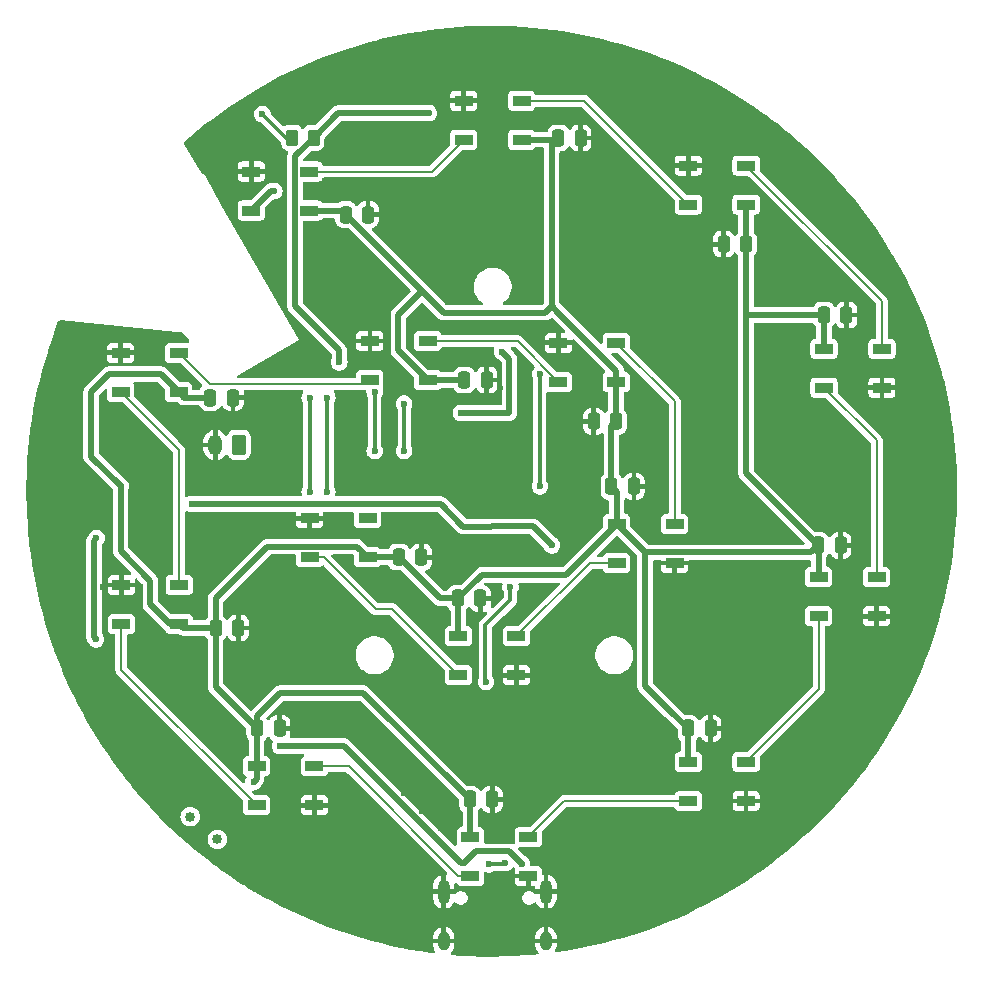
<source format=gbr>
%TF.GenerationSoftware,KiCad,Pcbnew,8.0.8*%
%TF.CreationDate,2025-04-01T18:22:34+02:00*%
%TF.ProjectId,Haibadge_B,48616962-6164-4676-955f-422e6b696361,rev?*%
%TF.SameCoordinates,Original*%
%TF.FileFunction,Copper,L1,Top*%
%TF.FilePolarity,Positive*%
%FSLAX46Y46*%
G04 Gerber Fmt 4.6, Leading zero omitted, Abs format (unit mm)*
G04 Created by KiCad (PCBNEW 8.0.8) date 2025-04-01 18:22:34*
%MOMM*%
%LPD*%
G01*
G04 APERTURE LIST*
G04 Aperture macros list*
%AMRoundRect*
0 Rectangle with rounded corners*
0 $1 Rounding radius*
0 $2 $3 $4 $5 $6 $7 $8 $9 X,Y pos of 4 corners*
0 Add a 4 corners polygon primitive as box body*
4,1,4,$2,$3,$4,$5,$6,$7,$8,$9,$2,$3,0*
0 Add four circle primitives for the rounded corners*
1,1,$1+$1,$2,$3*
1,1,$1+$1,$4,$5*
1,1,$1+$1,$6,$7*
1,1,$1+$1,$8,$9*
0 Add four rect primitives between the rounded corners*
20,1,$1+$1,$2,$3,$4,$5,0*
20,1,$1+$1,$4,$5,$6,$7,0*
20,1,$1+$1,$6,$7,$8,$9,0*
20,1,$1+$1,$8,$9,$2,$3,0*%
G04 Aperture macros list end*
%TA.AperFunction,SMDPad,CuDef*%
%ADD10RoundRect,0.250000X-0.250000X-0.475000X0.250000X-0.475000X0.250000X0.475000X-0.250000X0.475000X0*%
%TD*%
%TA.AperFunction,SMDPad,CuDef*%
%ADD11RoundRect,0.250000X0.262500X0.450000X-0.262500X0.450000X-0.262500X-0.450000X0.262500X-0.450000X0*%
%TD*%
%TA.AperFunction,SMDPad,CuDef*%
%ADD12R,1.500000X0.900000*%
%TD*%
%TA.AperFunction,SMDPad,CuDef*%
%ADD13RoundRect,0.250000X0.250000X0.475000X-0.250000X0.475000X-0.250000X-0.475000X0.250000X-0.475000X0*%
%TD*%
%TA.AperFunction,ComponentPad*%
%ADD14RoundRect,0.250000X0.350000X0.625000X-0.350000X0.625000X-0.350000X-0.625000X0.350000X-0.625000X0*%
%TD*%
%TA.AperFunction,ComponentPad*%
%ADD15O,1.200000X1.750000*%
%TD*%
%TA.AperFunction,ComponentPad*%
%ADD16C,0.850000*%
%TD*%
%TA.AperFunction,ComponentPad*%
%ADD17O,1.000000X1.600000*%
%TD*%
%TA.AperFunction,ComponentPad*%
%ADD18O,1.000000X2.100000*%
%TD*%
%TA.AperFunction,ViaPad*%
%ADD19C,0.600000*%
%TD*%
%TA.AperFunction,Conductor*%
%ADD20C,0.500000*%
%TD*%
%TA.AperFunction,Conductor*%
%ADD21C,0.300000*%
%TD*%
%TA.AperFunction,Conductor*%
%ADD22C,0.200000*%
%TD*%
G04 APERTURE END LIST*
D10*
%TO.P,C1,1*%
%TO.N,VCC*%
X127550000Y-116500000D03*
%TO.P,C1,2*%
%TO.N,GND*%
X129450000Y-116500000D03*
%TD*%
D11*
%TO.P,R1,1*%
%TO.N,+3V3*%
X124825000Y-110000000D03*
%TO.P,R1,2*%
%TO.N,Net-(U1-EN)*%
X123000000Y-110000000D03*
%TD*%
D12*
%TO.P,D4,1,VDD*%
%TO.N,VCC*%
X168050000Y-127850000D03*
%TO.P,D4,2,DOUT*%
%TO.N,Net-(D4-DOUT)*%
X168050000Y-131150000D03*
%TO.P,D4,3,VSS*%
%TO.N,GND*%
X172950000Y-131150000D03*
%TO.P,D4,4,DIN*%
%TO.N,Net-(D3-DOUT)*%
X172950000Y-127850000D03*
%TD*%
D10*
%TO.P,C9,1*%
%TO.N,VCC*%
X116550000Y-151500000D03*
%TO.P,C9,2*%
%TO.N,GND*%
X118450000Y-151500000D03*
%TD*%
D12*
%TO.P,D13,1,VDD*%
%TO.N,VCC*%
X150500000Y-142700000D03*
%TO.P,D13,2,DOUT*%
%TO.N,Net-(D13-DOUT)*%
X150500000Y-146000000D03*
%TO.P,D13,3,VSS*%
%TO.N,GND*%
X155400000Y-146000000D03*
%TO.P,D13,4,DIN*%
%TO.N,Net-(D12-DOUT)*%
X155400000Y-142700000D03*
%TD*%
%TO.P,D8,1,VDD*%
%TO.N,VCC*%
X120000000Y-163200000D03*
%TO.P,D8,2,DOUT*%
%TO.N,Net-(D8-DOUT)*%
X120000000Y-166500000D03*
%TO.P,D8,3,VSS*%
%TO.N,GND*%
X124900000Y-166500000D03*
%TO.P,D8,4,DIN*%
%TO.N,Net-(D7-DOUT)*%
X124900000Y-163200000D03*
%TD*%
D10*
%TO.P,C2,1*%
%TO.N,VCC*%
X145550000Y-110000000D03*
%TO.P,C2,2*%
%TO.N,GND*%
X147450000Y-110000000D03*
%TD*%
D12*
%TO.P,D2,1,VDD*%
%TO.N,VCC*%
X142450000Y-110150000D03*
%TO.P,D2,2,DOUT*%
%TO.N,Net-(D2-DOUT)*%
X142450000Y-106850000D03*
%TO.P,D2,3,VSS*%
%TO.N,GND*%
X137550000Y-106850000D03*
%TO.P,D2,4,DIN*%
%TO.N,Net-(D1-DOUT)*%
X137550000Y-110150000D03*
%TD*%
%TO.P,D11,1,VDD*%
%TO.N,VCC*%
X134500000Y-130500000D03*
%TO.P,D11,2,DOUT*%
%TO.N,Net-(D11-DOUT)*%
X134500000Y-127200000D03*
%TO.P,D11,3,VSS*%
%TO.N,GND*%
X129600000Y-127200000D03*
%TO.P,D11,4,DIN*%
%TO.N,Net-(D10-DOUT)*%
X129600000Y-130500000D03*
%TD*%
%TO.P,D12,1,VDD*%
%TO.N,VCC*%
X150450000Y-130650000D03*
%TO.P,D12,2,DOUT*%
%TO.N,Net-(D12-DOUT)*%
X150450000Y-127350000D03*
%TO.P,D12,3,VSS*%
%TO.N,GND*%
X145550000Y-127350000D03*
%TO.P,D12,4,DIN*%
%TO.N,Net-(D11-DOUT)*%
X145550000Y-130650000D03*
%TD*%
%TO.P,D15,1,VDD*%
%TO.N,VCC*%
X129400000Y-145500000D03*
%TO.P,D15,2,DOUT*%
%TO.N,unconnected-(D15-DOUT-Pad2)*%
X129400000Y-142200000D03*
%TO.P,D15,3,VSS*%
%TO.N,GND*%
X124500000Y-142200000D03*
%TO.P,D15,4,DIN*%
%TO.N,Net-(D14-DOUT)*%
X124500000Y-145500000D03*
%TD*%
D10*
%TO.P,C7,1*%
%TO.N,VCC*%
X138050000Y-166000000D03*
%TO.P,C7,2*%
%TO.N,GND*%
X139950000Y-166000000D03*
%TD*%
%TO.P,C10,1*%
%TO.N,VCC*%
X116100000Y-132000000D03*
%TO.P,C10,2*%
%TO.N,GND*%
X118000000Y-132000000D03*
%TD*%
%TO.P,C11,1*%
%TO.N,VCC*%
X137600000Y-130500000D03*
%TO.P,C11,2*%
%TO.N,GND*%
X139500000Y-130500000D03*
%TD*%
D12*
%TO.P,D6,1,VDD*%
%TO.N,VCC*%
X156550000Y-162850000D03*
%TO.P,D6,2,DOUT*%
%TO.N,Net-(D6-DOUT)*%
X156550000Y-166150000D03*
%TO.P,D6,3,VSS*%
%TO.N,GND*%
X161450000Y-166150000D03*
%TO.P,D6,4,DIN*%
%TO.N,Net-(D5-DOUT)*%
X161450000Y-162850000D03*
%TD*%
D10*
%TO.P,C13,1*%
%TO.N,VCC*%
X150050000Y-139500000D03*
%TO.P,C13,2*%
%TO.N,GND*%
X151950000Y-139500000D03*
%TD*%
%TO.P,C15,1*%
%TO.N,VCC*%
X132050000Y-145500000D03*
%TO.P,C15,2*%
%TO.N,GND*%
X133950000Y-145500000D03*
%TD*%
D12*
%TO.P,D14,1,VDD*%
%TO.N,VCC*%
X137100000Y-152200000D03*
%TO.P,D14,2,DOUT*%
%TO.N,Net-(D14-DOUT)*%
X137100000Y-155500000D03*
%TO.P,D14,3,VSS*%
%TO.N,GND*%
X142000000Y-155500000D03*
%TO.P,D14,4,DIN*%
%TO.N,Net-(D13-DOUT)*%
X142000000Y-152200000D03*
%TD*%
D13*
%TO.P,C3,1*%
%TO.N,VCC*%
X161450000Y-119000000D03*
%TO.P,C3,2*%
%TO.N,GND*%
X159550000Y-119000000D03*
%TD*%
%TO.P,C12,1*%
%TO.N,VCC*%
X150450000Y-134000000D03*
%TO.P,C12,2*%
%TO.N,GND*%
X148550000Y-134000000D03*
%TD*%
D10*
%TO.P,C5,1*%
%TO.N,VCC*%
X167550000Y-144500000D03*
%TO.P,C5,2*%
%TO.N,GND*%
X169450000Y-144500000D03*
%TD*%
D12*
%TO.P,D7,1,VDD*%
%TO.N,VCC*%
X138100000Y-169200000D03*
%TO.P,D7,2,DOUT*%
%TO.N,Net-(D7-DOUT)*%
X138100000Y-172500000D03*
%TO.P,D7,3,VSS*%
%TO.N,GND*%
X143000000Y-172500000D03*
%TO.P,D7,4,DIN*%
%TO.N,Net-(D6-DOUT)*%
X143000000Y-169200000D03*
%TD*%
D10*
%TO.P,C8,1*%
%TO.N,VCC*%
X120050000Y-160000000D03*
%TO.P,C8,2*%
%TO.N,GND*%
X121950000Y-160000000D03*
%TD*%
%TO.P,C4,1*%
%TO.N,VCC*%
X168050000Y-125000000D03*
%TO.P,C4,2*%
%TO.N,GND*%
X169950000Y-125000000D03*
%TD*%
D12*
%TO.P,D9,1,VDD*%
%TO.N,VCC*%
X113450000Y-151150000D03*
%TO.P,D9,2,DOUT*%
%TO.N,Net-(D10-DIN)*%
X113450000Y-147850000D03*
%TO.P,D9,3,VSS*%
%TO.N,GND*%
X108550000Y-147850000D03*
%TO.P,D9,4,DIN*%
%TO.N,Net-(D8-DOUT)*%
X108550000Y-151150000D03*
%TD*%
%TO.P,D3,1,VDD*%
%TO.N,VCC*%
X161450000Y-115650000D03*
%TO.P,D3,2,DOUT*%
%TO.N,Net-(D3-DOUT)*%
X161450000Y-112350000D03*
%TO.P,D3,3,VSS*%
%TO.N,GND*%
X156550000Y-112350000D03*
%TO.P,D3,4,DIN*%
%TO.N,Net-(D2-DOUT)*%
X156550000Y-115650000D03*
%TD*%
%TO.P,D10,1,VDD*%
%TO.N,VCC*%
X113400000Y-131500000D03*
%TO.P,D10,2,DOUT*%
%TO.N,Net-(D10-DOUT)*%
X113400000Y-128200000D03*
%TO.P,D10,3,VSS*%
%TO.N,GND*%
X108500000Y-128200000D03*
%TO.P,D10,4,DIN*%
%TO.N,Net-(D10-DIN)*%
X108500000Y-131500000D03*
%TD*%
%TO.P,D5,1,VDD*%
%TO.N,VCC*%
X167600000Y-147200000D03*
%TO.P,D5,2,DOUT*%
%TO.N,Net-(D5-DOUT)*%
X167600000Y-150500000D03*
%TO.P,D5,3,VSS*%
%TO.N,GND*%
X172500000Y-150500000D03*
%TO.P,D5,4,DIN*%
%TO.N,Net-(D4-DOUT)*%
X172500000Y-147200000D03*
%TD*%
D10*
%TO.P,C14,1*%
%TO.N,VCC*%
X137050000Y-149000000D03*
%TO.P,C14,2*%
%TO.N,GND*%
X138950000Y-149000000D03*
%TD*%
%TO.P,C6,1*%
%TO.N,VCC*%
X156550000Y-160000000D03*
%TO.P,C6,2*%
%TO.N,GND*%
X158450000Y-160000000D03*
%TD*%
D12*
%TO.P,D1,1,VDD*%
%TO.N,VCC*%
X124450000Y-116150000D03*
%TO.P,D1,2,DOUT*%
%TO.N,Net-(D1-DOUT)*%
X124450000Y-112850000D03*
%TO.P,D1,3,VSS*%
%TO.N,GND*%
X119550000Y-112850000D03*
%TO.P,D1,4,DIN*%
%TO.N,/WS2812B/WS2812B*%
X119550000Y-116150000D03*
%TD*%
D14*
%TO.P,J3,1,Pin_1*%
%TO.N,+BATT*%
X118500000Y-136000000D03*
D15*
%TO.P,J3,2,Pin_2*%
%TO.N,GND*%
X116500000Y-136000000D03*
%TD*%
D16*
%TO.P,SW2,*%
%TO.N,*%
X116686385Y-169391144D03*
X114388252Y-167462782D03*
%TD*%
D17*
%TO.P,J2,S1,SHIELD*%
%TO.N,GND*%
X144500000Y-178000000D03*
D18*
X144500000Y-173820000D03*
D17*
X135860000Y-178000000D03*
D18*
X135860000Y-173820000D03*
%TD*%
D19*
%TO.N,VCC*%
X108500000Y-139500000D03*
X119750000Y-164550000D03*
%TO.N,GND*%
X138000000Y-145500000D03*
X123400000Y-129800000D03*
X156000000Y-110500000D03*
X155000000Y-108500000D03*
X149494577Y-170207889D03*
X152500000Y-106000000D03*
X126500000Y-142000000D03*
X107000000Y-148000000D03*
X125000000Y-168500000D03*
X121400000Y-129800000D03*
X171000000Y-131000000D03*
X152000000Y-141000000D03*
X129500000Y-125500000D03*
X137000000Y-121000000D03*
X170000000Y-126500000D03*
X126600000Y-121800000D03*
X147000000Y-158500000D03*
X157000000Y-146000000D03*
X108500000Y-126500000D03*
X171000000Y-144500000D03*
X153000000Y-109500000D03*
X118000000Y-133500000D03*
X111000000Y-144500000D03*
X159500000Y-166000000D03*
X152000000Y-109000000D03*
X156000000Y-107500000D03*
X170500000Y-150500000D03*
X137500000Y-146500000D03*
X129400000Y-120200000D03*
X125000000Y-165000000D03*
X112000000Y-157000000D03*
X106500000Y-128000000D03*
X153500000Y-108000000D03*
X125000000Y-122600000D03*
X138300000Y-175000000D03*
X159500000Y-120500000D03*
X140500000Y-141000000D03*
X145000000Y-164000000D03*
X136500000Y-144000000D03*
X113500000Y-158500000D03*
X174500000Y-150500000D03*
X142000000Y-154000000D03*
X170000000Y-123500000D03*
X135600000Y-168400000D03*
X141800000Y-175000000D03*
X141100000Y-175000000D03*
X135500000Y-145500000D03*
X151536382Y-175021646D03*
X107000000Y-135500000D03*
X135500000Y-128900000D03*
X139000000Y-175000000D03*
X140000000Y-105000000D03*
X156500000Y-114000000D03*
X154500000Y-112000000D03*
X123400000Y-128200000D03*
X138000000Y-104000000D03*
X145000000Y-126000000D03*
X158000000Y-119000000D03*
X122000000Y-143400000D03*
X145900000Y-167500000D03*
X155000000Y-171500000D03*
X132500000Y-165500000D03*
X157500000Y-106500000D03*
X150000000Y-113000000D03*
X122400000Y-129000000D03*
X123400000Y-129000000D03*
X108500000Y-137000000D03*
X119500000Y-132000000D03*
X154000000Y-146000000D03*
X140400000Y-175000000D03*
X107500000Y-137000000D03*
X153000000Y-126000000D03*
X134000000Y-167000000D03*
X151500000Y-166983262D03*
X140800000Y-126100000D03*
X172500000Y-152500000D03*
X174500000Y-131000000D03*
X173000000Y-132500000D03*
X110000000Y-148000000D03*
X155500000Y-147500000D03*
X147500000Y-108500000D03*
X143000000Y-137000000D03*
X109500000Y-144500000D03*
X110900000Y-135900000D03*
X121000000Y-113000000D03*
X108000000Y-146500000D03*
X171500000Y-125000000D03*
X153000000Y-105000000D03*
X138000000Y-144500000D03*
X113500000Y-155500000D03*
X127000000Y-166500000D03*
X112000000Y-137500000D03*
X122000000Y-142500000D03*
X140500000Y-154500000D03*
X152620382Y-166932323D03*
X122500000Y-158500000D03*
X147000000Y-134000000D03*
X119500000Y-114000000D03*
X144700000Y-171900000D03*
X140000000Y-145000000D03*
X148500000Y-135500000D03*
X153500000Y-139500000D03*
X118000000Y-153500000D03*
X159500000Y-117500000D03*
X152000000Y-137500000D03*
X154414295Y-170973221D03*
X154500000Y-107000000D03*
X118000000Y-156000000D03*
X110500000Y-128000000D03*
X149000000Y-160000000D03*
X140600000Y-131200000D03*
X123000000Y-166500000D03*
X158500000Y-112500000D03*
X107500000Y-144500000D03*
X108500000Y-149000000D03*
X143000000Y-167200000D03*
X112000000Y-143000000D03*
X173000000Y-129500000D03*
X164000000Y-166000000D03*
X169500000Y-146500000D03*
X153000000Y-175500000D03*
X133000000Y-104500000D03*
X138600000Y-131700000D03*
X161500000Y-168000000D03*
X148500000Y-132500000D03*
X137400000Y-123500000D03*
X146500000Y-165000000D03*
X145500000Y-129000000D03*
X128000000Y-121000000D03*
X139700000Y-175000000D03*
X138000000Y-118000000D03*
X123500000Y-160000000D03*
X122400000Y-129800000D03*
X136500000Y-147500000D03*
%TO.N,RST*%
X144000000Y-139500000D03*
X144000000Y-130000000D03*
%TO.N,+3V3*%
X137300000Y-133300000D03*
X145000000Y-144500000D03*
X114500000Y-141000000D03*
X123000000Y-141000000D03*
X140800000Y-128100000D03*
X127000000Y-129000000D03*
X134600000Y-107900000D03*
%TO.N,+5V*%
X122000000Y-161500000D03*
X137600000Y-171400000D03*
X142459620Y-171459620D03*
%TO.N,/WS2812B/WS2812B*%
X121500000Y-114500000D03*
%TO.N,/uC/D-*%
X141079999Y-171400762D03*
X139700000Y-171500000D03*
%TO.N,GPIO0*%
X141500000Y-148000000D03*
X139434313Y-156065687D03*
%TO.N,Net-(U1-EN)*%
X120500000Y-108000000D03*
%TO.N,Net-(U1-GPIO4)*%
X132500000Y-136500000D03*
X132500000Y-132500000D03*
%TO.N,Net-(U1-GPIO5)*%
X130000000Y-131500000D03*
X130000000Y-136500000D03*
%TO.N,Net-(U1-GPIO3{slash}RXD)*%
X126000000Y-132000000D03*
X126000000Y-140000000D03*
%TO.N,Net-(U1-GPIO1{slash}TXD)*%
X124500000Y-132000000D03*
X124500000Y-140000000D03*
%TO.N,Net-(D17-K)*%
X106400000Y-152450000D03*
X106450000Y-143900000D03*
%TD*%
D20*
%TO.N,VCC*%
X145000000Y-124250000D02*
X145000000Y-110550000D01*
X120050000Y-158950000D02*
X122000000Y-157000000D01*
X134025000Y-122975000D02*
X135850000Y-124800000D01*
X108500000Y-139500000D02*
X106000000Y-137000000D01*
X146200000Y-147000000D02*
X150500000Y-142700000D01*
X127200000Y-116150000D02*
X127550000Y-116500000D01*
X116550000Y-151500000D02*
X113800000Y-151500000D01*
X137050000Y-149000000D02*
X139050000Y-147000000D01*
X150450000Y-134000000D02*
X150450000Y-130650000D01*
X111900000Y-130000000D02*
X113400000Y-131500000D01*
X155050000Y-158500000D02*
X156550000Y-160000000D01*
X120000000Y-160050000D02*
X120050000Y-160000000D01*
X135550000Y-149000000D02*
X137050000Y-149000000D01*
X127550000Y-116500000D02*
X134025000Y-122975000D01*
X137100000Y-152200000D02*
X137100000Y-149050000D01*
X135850000Y-124800000D02*
X144450000Y-124800000D01*
X138050000Y-166000000D02*
X129050000Y-157000000D01*
X116550000Y-156500000D02*
X120050000Y-160000000D01*
X108500000Y-145000000D02*
X111000000Y-147500000D01*
X150450000Y-129700000D02*
X145550000Y-124800000D01*
X167600000Y-147200000D02*
X167600000Y-144550000D01*
X129050000Y-157000000D02*
X122000000Y-157000000D01*
X168050000Y-125000000D02*
X168050000Y-127850000D01*
X106000000Y-137000000D02*
X106000000Y-131500000D01*
X138100000Y-166050000D02*
X138050000Y-166000000D01*
X161450000Y-125000000D02*
X161450000Y-119000000D01*
X145400000Y-110150000D02*
X145550000Y-110000000D01*
X166950000Y-145100000D02*
X167550000Y-144500000D01*
X116550000Y-151500000D02*
X116550000Y-156500000D01*
X142450000Y-110150000D02*
X145400000Y-110150000D01*
X161450000Y-138400000D02*
X161450000Y-125000000D01*
X138100000Y-169200000D02*
X138100000Y-166050000D01*
X128500000Y-144600000D02*
X129400000Y-145500000D01*
X120900000Y-144600000D02*
X128500000Y-144600000D01*
X150500000Y-142700000D02*
X152900000Y-145100000D01*
X124450000Y-116150000D02*
X127200000Y-116150000D01*
X161450000Y-115650000D02*
X161450000Y-119000000D01*
X116100000Y-132000000D02*
X113900000Y-132000000D01*
X113800000Y-151500000D02*
X113450000Y-151150000D01*
X150450000Y-130650000D02*
X150450000Y-129700000D01*
X150050000Y-139500000D02*
X150050000Y-134400000D01*
X152900000Y-156400000D02*
X155000000Y-158500000D01*
X120000000Y-163200000D02*
X120000000Y-164300000D01*
X137100000Y-149050000D02*
X137050000Y-149000000D01*
X120000000Y-164300000D02*
X119750000Y-164550000D01*
X134500000Y-130500000D02*
X137600000Y-130500000D01*
X120000000Y-163200000D02*
X120000000Y-160050000D01*
X132000000Y-128000000D02*
X132000000Y-125000000D01*
X150500000Y-139950000D02*
X150050000Y-139500000D01*
X107500000Y-130000000D02*
X111900000Y-130000000D01*
X112650000Y-151150000D02*
X113450000Y-151150000D01*
X150500000Y-142700000D02*
X150500000Y-139950000D01*
X167550000Y-144500000D02*
X161450000Y-138400000D01*
X111000000Y-147500000D02*
X111000000Y-149500000D01*
X145000000Y-110550000D02*
X145550000Y-110000000D01*
X134500000Y-130500000D02*
X132000000Y-128000000D01*
X132050000Y-145500000D02*
X129400000Y-145500000D01*
X156550000Y-162850000D02*
X156550000Y-160000000D01*
X150050000Y-134400000D02*
X150450000Y-134000000D01*
X155000000Y-158500000D02*
X155050000Y-158500000D01*
X132000000Y-125000000D02*
X134025000Y-122975000D01*
X108500000Y-139500000D02*
X108500000Y-145000000D01*
X168050000Y-125000000D02*
X161450000Y-125000000D01*
X116550000Y-151500000D02*
X116550000Y-148950000D01*
X116550000Y-148950000D02*
X120900000Y-144600000D01*
X167600000Y-144550000D02*
X167550000Y-144500000D01*
X120050000Y-160000000D02*
X120050000Y-158950000D01*
X132050000Y-145500000D02*
X135550000Y-149000000D01*
X139050000Y-147000000D02*
X146200000Y-147000000D01*
X152900000Y-145100000D02*
X166950000Y-145100000D01*
X152900000Y-145100000D02*
X152900000Y-156400000D01*
X145550000Y-124800000D02*
X145000000Y-124250000D01*
X106000000Y-131500000D02*
X107500000Y-130000000D01*
X111000000Y-149500000D02*
X112650000Y-151150000D01*
X144450000Y-124800000D02*
X145000000Y-124250000D01*
X113900000Y-132000000D02*
X113400000Y-131500000D01*
D21*
%TO.N,RST*%
X144000000Y-139500000D02*
X144000000Y-130000000D01*
D20*
%TO.N,+3V3*%
X127000000Y-128000000D02*
X127000000Y-129000000D01*
X124825000Y-110000000D02*
X123250000Y-111575000D01*
X142000000Y-142900000D02*
X143400000Y-142900000D01*
X123250000Y-124250000D02*
X127000000Y-128000000D01*
X143400000Y-142900000D02*
X145000000Y-144500000D01*
X123000000Y-141000000D02*
X135587500Y-141000000D01*
X126925000Y-107900000D02*
X124825000Y-110000000D01*
X137300000Y-133300000D02*
X141400000Y-133300000D01*
X139887500Y-142912500D02*
X139900000Y-142900000D01*
X135587500Y-141000000D02*
X137500000Y-142912500D01*
X141400000Y-133300000D02*
X141400000Y-128700000D01*
X142000000Y-142900000D02*
X143300000Y-142900000D01*
X134600000Y-107900000D02*
X126925000Y-107900000D01*
X142000000Y-142900000D02*
X139900000Y-142900000D01*
X137500000Y-142912500D02*
X139887500Y-142912500D01*
X123250000Y-111575000D02*
X123250000Y-124250000D01*
X114500000Y-141000000D02*
X123000000Y-141000000D01*
X141400000Y-128700000D02*
X140800000Y-128100000D01*
%TO.N,+5V*%
X141400000Y-170400000D02*
X142459620Y-171459620D01*
X127439339Y-161500000D02*
X122000000Y-161500000D01*
X137600000Y-171400000D02*
X138600000Y-170400000D01*
X137600000Y-171400000D02*
X137339339Y-171400000D01*
X137339339Y-171400000D02*
X127439339Y-161500000D01*
X138600000Y-170400000D02*
X141400000Y-170400000D01*
D22*
%TO.N,Net-(D1-DOUT)*%
X134850000Y-112850000D02*
X137550000Y-110150000D01*
X124450000Y-112850000D02*
X134850000Y-112850000D01*
D20*
%TO.N,/WS2812B/WS2812B*%
X121200000Y-114500000D02*
X119550000Y-116150000D01*
X121500000Y-114500000D02*
X121200000Y-114500000D01*
D22*
%TO.N,Net-(D13-DOUT)*%
X150500000Y-146000000D02*
X148200000Y-146000000D01*
X148200000Y-146000000D02*
X142000000Y-152200000D01*
%TO.N,Net-(D2-DOUT)*%
X147750000Y-106850000D02*
X156550000Y-115650000D01*
X142450000Y-106850000D02*
X147750000Y-106850000D01*
%TO.N,Net-(D14-DOUT)*%
X130100000Y-149900000D02*
X125700000Y-145500000D01*
X137100000Y-155500000D02*
X131500000Y-149900000D01*
X131500000Y-149900000D02*
X130100000Y-149900000D01*
X125700000Y-145500000D02*
X124500000Y-145500000D01*
%TO.N,Net-(D3-DOUT)*%
X172950000Y-123850000D02*
X172950000Y-127850000D01*
X161450000Y-112350000D02*
X172950000Y-123850000D01*
%TO.N,Net-(D4-DOUT)*%
X168050000Y-131150000D02*
X172500000Y-135600000D01*
X172500000Y-135600000D02*
X172500000Y-147200000D01*
%TO.N,Net-(D5-DOUT)*%
X167600000Y-150500000D02*
X167600000Y-156700000D01*
X167600000Y-156700000D02*
X161450000Y-162850000D01*
%TO.N,Net-(D6-DOUT)*%
X156550000Y-166150000D02*
X146050000Y-166150000D01*
X146050000Y-166150000D02*
X143000000Y-169200000D01*
%TO.N,Net-(D10-DIN)*%
X113450000Y-147850000D02*
X113450000Y-136450000D01*
X113450000Y-136450000D02*
X108500000Y-131500000D01*
%TO.N,Net-(D7-DOUT)*%
X138100000Y-172500000D02*
X137100000Y-172500000D01*
X137100000Y-172500000D02*
X127800000Y-163200000D01*
X127800000Y-163200000D02*
X124900000Y-163200000D01*
%TO.N,Net-(D8-DOUT)*%
X108550000Y-155050000D02*
X108550000Y-151150000D01*
X120000000Y-166500000D02*
X108550000Y-155050000D01*
%TO.N,Net-(D10-DOUT)*%
X129239667Y-130860333D02*
X129600000Y-130500000D01*
X113400000Y-128200000D02*
X116060333Y-130860333D01*
X116060333Y-130860333D02*
X129239667Y-130860333D01*
%TO.N,Net-(D11-DOUT)*%
X142100000Y-127200000D02*
X145550000Y-130650000D01*
X134500000Y-127200000D02*
X142100000Y-127200000D01*
%TO.N,Net-(D12-DOUT)*%
X150450000Y-127350000D02*
X155400000Y-132300000D01*
X155400000Y-132300000D02*
X155400000Y-142700000D01*
D21*
%TO.N,/uC/D-*%
X140980761Y-171500000D02*
X141079999Y-171400762D01*
X139700000Y-171500000D02*
X140980761Y-171500000D01*
%TO.N,GPIO0*%
X139434313Y-156065687D02*
X139350000Y-155981374D01*
X139350000Y-155981374D02*
X139350000Y-151250000D01*
X139350000Y-151250000D02*
X141500000Y-149100000D01*
X141500000Y-149100000D02*
X141500000Y-148000000D01*
%TO.N,Net-(U1-EN)*%
X122500000Y-110000000D02*
X123000000Y-110000000D01*
X120500000Y-108000000D02*
X122500000Y-110000000D01*
%TO.N,Net-(U1-GPIO4)*%
X132500000Y-136500000D02*
X132500000Y-132500000D01*
%TO.N,Net-(U1-GPIO5)*%
X130000000Y-136500000D02*
X130000000Y-131500000D01*
%TO.N,Net-(U1-GPIO3{slash}RXD)*%
X126000000Y-140000000D02*
X126000000Y-132000000D01*
%TO.N,Net-(U1-GPIO1{slash}TXD)*%
X124500000Y-140000000D02*
X124500000Y-132000000D01*
D20*
%TO.N,Net-(D17-K)*%
X106250000Y-152300000D02*
X106400000Y-152450000D01*
X106450000Y-143900000D02*
X106250000Y-144100000D01*
X106250000Y-144100000D02*
X106250000Y-152300000D01*
%TD*%
%TA.AperFunction,Conductor*%
%TO.N,GND*%
G36*
X139915915Y-100514508D02*
G01*
X139951229Y-100514905D01*
X140794654Y-100524392D01*
X140797314Y-100524450D01*
X141667785Y-100553006D01*
X141670371Y-100553118D01*
X142535942Y-100600384D01*
X142538572Y-100600558D01*
X143399277Y-100666539D01*
X143401720Y-100666752D01*
X144257344Y-100750443D01*
X144260039Y-100750738D01*
X145109144Y-100853063D01*
X145111813Y-100853415D01*
X145955676Y-100974530D01*
X145958051Y-100974896D01*
X146797121Y-101112771D01*
X146799650Y-101113215D01*
X147631279Y-101268714D01*
X147633946Y-101269243D01*
X148459484Y-101442419D01*
X148462048Y-101442987D01*
X149281360Y-101634029D01*
X149283713Y-101634602D01*
X150096802Y-101841320D01*
X150099448Y-101842025D01*
X150904314Y-102066364D01*
X150906740Y-102067068D01*
X151706250Y-102308301D01*
X151708618Y-102309043D01*
X152499939Y-102565926D01*
X152502466Y-102566777D01*
X153284457Y-102839886D01*
X153285906Y-102840392D01*
X153288310Y-102841260D01*
X154065076Y-103130701D01*
X154067406Y-103131597D01*
X154836424Y-103436840D01*
X154838647Y-103437749D01*
X155598352Y-103757573D01*
X155600902Y-103758681D01*
X155848194Y-103869379D01*
X156352771Y-104095249D01*
X156354938Y-104096246D01*
X157049506Y-104424237D01*
X157099423Y-104447809D01*
X157101738Y-104448932D01*
X157837034Y-104815103D01*
X157839294Y-104816258D01*
X158561266Y-105194854D01*
X158565307Y-105196973D01*
X158567759Y-105198294D01*
X158700504Y-105271778D01*
X159284591Y-105595111D01*
X159286571Y-105596231D01*
X159995499Y-106005835D01*
X159997918Y-106007270D01*
X160696557Y-106432356D01*
X160698627Y-106433643D01*
X161388066Y-106871930D01*
X161390221Y-106873332D01*
X161629441Y-107032465D01*
X162068962Y-107324842D01*
X162071219Y-107326379D01*
X162374422Y-107538041D01*
X162739588Y-107792958D01*
X162741517Y-107794331D01*
X163401584Y-108274112D01*
X163403553Y-108275574D01*
X163657076Y-108467929D01*
X164052155Y-108767686D01*
X164054263Y-108769322D01*
X164691912Y-109275111D01*
X164693896Y-109276718D01*
X164855113Y-109410095D01*
X165321294Y-109795773D01*
X165323060Y-109797265D01*
X165548378Y-109991269D01*
X165939338Y-110327895D01*
X165941309Y-110329628D01*
X166545672Y-110872962D01*
X166547413Y-110874561D01*
X167092461Y-111385261D01*
X167141100Y-111430835D01*
X167142922Y-111432578D01*
X167724797Y-112000668D01*
X167726553Y-112002418D01*
X168048391Y-112329815D01*
X168296752Y-112582466D01*
X168298448Y-112584225D01*
X168848608Y-113166405D01*
X168856659Y-113174924D01*
X168858437Y-113176847D01*
X169185457Y-113538041D01*
X169404842Y-113780353D01*
X169406472Y-113782190D01*
X169939996Y-114395448D01*
X169941716Y-114397468D01*
X170462364Y-115022442D01*
X170463978Y-115024421D01*
X170971928Y-115660343D01*
X170973500Y-115662353D01*
X171468496Y-116308899D01*
X171470094Y-116311033D01*
X171951620Y-116968821D01*
X171953001Y-116970746D01*
X172421581Y-117637194D01*
X172423134Y-117639455D01*
X172877827Y-118317557D01*
X172879192Y-118319638D01*
X173320304Y-119006907D01*
X173321667Y-119009080D01*
X173749015Y-119706227D01*
X173750284Y-119708343D01*
X173873496Y-119918684D01*
X174163730Y-120414155D01*
X174165060Y-120416484D01*
X174555172Y-121116760D01*
X174563583Y-121131857D01*
X174564826Y-121134144D01*
X174948672Y-121858532D01*
X174949864Y-121860839D01*
X175319021Y-122594231D01*
X175320161Y-122596556D01*
X175674408Y-123338507D01*
X175675550Y-123340969D01*
X176010204Y-124083241D01*
X176014122Y-124091930D01*
X176015130Y-124094228D01*
X176339030Y-124853275D01*
X176340040Y-124855711D01*
X176648080Y-125622368D01*
X176649052Y-125624866D01*
X176941372Y-126400446D01*
X176942252Y-126402855D01*
X177218850Y-127185400D01*
X177219721Y-127187953D01*
X177479555Y-127977299D01*
X177480339Y-127979768D01*
X177724424Y-128776982D01*
X177725190Y-128779585D01*
X177952542Y-129584660D01*
X177953204Y-129587101D01*
X178149006Y-130341028D01*
X178163802Y-130397999D01*
X178164471Y-130400703D01*
X178357420Y-131218769D01*
X178357967Y-131221194D01*
X178535143Y-132046042D01*
X178535712Y-132048848D01*
X178694155Y-132879447D01*
X178694609Y-132881970D01*
X178836403Y-133718942D01*
X178836823Y-133721596D01*
X178960802Y-134563874D01*
X178961180Y-134566657D01*
X179066492Y-135415048D01*
X179066789Y-135417675D01*
X179154440Y-136272525D01*
X179154679Y-136275121D01*
X179224562Y-137134393D01*
X179224761Y-137137254D01*
X179274967Y-138001586D01*
X179275089Y-138004146D01*
X179307582Y-138873565D01*
X179307656Y-138876381D01*
X179320514Y-139754669D01*
X179320525Y-139755746D01*
X179321476Y-139915638D01*
X179321470Y-139917771D01*
X179311606Y-140794649D01*
X179311547Y-140797320D01*
X179282994Y-141667728D01*
X179282877Y-141670423D01*
X179235616Y-142535900D01*
X179235437Y-142538617D01*
X179169494Y-143398825D01*
X179169254Y-143401559D01*
X179084586Y-144257099D01*
X179084298Y-144259723D01*
X178981900Y-145109432D01*
X178981553Y-145112072D01*
X178861442Y-145955809D01*
X178861039Y-145958439D01*
X178723288Y-146796751D01*
X178722790Y-146799575D01*
X178566334Y-147631050D01*
X178565832Y-147633578D01*
X178392515Y-148459788D01*
X178391949Y-148462351D01*
X178202002Y-149281186D01*
X178201351Y-149283855D01*
X177993667Y-150096874D01*
X177993010Y-150099342D01*
X177769579Y-150904483D01*
X177768808Y-150907144D01*
X177527717Y-151706187D01*
X177526944Y-151708655D01*
X177270084Y-152499902D01*
X177269209Y-152502500D01*
X176995611Y-153285892D01*
X176994740Y-153288304D01*
X176705320Y-154065016D01*
X176704378Y-154067466D01*
X176399318Y-154836022D01*
X176398298Y-154838513D01*
X176077374Y-155598494D01*
X176076374Y-155600796D01*
X175740672Y-156352922D01*
X175739566Y-156355331D01*
X175388198Y-157099404D01*
X175387069Y-157101731D01*
X175021053Y-157836715D01*
X175019811Y-157839143D01*
X174637966Y-158565435D01*
X174636760Y-158567672D01*
X174240943Y-159284477D01*
X174239696Y-159286682D01*
X173829127Y-159995579D01*
X173827822Y-159997779D01*
X173403513Y-160696756D01*
X173402160Y-160698934D01*
X172964259Y-161387767D01*
X172962788Y-161390026D01*
X172510113Y-162069040D01*
X172508685Y-162071135D01*
X172042915Y-162739756D01*
X172041472Y-162741785D01*
X171561902Y-163401562D01*
X171560384Y-163403605D01*
X171068332Y-164052130D01*
X171066696Y-164054239D01*
X170560865Y-164691939D01*
X170559258Y-164693923D01*
X170040267Y-165321244D01*
X170038692Y-165323109D01*
X169508121Y-165939318D01*
X169506367Y-165941312D01*
X168963124Y-166545574D01*
X168961397Y-166547456D01*
X168405142Y-167141122D01*
X168403382Y-167142962D01*
X167835355Y-167724772D01*
X167833556Y-167726577D01*
X167253532Y-168296752D01*
X167251773Y-168298448D01*
X166661072Y-168856661D01*
X166659129Y-168858458D01*
X166055844Y-169404662D01*
X166053933Y-169406356D01*
X165439691Y-169939880D01*
X165437745Y-169941536D01*
X164812556Y-170462365D01*
X164810577Y-170463979D01*
X164174498Y-170972053D01*
X164172561Y-170973569D01*
X163526993Y-171468572D01*
X163524786Y-171470226D01*
X162867351Y-171951492D01*
X162865356Y-171952922D01*
X162197691Y-172421666D01*
X162195569Y-172423123D01*
X161518386Y-172877859D01*
X161516236Y-172879271D01*
X160829089Y-173320305D01*
X160826916Y-173321668D01*
X160129805Y-173748994D01*
X160127675Y-173750271D01*
X159421841Y-174163731D01*
X159419512Y-174165061D01*
X158704159Y-174563573D01*
X158701872Y-174564816D01*
X157977584Y-174948610D01*
X157975217Y-174949832D01*
X157240901Y-175318958D01*
X157238636Y-175320068D01*
X156496358Y-175674472D01*
X156493952Y-175675589D01*
X155743926Y-176014182D01*
X155741572Y-176015215D01*
X154982811Y-176338992D01*
X154980324Y-176340022D01*
X154212612Y-176648091D01*
X154210213Y-176649025D01*
X153435470Y-176941399D01*
X153433013Y-176942297D01*
X152650598Y-177218850D01*
X152648045Y-177219721D01*
X151858787Y-177479526D01*
X151856277Y-177480323D01*
X151057961Y-177724444D01*
X151055437Y-177725186D01*
X150251301Y-177952549D01*
X150248734Y-177953245D01*
X149437995Y-178163801D01*
X149435291Y-178164471D01*
X148617262Y-178357413D01*
X148614837Y-178357960D01*
X147789948Y-178535144D01*
X147787142Y-178535713D01*
X146956560Y-178694154D01*
X146954037Y-178694608D01*
X146117043Y-178836405D01*
X146114389Y-178836825D01*
X145402913Y-178941551D01*
X145333721Y-178931839D01*
X145280764Y-178886261D01*
X145260856Y-178819288D01*
X145280316Y-178752183D01*
X145281754Y-178749981D01*
X145297565Y-178726318D01*
X145297571Y-178726307D01*
X145365413Y-178562520D01*
X145365415Y-178562512D01*
X145399999Y-178388646D01*
X145400000Y-178388643D01*
X145400000Y-178200000D01*
X144800000Y-178200000D01*
X144800000Y-177800000D01*
X145400000Y-177800000D01*
X145400000Y-177611357D01*
X145399999Y-177611353D01*
X145365415Y-177437487D01*
X145365413Y-177437479D01*
X145297571Y-177273692D01*
X145297566Y-177273683D01*
X145199076Y-177126283D01*
X145199073Y-177126279D01*
X145073720Y-177000926D01*
X145073716Y-177000923D01*
X144926316Y-176902433D01*
X144926307Y-176902428D01*
X144762520Y-176834586D01*
X144762512Y-176834584D01*
X144700000Y-176822149D01*
X144700000Y-177475735D01*
X144684205Y-177459940D01*
X144615796Y-177420444D01*
X144539496Y-177400000D01*
X144460504Y-177400000D01*
X144384204Y-177420444D01*
X144315795Y-177459940D01*
X144300000Y-177475735D01*
X144300000Y-176822149D01*
X144237487Y-176834584D01*
X144237479Y-176834586D01*
X144073692Y-176902428D01*
X144073683Y-176902433D01*
X143926283Y-177000923D01*
X143926279Y-177000926D01*
X143800926Y-177126279D01*
X143800923Y-177126283D01*
X143702433Y-177273683D01*
X143702428Y-177273692D01*
X143634586Y-177437479D01*
X143634584Y-177437487D01*
X143600000Y-177611353D01*
X143600000Y-177800000D01*
X144200000Y-177800000D01*
X144200000Y-178200000D01*
X143600000Y-178200000D01*
X143600000Y-178388646D01*
X143634584Y-178562512D01*
X143634586Y-178562520D01*
X143702428Y-178726307D01*
X143702433Y-178726316D01*
X143800923Y-178873716D01*
X143800926Y-178873720D01*
X143849026Y-178921820D01*
X143882511Y-178983143D01*
X143877527Y-179052835D01*
X143835655Y-179108768D01*
X143773993Y-179132854D01*
X143563470Y-179154440D01*
X143560873Y-179154679D01*
X142701608Y-179224561D01*
X142698748Y-179224760D01*
X141834412Y-179274967D01*
X141831852Y-179275089D01*
X140962433Y-179307582D01*
X140959617Y-179307656D01*
X140081329Y-179320514D01*
X140080252Y-179320525D01*
X139920360Y-179321476D01*
X139918227Y-179321470D01*
X139041349Y-179311606D01*
X139038678Y-179311547D01*
X138168270Y-179282994D01*
X138165575Y-179282877D01*
X137300098Y-179235616D01*
X137297381Y-179235437D01*
X136544586Y-179177728D01*
X136479247Y-179152977D01*
X136437662Y-179096830D01*
X136433034Y-179027114D01*
X136466383Y-178966409D01*
X136559077Y-178873715D01*
X136657566Y-178726316D01*
X136657571Y-178726307D01*
X136725413Y-178562520D01*
X136725415Y-178562512D01*
X136759999Y-178388646D01*
X136760000Y-178388643D01*
X136760000Y-178200000D01*
X136160000Y-178200000D01*
X136160000Y-177800000D01*
X136760000Y-177800000D01*
X136760000Y-177611357D01*
X136759999Y-177611353D01*
X136725415Y-177437487D01*
X136725413Y-177437479D01*
X136657571Y-177273692D01*
X136657566Y-177273683D01*
X136559076Y-177126283D01*
X136559073Y-177126279D01*
X136433720Y-177000926D01*
X136433716Y-177000923D01*
X136286316Y-176902433D01*
X136286307Y-176902428D01*
X136122520Y-176834586D01*
X136122512Y-176834584D01*
X136060000Y-176822149D01*
X136060000Y-177475735D01*
X136044205Y-177459940D01*
X135975796Y-177420444D01*
X135899496Y-177400000D01*
X135820504Y-177400000D01*
X135744204Y-177420444D01*
X135675795Y-177459940D01*
X135660000Y-177475735D01*
X135660000Y-176822149D01*
X135597487Y-176834584D01*
X135597479Y-176834586D01*
X135433692Y-176902428D01*
X135433683Y-176902433D01*
X135286283Y-177000923D01*
X135286279Y-177000926D01*
X135160926Y-177126279D01*
X135160923Y-177126283D01*
X135062433Y-177273683D01*
X135062428Y-177273692D01*
X134994586Y-177437479D01*
X134994584Y-177437487D01*
X134960000Y-177611353D01*
X134960000Y-177800000D01*
X135560000Y-177800000D01*
X135560000Y-178200000D01*
X134960000Y-178200000D01*
X134960000Y-178388646D01*
X134994584Y-178562512D01*
X134994586Y-178562520D01*
X135062428Y-178726307D01*
X135062436Y-178726321D01*
X135127724Y-178824032D01*
X135148602Y-178890709D01*
X135130117Y-178958089D01*
X135078138Y-179004779D01*
X135009786Y-179016031D01*
X134726566Y-178981900D01*
X134723926Y-178981553D01*
X133954956Y-178872085D01*
X133880180Y-178861440D01*
X133877568Y-178861040D01*
X133039237Y-178723286D01*
X133036434Y-178722792D01*
X132748917Y-178668691D01*
X132204948Y-178566334D01*
X132202420Y-178565832D01*
X131376210Y-178392515D01*
X131373647Y-178391949D01*
X130554812Y-178202002D01*
X130552143Y-178201351D01*
X129739124Y-177993667D01*
X129736656Y-177993010D01*
X128931515Y-177769579D01*
X128928854Y-177768808D01*
X128129811Y-177527717D01*
X128127343Y-177526944D01*
X127336096Y-177270084D01*
X127333498Y-177269209D01*
X126550106Y-176995611D01*
X126547694Y-176994740D01*
X125770982Y-176705320D01*
X125768532Y-176704378D01*
X124999976Y-176399318D01*
X124997485Y-176398298D01*
X124237372Y-176077317D01*
X124235125Y-176076342D01*
X123482104Y-175740682D01*
X123479583Y-175739524D01*
X122736684Y-175388244D01*
X122734414Y-175387142D01*
X121999264Y-175021043D01*
X121996837Y-175019801D01*
X121270415Y-174637889D01*
X121268240Y-174636718D01*
X120550559Y-174240960D01*
X120548226Y-174239640D01*
X119840509Y-173829183D01*
X119838375Y-173827916D01*
X119814988Y-173813719D01*
X119139242Y-173403513D01*
X119137085Y-173402174D01*
X119085977Y-173369684D01*
X118715928Y-173134438D01*
X118448231Y-172964259D01*
X118445972Y-172962788D01*
X117766779Y-172509993D01*
X117764754Y-172508614D01*
X117245646Y-172147529D01*
X117095303Y-172042951D01*
X117093143Y-172041415D01*
X117091685Y-172040354D01*
X116575169Y-171664354D01*
X116434546Y-171561987D01*
X116432574Y-171560521D01*
X115783868Y-171068332D01*
X115781759Y-171066696D01*
X115144059Y-170560865D01*
X115142075Y-170559258D01*
X114830779Y-170301719D01*
X114514715Y-170040234D01*
X114512930Y-170038727D01*
X114103711Y-169686380D01*
X113896680Y-169508121D01*
X113894686Y-169506367D01*
X113766520Y-169391143D01*
X115856338Y-169391143D01*
X115860206Y-169427944D01*
X115860885Y-169440905D01*
X115860885Y-169472453D01*
X115868253Y-169509495D01*
X115869956Y-169520720D01*
X115874476Y-169563716D01*
X115874476Y-169563718D01*
X115874477Y-169563720D01*
X115879647Y-169579634D01*
X115883986Y-169592988D01*
X115887670Y-169607107D01*
X115892609Y-169631935D01*
X115909442Y-169672576D01*
X115912810Y-169681706D01*
X115928096Y-169728749D01*
X115928097Y-169728752D01*
X115928099Y-169728755D01*
X115940360Y-169749993D01*
X115940367Y-169750004D01*
X115947539Y-169764548D01*
X115954835Y-169782162D01*
X115954836Y-169782164D01*
X115954837Y-169782165D01*
X115982729Y-169823908D01*
X115987012Y-169830795D01*
X116014861Y-169879030D01*
X116014865Y-169879035D01*
X116027100Y-169892624D01*
X116038051Y-169906704D01*
X116045178Y-169917371D01*
X116045179Y-169917372D01*
X116085082Y-169957274D01*
X116089553Y-169961985D01*
X116130973Y-170007988D01*
X116140710Y-170015062D01*
X116155508Y-170027701D01*
X116160155Y-170032348D01*
X116160158Y-170032350D01*
X116160160Y-170032352D01*
X116212263Y-170067165D01*
X116216228Y-170069928D01*
X116271361Y-170109986D01*
X116276633Y-170112333D01*
X116276644Y-170112338D01*
X116295099Y-170122515D01*
X116295148Y-170122547D01*
X116295364Y-170122692D01*
X116359015Y-170149056D01*
X116361899Y-170150295D01*
X116429886Y-170180566D01*
X116434198Y-170181967D01*
X116439610Y-170183664D01*
X116439766Y-170183151D01*
X116445593Y-170184918D01*
X116445596Y-170184920D01*
X116519316Y-170199583D01*
X116520775Y-170199884D01*
X116599621Y-170216644D01*
X116773148Y-170216644D01*
X116773149Y-170216644D01*
X116852011Y-170199880D01*
X116853436Y-170199587D01*
X116927174Y-170184920D01*
X116927179Y-170184917D01*
X116927183Y-170184917D01*
X116933012Y-170183149D01*
X116933167Y-170183660D01*
X116938640Y-170181944D01*
X116942880Y-170180567D01*
X116942880Y-170180566D01*
X116942884Y-170180566D01*
X117010879Y-170150291D01*
X117013743Y-170149061D01*
X117077406Y-170122692D01*
X117077659Y-170122522D01*
X117096127Y-170112337D01*
X117101409Y-170109986D01*
X117156548Y-170069923D01*
X117160512Y-170067162D01*
X117208633Y-170035009D01*
X117212610Y-170032352D01*
X117217255Y-170027706D01*
X117232052Y-170015067D01*
X117241795Y-170007989D01*
X117283237Y-169961961D01*
X117287668Y-169957292D01*
X117327593Y-169917369D01*
X117334725Y-169906693D01*
X117345670Y-169892621D01*
X117357907Y-169879033D01*
X117385758Y-169830791D01*
X117390018Y-169823940D01*
X117417933Y-169782165D01*
X117425231Y-169764546D01*
X117432402Y-169750003D01*
X117444671Y-169728755D01*
X117459962Y-169681692D01*
X117463317Y-169672597D01*
X117480161Y-169631933D01*
X117485100Y-169607101D01*
X117488786Y-169592979D01*
X117490323Y-169588247D01*
X117498293Y-169563720D01*
X117502812Y-169520720D01*
X117504510Y-169509517D01*
X117511885Y-169472449D01*
X117511885Y-169440905D01*
X117512564Y-169427944D01*
X117516432Y-169391144D01*
X117512564Y-169354342D01*
X117511885Y-169341381D01*
X117511885Y-169309834D01*
X117504515Y-169272791D01*
X117502810Y-169261553D01*
X117498293Y-169218572D01*
X117498293Y-169218568D01*
X117488781Y-169189295D01*
X117485100Y-169175185D01*
X117480161Y-169150355D01*
X117463318Y-169109693D01*
X117459964Y-169100601D01*
X117444671Y-169053533D01*
X117432403Y-169032284D01*
X117425229Y-169017736D01*
X117417935Y-169000127D01*
X117417934Y-169000126D01*
X117417933Y-169000123D01*
X117390026Y-168958357D01*
X117385752Y-168951484D01*
X117357907Y-168903255D01*
X117345669Y-168889663D01*
X117334722Y-168875589D01*
X117327593Y-168864919D01*
X117287682Y-168825008D01*
X117283216Y-168820302D01*
X117241795Y-168774299D01*
X117232051Y-168767219D01*
X117217260Y-168754585D01*
X117212612Y-168749937D01*
X117160520Y-168715131D01*
X117156525Y-168712347D01*
X117156518Y-168712342D01*
X117101409Y-168672302D01*
X117101408Y-168672301D01*
X117101406Y-168672300D01*
X117096125Y-168669949D01*
X117077667Y-168659770D01*
X117077410Y-168659598D01*
X117077403Y-168659594D01*
X117013811Y-168633254D01*
X117010829Y-168631973D01*
X116942885Y-168601722D01*
X116939555Y-168600640D01*
X116933151Y-168598646D01*
X116933003Y-168599136D01*
X116927173Y-168597367D01*
X116853540Y-168582720D01*
X116851952Y-168582393D01*
X116773153Y-168565644D01*
X116773149Y-168565644D01*
X116599621Y-168565644D01*
X116520757Y-168582406D01*
X116519171Y-168582732D01*
X116445588Y-168597369D01*
X116439765Y-168599136D01*
X116439622Y-168598667D01*
X116432681Y-168600813D01*
X116429889Y-168601720D01*
X116361956Y-168631965D01*
X116358980Y-168633243D01*
X116295367Y-168659594D01*
X116295360Y-168659598D01*
X116295081Y-168659785D01*
X116276654Y-168669945D01*
X116271368Y-168672298D01*
X116271358Y-168672304D01*
X116216249Y-168712342D01*
X116212260Y-168715122D01*
X116160163Y-168749933D01*
X116160153Y-168749941D01*
X116155507Y-168754588D01*
X116140721Y-168767216D01*
X116130980Y-168774293D01*
X116089552Y-168820303D01*
X116085086Y-168825008D01*
X116045180Y-168864915D01*
X116045175Y-168864920D01*
X116038044Y-168875593D01*
X116027100Y-168889663D01*
X116014864Y-168903252D01*
X115987017Y-168951484D01*
X115982734Y-168958370D01*
X115954839Y-169000118D01*
X115954838Y-169000120D01*
X115947538Y-169017742D01*
X115940371Y-169032274D01*
X115928098Y-169053533D01*
X115912813Y-169100577D01*
X115909444Y-169109708D01*
X115892608Y-169150355D01*
X115892607Y-169150357D01*
X115887668Y-169175185D01*
X115883985Y-169189300D01*
X115874477Y-169218566D01*
X115869956Y-169261568D01*
X115868254Y-169272792D01*
X115860885Y-169309840D01*
X115860885Y-169341381D01*
X115860206Y-169354342D01*
X115856338Y-169391143D01*
X113766520Y-169391143D01*
X113534274Y-169182350D01*
X113290384Y-168963087D01*
X113288581Y-168961433D01*
X112694861Y-168405127D01*
X112693036Y-168403382D01*
X112617684Y-168329815D01*
X112111202Y-167835331D01*
X112109445Y-167833580D01*
X111744942Y-167462781D01*
X113558205Y-167462781D01*
X113562073Y-167499582D01*
X113562752Y-167512543D01*
X113562752Y-167544091D01*
X113570120Y-167581133D01*
X113571823Y-167592358D01*
X113576343Y-167635354D01*
X113576343Y-167635356D01*
X113576344Y-167635358D01*
X113581514Y-167651272D01*
X113585853Y-167664626D01*
X113589537Y-167678745D01*
X113594476Y-167703573D01*
X113611309Y-167744214D01*
X113614677Y-167753344D01*
X113629963Y-167800387D01*
X113629964Y-167800390D01*
X113629966Y-167800393D01*
X113642227Y-167821631D01*
X113642234Y-167821642D01*
X113649406Y-167836186D01*
X113656702Y-167853800D01*
X113656703Y-167853802D01*
X113656704Y-167853803D01*
X113684596Y-167895546D01*
X113688879Y-167902433D01*
X113716728Y-167950668D01*
X113716732Y-167950673D01*
X113728967Y-167964262D01*
X113739918Y-167978342D01*
X113747045Y-167989009D01*
X113747046Y-167989010D01*
X113786949Y-168028912D01*
X113791420Y-168033623D01*
X113832840Y-168079626D01*
X113842577Y-168086700D01*
X113857375Y-168099339D01*
X113862022Y-168103986D01*
X113862025Y-168103988D01*
X113862027Y-168103990D01*
X113914130Y-168138803D01*
X113918095Y-168141566D01*
X113973228Y-168181624D01*
X113978500Y-168183971D01*
X113978511Y-168183976D01*
X113996966Y-168194153D01*
X113997015Y-168194185D01*
X113997231Y-168194330D01*
X114060882Y-168220694D01*
X114063766Y-168221933D01*
X114131753Y-168252204D01*
X114136065Y-168253605D01*
X114141477Y-168255302D01*
X114141633Y-168254789D01*
X114147460Y-168256556D01*
X114147463Y-168256558D01*
X114221183Y-168271221D01*
X114222642Y-168271522D01*
X114301488Y-168288282D01*
X114475015Y-168288282D01*
X114475016Y-168288282D01*
X114553878Y-168271518D01*
X114555303Y-168271225D01*
X114629041Y-168256558D01*
X114629046Y-168256555D01*
X114629050Y-168256555D01*
X114634879Y-168254787D01*
X114635034Y-168255298D01*
X114640507Y-168253582D01*
X114644747Y-168252205D01*
X114644747Y-168252204D01*
X114644751Y-168252204D01*
X114712746Y-168221929D01*
X114715610Y-168220699D01*
X114779273Y-168194330D01*
X114779526Y-168194160D01*
X114797994Y-168183975D01*
X114803276Y-168181624D01*
X114858415Y-168141561D01*
X114862379Y-168138800D01*
X114896905Y-168115730D01*
X114914477Y-168103990D01*
X114919122Y-168099344D01*
X114933919Y-168086705D01*
X114943662Y-168079627D01*
X114985104Y-168033599D01*
X114989535Y-168028930D01*
X115029460Y-167989007D01*
X115036592Y-167978331D01*
X115047537Y-167964259D01*
X115059774Y-167950671D01*
X115087625Y-167902429D01*
X115091885Y-167895578D01*
X115119800Y-167853803D01*
X115127098Y-167836184D01*
X115134269Y-167821641D01*
X115146538Y-167800393D01*
X115161829Y-167753330D01*
X115165184Y-167744235D01*
X115182028Y-167703571D01*
X115186967Y-167678739D01*
X115190653Y-167664617D01*
X115192190Y-167659885D01*
X115200160Y-167635358D01*
X115204679Y-167592358D01*
X115206377Y-167581155D01*
X115213752Y-167544087D01*
X115213752Y-167512543D01*
X115214431Y-167499582D01*
X115218299Y-167462782D01*
X115214431Y-167425980D01*
X115213752Y-167413019D01*
X115213752Y-167381472D01*
X115206382Y-167344429D01*
X115204677Y-167333191D01*
X115200755Y-167295871D01*
X115200160Y-167290206D01*
X115190648Y-167260933D01*
X115186967Y-167246823D01*
X115182028Y-167221993D01*
X115165185Y-167181331D01*
X115161831Y-167172239D01*
X115146538Y-167125171D01*
X115146439Y-167125000D01*
X115134271Y-167103924D01*
X115127096Y-167089374D01*
X115119802Y-167071765D01*
X115119801Y-167071764D01*
X115119800Y-167071761D01*
X115091893Y-167029995D01*
X115087619Y-167023122D01*
X115059774Y-166974893D01*
X115047536Y-166961301D01*
X115036589Y-166947227D01*
X115029460Y-166936557D01*
X114989549Y-166896646D01*
X114985083Y-166891940D01*
X114943662Y-166845937D01*
X114933918Y-166838857D01*
X114919127Y-166826223D01*
X114914479Y-166821575D01*
X114862387Y-166786769D01*
X114858392Y-166783985D01*
X114858385Y-166783980D01*
X114803276Y-166743940D01*
X114803275Y-166743939D01*
X114803273Y-166743938D01*
X114797992Y-166741587D01*
X114779534Y-166731408D01*
X114779277Y-166731236D01*
X114779270Y-166731232D01*
X114715678Y-166704892D01*
X114712696Y-166703611D01*
X114644752Y-166673360D01*
X114641422Y-166672278D01*
X114635018Y-166670284D01*
X114634870Y-166670774D01*
X114629040Y-166669005D01*
X114555407Y-166654358D01*
X114553819Y-166654031D01*
X114475020Y-166637282D01*
X114475016Y-166637282D01*
X114301488Y-166637282D01*
X114222624Y-166654044D01*
X114221038Y-166654370D01*
X114147455Y-166669007D01*
X114141632Y-166670774D01*
X114141489Y-166670305D01*
X114134548Y-166672451D01*
X114131756Y-166673358D01*
X114063823Y-166703603D01*
X114060847Y-166704881D01*
X113997234Y-166731232D01*
X113997227Y-166731236D01*
X113996948Y-166731423D01*
X113978521Y-166741583D01*
X113973235Y-166743936D01*
X113973225Y-166743942D01*
X113918116Y-166783980D01*
X113914127Y-166786760D01*
X113862030Y-166821571D01*
X113862020Y-166821579D01*
X113857374Y-166826226D01*
X113842588Y-166838854D01*
X113832847Y-166845931D01*
X113791419Y-166891941D01*
X113786953Y-166896646D01*
X113747047Y-166936553D01*
X113747042Y-166936558D01*
X113739911Y-166947231D01*
X113728967Y-166961301D01*
X113716731Y-166974890D01*
X113688884Y-167023122D01*
X113684601Y-167030008D01*
X113656706Y-167071756D01*
X113656705Y-167071758D01*
X113649405Y-167089380D01*
X113642238Y-167103912D01*
X113629965Y-167125171D01*
X113614680Y-167172215D01*
X113611311Y-167181346D01*
X113594475Y-167221993D01*
X113594474Y-167221995D01*
X113589535Y-167246823D01*
X113585852Y-167260938D01*
X113576344Y-167290204D01*
X113571823Y-167333206D01*
X113570121Y-167344430D01*
X113562752Y-167381478D01*
X113562752Y-167413019D01*
X113562073Y-167425980D01*
X113558205Y-167462781D01*
X111744942Y-167462781D01*
X111539246Y-167253532D01*
X111537550Y-167251773D01*
X111417749Y-167125000D01*
X110979315Y-166661048D01*
X110977540Y-166659129D01*
X110973231Y-166654370D01*
X110431322Y-166055828D01*
X110429642Y-166053933D01*
X110398177Y-166017708D01*
X110219457Y-165811949D01*
X109896118Y-165439691D01*
X109894462Y-165437745D01*
X109465853Y-164923254D01*
X109373621Y-164812541D01*
X109372019Y-164810577D01*
X109355962Y-164790475D01*
X109028994Y-164381130D01*
X108863945Y-164174498D01*
X108862429Y-164172561D01*
X108500466Y-163700500D01*
X108367413Y-163526976D01*
X108365772Y-163524786D01*
X108347272Y-163499514D01*
X107884487Y-162867325D01*
X107883076Y-162865356D01*
X107847092Y-162814102D01*
X107414152Y-162197435D01*
X107412778Y-162195435D01*
X107388789Y-162159789D01*
X106957024Y-161518203D01*
X106955546Y-161515955D01*
X106514693Y-160829089D01*
X106513330Y-160826916D01*
X106086158Y-160130055D01*
X106084816Y-160127814D01*
X105672351Y-159421997D01*
X105671086Y-159419779D01*
X105505827Y-159123129D01*
X105272390Y-158704095D01*
X105271216Y-158701935D01*
X104887388Y-157977584D01*
X104886166Y-157975217D01*
X104517040Y-157240901D01*
X104515930Y-157238636D01*
X104404511Y-157005276D01*
X104161498Y-156496298D01*
X104160437Y-156494013D01*
X103821813Y-155743921D01*
X103820783Y-155741572D01*
X103820704Y-155741388D01*
X103553794Y-155115892D01*
X103497006Y-154982811D01*
X103495976Y-154980324D01*
X103268874Y-154414383D01*
X103187902Y-154212600D01*
X103186973Y-154210213D01*
X103079701Y-153925961D01*
X102894596Y-153435464D01*
X102893701Y-153433013D01*
X102842552Y-153288304D01*
X102617138Y-152650568D01*
X102616277Y-152648045D01*
X102356460Y-151858749D01*
X102355675Y-151856277D01*
X102350192Y-151838347D01*
X102111550Y-151057950D01*
X102110812Y-151055438D01*
X101883419Y-150251198D01*
X101882774Y-150248816D01*
X101672096Y-149437608D01*
X101671485Y-149435152D01*
X101477595Y-148617268D01*
X101477017Y-148614701D01*
X101300890Y-147790158D01*
X101300356Y-147787516D01*
X101141838Y-146956531D01*
X101141390Y-146954037D01*
X101139442Y-146942539D01*
X100999584Y-146116987D01*
X100999182Y-146114447D01*
X100875186Y-145272060D01*
X100874825Y-145269397D01*
X100769463Y-144420593D01*
X100769182Y-144418125D01*
X100729553Y-144035928D01*
X105599500Y-144035928D01*
X105599500Y-152364071D01*
X105602045Y-152376865D01*
X105620244Y-152468353D01*
X105624499Y-152489744D01*
X105673535Y-152608127D01*
X105744723Y-152714669D01*
X105744725Y-152714671D01*
X105748108Y-152719734D01*
X105747599Y-152720074D01*
X105763947Y-152748308D01*
X105767703Y-152758210D01*
X105775182Y-152777930D01*
X105871817Y-152917929D01*
X105939678Y-152978048D01*
X105999150Y-153030736D01*
X106149773Y-153109789D01*
X106149775Y-153109790D01*
X106314944Y-153150500D01*
X106485056Y-153150500D01*
X106650225Y-153109790D01*
X106729692Y-153068081D01*
X106800849Y-153030736D01*
X106800850Y-153030734D01*
X106800852Y-153030734D01*
X106928183Y-152917929D01*
X107024818Y-152777930D01*
X107085140Y-152618872D01*
X107105645Y-152450000D01*
X107085140Y-152281128D01*
X107067797Y-152235399D01*
X107035600Y-152150500D01*
X107024818Y-152122070D01*
X106968606Y-152040634D01*
X106923922Y-151975898D01*
X106926186Y-151974334D01*
X106901961Y-151922774D01*
X106900500Y-151903796D01*
X106900500Y-148331479D01*
X107400001Y-148331479D01*
X107414835Y-148425149D01*
X107414837Y-148425155D01*
X107472356Y-148538041D01*
X107472363Y-148538050D01*
X107561949Y-148627636D01*
X107561953Y-148627639D01*
X107674855Y-148685166D01*
X107768514Y-148699999D01*
X108349999Y-148699999D01*
X108750000Y-148699999D01*
X109331479Y-148699999D01*
X109425149Y-148685164D01*
X109425155Y-148685162D01*
X109538041Y-148627643D01*
X109538050Y-148627636D01*
X109627636Y-148538050D01*
X109627639Y-148538046D01*
X109685166Y-148425144D01*
X109700000Y-148331486D01*
X109700000Y-148050000D01*
X108750000Y-148050000D01*
X108750000Y-148699999D01*
X108349999Y-148699999D01*
X108350000Y-148699998D01*
X108350000Y-148050000D01*
X107400001Y-148050000D01*
X107400001Y-148331479D01*
X106900500Y-148331479D01*
X106900500Y-147368513D01*
X107400000Y-147368513D01*
X107400000Y-147650000D01*
X108350000Y-147650000D01*
X108350000Y-147000000D01*
X107768520Y-147000000D01*
X107674850Y-147014835D01*
X107674844Y-147014837D01*
X107561958Y-147072356D01*
X107561949Y-147072363D01*
X107472363Y-147161949D01*
X107472360Y-147161953D01*
X107414833Y-147274855D01*
X107400000Y-147368513D01*
X106900500Y-147368513D01*
X106900500Y-144492557D01*
X106920185Y-144425518D01*
X106942270Y-144399744D01*
X106978183Y-144367929D01*
X107074818Y-144227930D01*
X107135140Y-144068872D01*
X107155645Y-143900000D01*
X107135140Y-143731128D01*
X107074818Y-143572070D01*
X107068969Y-143563597D01*
X107017454Y-143488965D01*
X106978183Y-143432071D01*
X106850852Y-143319266D01*
X106850849Y-143319263D01*
X106700226Y-143240210D01*
X106535056Y-143199500D01*
X106364944Y-143199500D01*
X106199773Y-143240210D01*
X106049150Y-143319263D01*
X105921816Y-143432072D01*
X105825182Y-143572069D01*
X105825179Y-143572075D01*
X105814577Y-143600028D01*
X105786321Y-143643730D01*
X105744727Y-143685326D01*
X105744722Y-143685332D01*
X105714122Y-143731127D01*
X105714123Y-143731128D01*
X105673534Y-143791874D01*
X105624499Y-143910255D01*
X105624497Y-143910261D01*
X105599500Y-144035928D01*
X100729553Y-144035928D01*
X100680574Y-143563554D01*
X100680318Y-143560764D01*
X100611419Y-142701497D01*
X100611239Y-142698917D01*
X100610209Y-142681518D01*
X100560047Y-141834550D01*
X100559912Y-141831730D01*
X100559516Y-141820814D01*
X100528403Y-140962292D01*
X100528338Y-140959759D01*
X100519816Y-140419266D01*
X100514515Y-140083009D01*
X100514500Y-140081054D01*
X100514500Y-139921478D01*
X100514508Y-139920083D01*
X100516857Y-139711290D01*
X100524392Y-139041342D01*
X100524451Y-139038678D01*
X100528262Y-138922504D01*
X100553006Y-138168209D01*
X100553118Y-138165631D01*
X100600385Y-137300050D01*
X100600557Y-137297432D01*
X100666540Y-136436712D01*
X100666751Y-136434287D01*
X100750444Y-135578644D01*
X100750737Y-135575969D01*
X100853064Y-134726842D01*
X100853414Y-134724196D01*
X100974532Y-133880307D01*
X100974893Y-133877962D01*
X101112774Y-133038861D01*
X101113212Y-133036363D01*
X101268717Y-132204701D01*
X101269243Y-132202052D01*
X101442423Y-131376495D01*
X101442982Y-131373969D01*
X101634034Y-130554615D01*
X101634605Y-130552276D01*
X101841326Y-129739174D01*
X101842019Y-129736572D01*
X102066371Y-128931659D01*
X102067061Y-128929283D01*
X102141830Y-128681479D01*
X107350001Y-128681479D01*
X107364835Y-128775149D01*
X107364837Y-128775155D01*
X107422356Y-128888041D01*
X107422363Y-128888050D01*
X107511949Y-128977636D01*
X107511953Y-128977639D01*
X107624855Y-129035166D01*
X107718514Y-129049999D01*
X108299999Y-129049999D01*
X108700000Y-129049999D01*
X109281479Y-129049999D01*
X109375149Y-129035164D01*
X109375155Y-129035162D01*
X109488041Y-128977643D01*
X109488050Y-128977636D01*
X109577636Y-128888050D01*
X109577639Y-128888046D01*
X109635166Y-128775144D01*
X109650000Y-128681486D01*
X109650000Y-128400000D01*
X108700000Y-128400000D01*
X108700000Y-129049999D01*
X108299999Y-129049999D01*
X108300000Y-129049998D01*
X108300000Y-128400000D01*
X107350001Y-128400000D01*
X107350001Y-128681479D01*
X102141830Y-128681479D01*
X102308309Y-128129721D01*
X102309034Y-128127407D01*
X102441772Y-127718513D01*
X107350000Y-127718513D01*
X107350000Y-128000000D01*
X108300000Y-128000000D01*
X108700000Y-128000000D01*
X109649999Y-128000000D01*
X109649999Y-127718520D01*
X109635164Y-127624850D01*
X109635162Y-127624844D01*
X109577643Y-127511958D01*
X109577636Y-127511949D01*
X109488050Y-127422363D01*
X109488046Y-127422360D01*
X109375144Y-127364833D01*
X109281486Y-127350000D01*
X108700000Y-127350000D01*
X108700000Y-128000000D01*
X108300000Y-128000000D01*
X108300000Y-127350000D01*
X107718520Y-127350000D01*
X107624850Y-127364835D01*
X107624844Y-127364837D01*
X107511958Y-127422356D01*
X107511949Y-127422363D01*
X107422363Y-127511949D01*
X107422360Y-127511953D01*
X107364833Y-127624855D01*
X107350000Y-127718513D01*
X102441772Y-127718513D01*
X102565935Y-127336031D01*
X102566767Y-127333559D01*
X102840405Y-126550054D01*
X102841263Y-126547680D01*
X103130713Y-125770890D01*
X103131585Y-125768622D01*
X103226177Y-125530309D01*
X103269205Y-125475264D01*
X103335164Y-125452217D01*
X103353226Y-125452622D01*
X113259509Y-126400446D01*
X113598047Y-126432837D01*
X113662907Y-126458817D01*
X113681018Y-126476319D01*
X114245554Y-127145546D01*
X114273734Y-127209481D01*
X114262875Y-127278502D01*
X114216424Y-127330695D01*
X114150773Y-127349500D01*
X112618482Y-127349500D01*
X112537519Y-127362323D01*
X112524696Y-127364354D01*
X112411658Y-127421950D01*
X112411657Y-127421951D01*
X112411652Y-127421954D01*
X112321954Y-127511652D01*
X112321951Y-127511657D01*
X112321950Y-127511658D01*
X112302751Y-127549337D01*
X112264352Y-127624698D01*
X112249500Y-127718475D01*
X112249500Y-128681517D01*
X112258729Y-128739788D01*
X112264354Y-128775304D01*
X112321950Y-128888342D01*
X112321952Y-128888344D01*
X112321954Y-128888347D01*
X112411652Y-128978045D01*
X112411654Y-128978046D01*
X112411658Y-128978050D01*
X112523746Y-129035162D01*
X112524698Y-129035647D01*
X112612116Y-129049491D01*
X112615311Y-129049998D01*
X112618475Y-129050499D01*
X112618481Y-129050500D01*
X113491323Y-129050499D01*
X113558362Y-129070183D01*
X113579004Y-129086818D01*
X115385938Y-130893752D01*
X115419423Y-130955075D01*
X115414439Y-131024767D01*
X115385939Y-131069114D01*
X115331920Y-131123133D01*
X115331917Y-131123137D01*
X115248256Y-131264600D01*
X115245157Y-131271764D01*
X115242772Y-131270732D01*
X115211957Y-131318982D01*
X115148484Y-131348187D01*
X115130489Y-131349500D01*
X114674499Y-131349500D01*
X114607460Y-131329815D01*
X114561705Y-131277011D01*
X114550499Y-131225500D01*
X114550499Y-131018482D01*
X114545668Y-130987977D01*
X114535646Y-130924696D01*
X114478050Y-130811658D01*
X114478046Y-130811654D01*
X114478045Y-130811652D01*
X114388347Y-130721954D01*
X114388344Y-130721952D01*
X114388342Y-130721950D01*
X114311517Y-130682805D01*
X114275301Y-130664352D01*
X114181524Y-130649500D01*
X114181519Y-130649500D01*
X113520808Y-130649500D01*
X113453769Y-130629815D01*
X113433127Y-130613181D01*
X112314674Y-129494727D01*
X112314673Y-129494726D01*
X112314669Y-129494723D01*
X112208127Y-129423535D01*
X112207453Y-129423256D01*
X112089744Y-129374499D01*
X112089738Y-129374497D01*
X111964071Y-129349500D01*
X111964069Y-129349500D01*
X107435931Y-129349500D01*
X107435929Y-129349500D01*
X107310261Y-129374497D01*
X107310255Y-129374499D01*
X107191870Y-129423535D01*
X107085331Y-129494722D01*
X107085324Y-129494728D01*
X105494724Y-131085328D01*
X105451054Y-131150685D01*
X105451055Y-131150686D01*
X105423534Y-131191874D01*
X105374499Y-131310255D01*
X105374497Y-131310261D01*
X105349500Y-131435928D01*
X105349500Y-131435931D01*
X105349500Y-137064069D01*
X105349500Y-137064071D01*
X105349499Y-137064071D01*
X105374497Y-137189738D01*
X105374499Y-137189744D01*
X105423534Y-137308125D01*
X105494726Y-137414673D01*
X105494727Y-137414674D01*
X107813181Y-139733127D01*
X107846666Y-139794450D01*
X107849500Y-139820808D01*
X107849500Y-145064069D01*
X107849500Y-145064071D01*
X107849499Y-145064071D01*
X107874497Y-145189738D01*
X107874499Y-145189744D01*
X107922805Y-145306366D01*
X107923535Y-145308127D01*
X107994723Y-145414669D01*
X107994726Y-145414673D01*
X107994727Y-145414674D01*
X109368373Y-146788319D01*
X109401858Y-146849642D01*
X109396874Y-146919334D01*
X109355002Y-146975267D01*
X109289538Y-146999684D01*
X109280692Y-147000000D01*
X108750000Y-147000000D01*
X108750000Y-147650000D01*
X109699999Y-147650000D01*
X109699999Y-147419307D01*
X109719684Y-147352268D01*
X109772488Y-147306513D01*
X109841646Y-147296569D01*
X109905202Y-147325594D01*
X109911680Y-147331626D01*
X110313181Y-147733127D01*
X110346666Y-147794450D01*
X110349500Y-147820808D01*
X110349500Y-149564069D01*
X110349500Y-149564071D01*
X110349499Y-149564071D01*
X110371665Y-149675498D01*
X110374497Y-149689739D01*
X110374498Y-149689743D01*
X110374499Y-149689744D01*
X110423535Y-149808127D01*
X110494723Y-149914669D01*
X110494726Y-149914673D01*
X112235327Y-151655274D01*
X112274142Y-151681209D01*
X112315735Y-151728015D01*
X112371950Y-151838342D01*
X112371952Y-151838344D01*
X112371954Y-151838347D01*
X112461652Y-151928045D01*
X112461654Y-151928046D01*
X112461658Y-151928050D01*
X112555565Y-151975898D01*
X112574698Y-151985647D01*
X112668475Y-152000499D01*
X112668481Y-152000500D01*
X113340566Y-152000499D01*
X113407605Y-152020183D01*
X113409412Y-152021367D01*
X113491873Y-152076465D01*
X113610256Y-152125501D01*
X113610260Y-152125501D01*
X113610261Y-152125502D01*
X113735928Y-152150500D01*
X113735931Y-152150500D01*
X113864069Y-152150500D01*
X115580489Y-152150500D01*
X115647528Y-152170185D01*
X115693283Y-152222989D01*
X115695684Y-152229455D01*
X115698256Y-152235399D01*
X115781917Y-152376862D01*
X115781923Y-152376870D01*
X115863181Y-152458128D01*
X115896666Y-152519451D01*
X115899500Y-152545809D01*
X115899500Y-156564068D01*
X115899499Y-156564071D01*
X115922639Y-156680394D01*
X115924499Y-156689744D01*
X115973535Y-156808127D01*
X116009655Y-156862185D01*
X116044726Y-156914673D01*
X116044727Y-156914674D01*
X119113181Y-159983127D01*
X119146666Y-160044450D01*
X119149500Y-160070808D01*
X119149500Y-160540701D01*
X119152401Y-160577567D01*
X119152402Y-160577573D01*
X119198254Y-160735393D01*
X119198255Y-160735396D01*
X119281917Y-160876862D01*
X119281923Y-160876870D01*
X119313180Y-160908126D01*
X119346666Y-160969448D01*
X119349500Y-160995808D01*
X119349500Y-162225500D01*
X119329815Y-162292539D01*
X119277011Y-162338294D01*
X119225510Y-162349500D01*
X119218485Y-162349500D01*
X119146435Y-162360911D01*
X119124696Y-162364354D01*
X119011658Y-162421950D01*
X119011657Y-162421951D01*
X119011652Y-162421954D01*
X118921954Y-162511652D01*
X118921951Y-162511657D01*
X118864352Y-162624698D01*
X118849500Y-162718475D01*
X118849500Y-163681517D01*
X118858259Y-163736819D01*
X118864354Y-163775304D01*
X118921950Y-163888342D01*
X118921952Y-163888344D01*
X118921954Y-163888347D01*
X119011652Y-163978045D01*
X119011655Y-163978047D01*
X119011658Y-163978050D01*
X119053634Y-163999438D01*
X119094014Y-164020013D01*
X119144809Y-164067987D01*
X119161604Y-164135808D01*
X119139770Y-164200935D01*
X119125182Y-164222069D01*
X119064860Y-164381125D01*
X119064859Y-164381130D01*
X119044027Y-164552702D01*
X119016405Y-164616880D01*
X118958471Y-164655936D01*
X118888618Y-164657471D01*
X118833250Y-164625436D01*
X109086819Y-154879005D01*
X109053334Y-154817682D01*
X109050500Y-154791324D01*
X109050500Y-152124499D01*
X109070185Y-152057460D01*
X109122989Y-152011705D01*
X109174500Y-152000499D01*
X109331517Y-152000499D01*
X109331518Y-152000499D01*
X109425304Y-151985646D01*
X109538342Y-151928050D01*
X109628050Y-151838342D01*
X109685646Y-151725304D01*
X109685646Y-151725302D01*
X109685647Y-151725301D01*
X109700499Y-151631524D01*
X109700500Y-151631519D01*
X109700499Y-150668482D01*
X109685646Y-150574696D01*
X109628050Y-150461658D01*
X109628046Y-150461654D01*
X109628045Y-150461652D01*
X109538347Y-150371954D01*
X109538344Y-150371952D01*
X109538342Y-150371950D01*
X109461517Y-150332805D01*
X109425301Y-150314352D01*
X109331524Y-150299500D01*
X107768482Y-150299500D01*
X107687519Y-150312323D01*
X107674696Y-150314354D01*
X107561658Y-150371950D01*
X107561657Y-150371951D01*
X107561652Y-150371954D01*
X107471954Y-150461652D01*
X107471951Y-150461657D01*
X107414352Y-150574698D01*
X107399500Y-150668475D01*
X107399500Y-151631517D01*
X107410292Y-151699657D01*
X107414354Y-151725304D01*
X107471950Y-151838342D01*
X107471952Y-151838344D01*
X107471954Y-151838347D01*
X107561652Y-151928045D01*
X107561654Y-151928046D01*
X107561658Y-151928050D01*
X107655565Y-151975898D01*
X107674698Y-151985647D01*
X107768475Y-152000499D01*
X107768481Y-152000500D01*
X107925500Y-152000499D01*
X107992539Y-152020183D01*
X108038294Y-152072987D01*
X108049500Y-152124499D01*
X108049500Y-154984108D01*
X108049500Y-155115892D01*
X108063695Y-155168870D01*
X108083608Y-155243187D01*
X108106734Y-155283241D01*
X108149500Y-155357314D01*
X113493742Y-160701556D01*
X118813181Y-166020994D01*
X118846666Y-166082317D01*
X118849500Y-166108675D01*
X118849500Y-166981517D01*
X118857180Y-167030005D01*
X118864354Y-167075304D01*
X118921950Y-167188342D01*
X118921952Y-167188344D01*
X118921954Y-167188347D01*
X119011652Y-167278045D01*
X119011654Y-167278046D01*
X119011658Y-167278050D01*
X119119878Y-167333191D01*
X119124698Y-167335647D01*
X119212116Y-167349491D01*
X119215311Y-167349998D01*
X119218475Y-167350499D01*
X119218481Y-167350500D01*
X120781518Y-167350499D01*
X120875304Y-167335646D01*
X120988342Y-167278050D01*
X121078050Y-167188342D01*
X121135646Y-167075304D01*
X121135646Y-167075302D01*
X121135647Y-167075301D01*
X121148669Y-166993081D01*
X121150500Y-166981519D01*
X121150500Y-166981479D01*
X123750001Y-166981479D01*
X123764835Y-167075149D01*
X123764837Y-167075155D01*
X123822356Y-167188041D01*
X123822363Y-167188050D01*
X123911949Y-167277636D01*
X123911953Y-167277639D01*
X124024855Y-167335166D01*
X124118514Y-167349999D01*
X124699999Y-167349999D01*
X125100000Y-167349999D01*
X125681479Y-167349999D01*
X125775149Y-167335164D01*
X125775155Y-167335162D01*
X125888041Y-167277643D01*
X125888050Y-167277636D01*
X125977636Y-167188050D01*
X125977639Y-167188046D01*
X126035166Y-167075144D01*
X126050000Y-166981486D01*
X126050000Y-166700000D01*
X125100000Y-166700000D01*
X125100000Y-167349999D01*
X124699999Y-167349999D01*
X124700000Y-167349998D01*
X124700000Y-166700000D01*
X123750001Y-166700000D01*
X123750001Y-166981479D01*
X121150500Y-166981479D01*
X121150499Y-166018513D01*
X123750000Y-166018513D01*
X123750000Y-166300000D01*
X124700000Y-166300000D01*
X125100000Y-166300000D01*
X126049999Y-166300000D01*
X126049999Y-166018520D01*
X126035164Y-165924850D01*
X126035162Y-165924844D01*
X125977643Y-165811958D01*
X125977636Y-165811949D01*
X125888050Y-165722363D01*
X125888046Y-165722360D01*
X125775144Y-165664833D01*
X125681486Y-165650000D01*
X125100000Y-165650000D01*
X125100000Y-166300000D01*
X124700000Y-166300000D01*
X124700000Y-165650000D01*
X124118520Y-165650000D01*
X124024850Y-165664835D01*
X124024844Y-165664837D01*
X123911958Y-165722356D01*
X123911949Y-165722363D01*
X123822363Y-165811949D01*
X123822360Y-165811953D01*
X123764833Y-165924855D01*
X123750000Y-166018513D01*
X121150499Y-166018513D01*
X121150499Y-166018482D01*
X121135646Y-165924696D01*
X121078050Y-165811658D01*
X121078046Y-165811654D01*
X121078045Y-165811652D01*
X120988347Y-165721954D01*
X120988344Y-165721952D01*
X120988342Y-165721950D01*
X120911517Y-165682805D01*
X120875301Y-165664352D01*
X120781524Y-165649500D01*
X120781519Y-165649500D01*
X119908675Y-165649500D01*
X119841636Y-165629815D01*
X119820994Y-165613181D01*
X119669994Y-165462181D01*
X119636509Y-165400858D01*
X119641493Y-165331166D01*
X119683365Y-165275233D01*
X119748829Y-165250816D01*
X119757675Y-165250500D01*
X119835056Y-165250500D01*
X120000225Y-165209790D01*
X120079692Y-165168081D01*
X120150849Y-165130736D01*
X120150850Y-165130734D01*
X120150852Y-165130734D01*
X120278183Y-165017929D01*
X120374818Y-164877930D01*
X120374830Y-164877900D01*
X120385418Y-164849979D01*
X120413681Y-164806264D01*
X120505273Y-164714673D01*
X120505274Y-164714672D01*
X120505274Y-164714671D01*
X120505276Y-164714670D01*
X120576465Y-164608127D01*
X120625501Y-164489744D01*
X120642101Y-164406291D01*
X120650500Y-164364069D01*
X120650500Y-164174498D01*
X120670185Y-164107460D01*
X120722989Y-164061705D01*
X120774500Y-164050499D01*
X120781517Y-164050499D01*
X120781518Y-164050499D01*
X120875304Y-164035646D01*
X120988342Y-163978050D01*
X121078050Y-163888342D01*
X121135646Y-163775304D01*
X121135646Y-163775302D01*
X121135647Y-163775301D01*
X121149846Y-163685646D01*
X121150500Y-163681519D01*
X121150499Y-162718482D01*
X121135646Y-162624696D01*
X121078050Y-162511658D01*
X121078046Y-162511654D01*
X121078045Y-162511652D01*
X120988347Y-162421954D01*
X120988344Y-162421952D01*
X120988342Y-162421950D01*
X120883404Y-162368481D01*
X120875301Y-162364352D01*
X120781524Y-162349500D01*
X120781519Y-162349500D01*
X120774500Y-162349500D01*
X120707461Y-162329815D01*
X120661706Y-162277011D01*
X120650500Y-162225500D01*
X120650500Y-161093670D01*
X120670185Y-161026631D01*
X120698507Y-160995685D01*
X120701858Y-160993084D01*
X120701865Y-160993081D01*
X120818081Y-160876865D01*
X120893559Y-160749237D01*
X120944627Y-160701556D01*
X121013368Y-160689052D01*
X121077958Y-160715697D01*
X121107022Y-160749239D01*
X121182314Y-160876552D01*
X121182321Y-160876561D01*
X121298438Y-160992678D01*
X121298444Y-160992682D01*
X121327404Y-161009809D01*
X121375088Y-161060878D01*
X121387593Y-161129619D01*
X121376949Y-161164718D01*
X121377842Y-161165057D01*
X121314860Y-161331125D01*
X121314859Y-161331130D01*
X121294355Y-161500000D01*
X121314859Y-161668869D01*
X121314860Y-161668874D01*
X121375182Y-161827931D01*
X121414438Y-161884802D01*
X121471817Y-161967929D01*
X121577505Y-162061560D01*
X121599150Y-162080736D01*
X121747428Y-162158558D01*
X121749775Y-162159790D01*
X121914944Y-162200500D01*
X122085056Y-162200500D01*
X122250225Y-162159790D01*
X122250230Y-162159787D01*
X122253473Y-162158558D01*
X122297445Y-162150500D01*
X123927912Y-162150500D01*
X123994951Y-162170185D01*
X124040706Y-162222989D01*
X124050650Y-162292147D01*
X124021625Y-162355703D01*
X123984209Y-162384982D01*
X123911658Y-162421950D01*
X123911657Y-162421951D01*
X123911652Y-162421954D01*
X123821954Y-162511652D01*
X123821951Y-162511657D01*
X123764352Y-162624698D01*
X123749500Y-162718475D01*
X123749500Y-163681517D01*
X123758259Y-163736819D01*
X123764354Y-163775304D01*
X123821950Y-163888342D01*
X123821952Y-163888344D01*
X123821954Y-163888347D01*
X123911652Y-163978045D01*
X123911654Y-163978046D01*
X123911658Y-163978050D01*
X123994015Y-164020013D01*
X124024698Y-164035647D01*
X124118475Y-164050499D01*
X124118481Y-164050500D01*
X125681518Y-164050499D01*
X125775304Y-164035646D01*
X125888342Y-163978050D01*
X125978050Y-163888342D01*
X126035646Y-163775304D01*
X126035646Y-163775303D01*
X126039263Y-163768205D01*
X126087238Y-163717409D01*
X126149748Y-163700500D01*
X127541324Y-163700500D01*
X127608363Y-163720185D01*
X127629005Y-163736819D01*
X136086474Y-172194288D01*
X136119959Y-172255611D01*
X136114975Y-172325303D01*
X136077458Y-172377822D01*
X136060000Y-172392149D01*
X136060000Y-173045735D01*
X136044205Y-173029940D01*
X135975796Y-172990444D01*
X135899496Y-172970000D01*
X135820504Y-172970000D01*
X135744204Y-172990444D01*
X135675795Y-173029940D01*
X135660000Y-173045735D01*
X135660000Y-172392149D01*
X135597487Y-172404584D01*
X135597479Y-172404586D01*
X135433692Y-172472428D01*
X135433683Y-172472433D01*
X135286283Y-172570923D01*
X135286279Y-172570926D01*
X135160926Y-172696279D01*
X135160923Y-172696283D01*
X135062433Y-172843683D01*
X135062428Y-172843692D01*
X134994586Y-173007479D01*
X134994584Y-173007487D01*
X134960000Y-173181353D01*
X134960000Y-173620000D01*
X135560000Y-173620000D01*
X135560000Y-174020000D01*
X134960000Y-174020000D01*
X134960000Y-174458646D01*
X134994584Y-174632512D01*
X134994586Y-174632520D01*
X135062428Y-174796307D01*
X135062433Y-174796316D01*
X135160923Y-174943716D01*
X135160926Y-174943720D01*
X135286279Y-175069073D01*
X135286283Y-175069076D01*
X135433683Y-175167566D01*
X135433696Y-175167573D01*
X135597474Y-175235411D01*
X135597482Y-175235413D01*
X135660000Y-175247848D01*
X135660000Y-174594265D01*
X135675795Y-174610060D01*
X135744204Y-174649556D01*
X135820504Y-174670000D01*
X135899496Y-174670000D01*
X135975796Y-174649556D01*
X136044205Y-174610060D01*
X136060000Y-174594265D01*
X136060000Y-175247847D01*
X136122517Y-175235413D01*
X136122525Y-175235411D01*
X136286303Y-175167573D01*
X136286316Y-175167566D01*
X136433716Y-175069076D01*
X136433720Y-175069073D01*
X136559073Y-174943720D01*
X136559076Y-174943716D01*
X136657566Y-174796316D01*
X136657569Y-174796310D01*
X136664124Y-174780484D01*
X136707962Y-174726078D01*
X136774255Y-174704009D01*
X136841955Y-174721285D01*
X136866369Y-174740249D01*
X136936635Y-174810515D01*
X137067865Y-174886281D01*
X137214234Y-174925500D01*
X137214236Y-174925500D01*
X137365764Y-174925500D01*
X137365766Y-174925500D01*
X137512135Y-174886281D01*
X137643365Y-174810515D01*
X137750515Y-174703365D01*
X137826281Y-174572135D01*
X137865500Y-174425766D01*
X137865500Y-174274234D01*
X137826281Y-174127865D01*
X137750515Y-173996635D01*
X137643365Y-173889485D01*
X137550713Y-173835992D01*
X137512136Y-173813719D01*
X137438950Y-173794109D01*
X137365766Y-173774500D01*
X137214234Y-173774500D01*
X137067863Y-173813719D01*
X136936635Y-173889485D01*
X136936632Y-173889487D01*
X136842439Y-173983681D01*
X136781116Y-174017166D01*
X136754758Y-174020000D01*
X136160000Y-174020000D01*
X136160000Y-173620000D01*
X136760000Y-173620000D01*
X136760000Y-173190732D01*
X136779685Y-173123693D01*
X136832489Y-173077938D01*
X136901647Y-173067994D01*
X136965203Y-173097019D01*
X136994483Y-173134435D01*
X137004556Y-173154204D01*
X137021949Y-173188340D01*
X137021954Y-173188347D01*
X137111652Y-173278045D01*
X137111654Y-173278046D01*
X137111658Y-173278050D01*
X137197263Y-173321668D01*
X137224698Y-173335647D01*
X137312116Y-173349491D01*
X137315311Y-173349998D01*
X137318475Y-173350499D01*
X137318481Y-173350500D01*
X138881518Y-173350499D01*
X138975304Y-173335646D01*
X139088342Y-173278050D01*
X139178050Y-173188342D01*
X139235646Y-173075304D01*
X139235646Y-173075302D01*
X139235647Y-173075301D01*
X139250499Y-172981524D01*
X139250500Y-172981519D01*
X139250500Y-172981479D01*
X141850001Y-172981479D01*
X141864835Y-173075149D01*
X141864837Y-173075155D01*
X141922356Y-173188041D01*
X141922363Y-173188050D01*
X142011949Y-173277636D01*
X142011953Y-173277639D01*
X142124855Y-173335166D01*
X142218514Y-173349999D01*
X142799999Y-173349999D01*
X142800000Y-173349998D01*
X142800000Y-172700000D01*
X141850001Y-172700000D01*
X141850001Y-172981479D01*
X139250500Y-172981479D01*
X139250499Y-172260322D01*
X139270183Y-172193284D01*
X139322987Y-172147529D01*
X139392146Y-172137585D01*
X139432125Y-172150527D01*
X139449773Y-172159789D01*
X139449775Y-172159790D01*
X139614944Y-172200500D01*
X139785056Y-172200500D01*
X139950225Y-172159790D01*
X140061740Y-172101262D01*
X140100845Y-172080738D01*
X140100846Y-172080736D01*
X140100852Y-172080734D01*
X140100856Y-172080730D01*
X140107020Y-172076476D01*
X140107960Y-172077839D01*
X140163011Y-172051963D01*
X140182006Y-172050500D01*
X140780545Y-172050500D01*
X140824518Y-172058559D01*
X140829771Y-172060551D01*
X140829773Y-172060551D01*
X140829774Y-172060552D01*
X140994943Y-172101262D01*
X141165055Y-172101262D01*
X141330224Y-172060552D01*
X141410322Y-172018513D01*
X141480848Y-171981498D01*
X141480849Y-171981496D01*
X141480851Y-171981496D01*
X141608182Y-171868691D01*
X141645180Y-171815089D01*
X141699461Y-171771101D01*
X141768910Y-171763441D01*
X141831475Y-171794544D01*
X141867292Y-171854535D01*
X141865432Y-171915066D01*
X141866361Y-171915214D01*
X141865203Y-171922522D01*
X141865163Y-171923841D01*
X141864834Y-171924852D01*
X141850000Y-172018513D01*
X141850000Y-172300000D01*
X142876000Y-172300000D01*
X142943039Y-172319685D01*
X142988794Y-172372489D01*
X143000000Y-172424000D01*
X143000000Y-172500000D01*
X143076000Y-172500000D01*
X143143039Y-172519685D01*
X143188794Y-172572489D01*
X143200000Y-172624000D01*
X143200000Y-173349999D01*
X143476000Y-173349999D01*
X143543039Y-173369684D01*
X143588794Y-173422488D01*
X143600000Y-173473999D01*
X143600000Y-173620000D01*
X144200000Y-173620000D01*
X144200000Y-174020000D01*
X143605242Y-174020000D01*
X143538203Y-174000315D01*
X143517561Y-173983681D01*
X143423367Y-173889487D01*
X143423365Y-173889485D01*
X143330713Y-173835992D01*
X143292136Y-173813719D01*
X143218950Y-173794109D01*
X143145766Y-173774500D01*
X142994234Y-173774500D01*
X142847863Y-173813719D01*
X142716635Y-173889485D01*
X142716632Y-173889487D01*
X142609487Y-173996632D01*
X142609485Y-173996635D01*
X142533719Y-174127863D01*
X142494500Y-174274234D01*
X142494500Y-174425765D01*
X142533719Y-174572136D01*
X142536849Y-174577557D01*
X142609485Y-174703365D01*
X142716635Y-174810515D01*
X142847865Y-174886281D01*
X142994234Y-174925500D01*
X142994236Y-174925500D01*
X143145764Y-174925500D01*
X143145766Y-174925500D01*
X143292135Y-174886281D01*
X143423365Y-174810515D01*
X143493633Y-174740246D01*
X143554952Y-174706764D01*
X143624644Y-174711748D01*
X143680578Y-174753619D01*
X143695873Y-174780479D01*
X143702429Y-174796309D01*
X143702433Y-174796316D01*
X143800923Y-174943716D01*
X143800926Y-174943720D01*
X143926279Y-175069073D01*
X143926283Y-175069076D01*
X144073683Y-175167566D01*
X144073696Y-175167573D01*
X144237474Y-175235411D01*
X144237482Y-175235413D01*
X144300000Y-175247848D01*
X144300000Y-174594265D01*
X144315795Y-174610060D01*
X144384204Y-174649556D01*
X144460504Y-174670000D01*
X144539496Y-174670000D01*
X144615796Y-174649556D01*
X144684205Y-174610060D01*
X144700000Y-174594265D01*
X144700000Y-175247847D01*
X144762517Y-175235413D01*
X144762525Y-175235411D01*
X144926303Y-175167573D01*
X144926316Y-175167566D01*
X145073716Y-175069076D01*
X145073720Y-175069073D01*
X145199073Y-174943720D01*
X145199076Y-174943716D01*
X145297566Y-174796316D01*
X145297571Y-174796307D01*
X145365413Y-174632520D01*
X145365415Y-174632512D01*
X145399999Y-174458646D01*
X145400000Y-174458643D01*
X145400000Y-174020000D01*
X144800000Y-174020000D01*
X144800000Y-173620000D01*
X145400000Y-173620000D01*
X145400000Y-173181357D01*
X145399999Y-173181353D01*
X145365415Y-173007487D01*
X145365413Y-173007479D01*
X145297571Y-172843692D01*
X145297566Y-172843683D01*
X145199076Y-172696283D01*
X145199073Y-172696279D01*
X145073720Y-172570926D01*
X145073716Y-172570923D01*
X144926316Y-172472433D01*
X144926307Y-172472428D01*
X144762520Y-172404586D01*
X144762512Y-172404584D01*
X144700000Y-172392149D01*
X144700000Y-173045735D01*
X144684205Y-173029940D01*
X144615796Y-172990444D01*
X144539496Y-172970000D01*
X144460504Y-172970000D01*
X144384204Y-172990444D01*
X144315795Y-173029940D01*
X144300000Y-173045735D01*
X144300000Y-172392149D01*
X144298189Y-172392510D01*
X144228597Y-172386281D01*
X144173421Y-172343418D01*
X144150177Y-172277528D01*
X144149999Y-172270892D01*
X144149999Y-172018520D01*
X144135164Y-171924850D01*
X144135162Y-171924844D01*
X144077643Y-171811958D01*
X144077636Y-171811949D01*
X143988050Y-171722363D01*
X143988046Y-171722360D01*
X143875144Y-171664833D01*
X143781486Y-171650000D01*
X143282116Y-171650000D01*
X143215077Y-171630315D01*
X143169322Y-171577511D01*
X143159020Y-171511054D01*
X143165265Y-171459620D01*
X143155189Y-171376636D01*
X143144760Y-171290748D01*
X143140652Y-171279917D01*
X143084437Y-171131688D01*
X143040145Y-171067521D01*
X142987803Y-170991691D01*
X142860472Y-170878886D01*
X142747451Y-170819567D01*
X142717400Y-170797454D01*
X142182127Y-170262180D01*
X142148642Y-170200857D01*
X142153626Y-170131165D01*
X142195498Y-170075232D01*
X142260962Y-170050815D01*
X142269780Y-170050499D01*
X143781518Y-170050499D01*
X143875304Y-170035646D01*
X143988342Y-169978050D01*
X144078050Y-169888342D01*
X144135646Y-169775304D01*
X144135646Y-169775302D01*
X144135647Y-169775301D01*
X144146282Y-169708147D01*
X144150500Y-169681519D01*
X144150499Y-168808674D01*
X144170183Y-168741636D01*
X144186813Y-168720999D01*
X146220995Y-166686819D01*
X146282318Y-166653334D01*
X146308676Y-166650500D01*
X155300253Y-166650500D01*
X155367292Y-166670185D01*
X155410738Y-166718205D01*
X155414353Y-166725300D01*
X155414354Y-166725304D01*
X155471950Y-166838342D01*
X155471951Y-166838343D01*
X155471954Y-166838347D01*
X155561652Y-166928045D01*
X155561654Y-166928046D01*
X155561658Y-166928050D01*
X155666606Y-166981524D01*
X155674698Y-166985647D01*
X155755241Y-166998403D01*
X155765311Y-166999998D01*
X155768475Y-167000499D01*
X155768481Y-167000500D01*
X157331518Y-167000499D01*
X157425304Y-166985646D01*
X157538342Y-166928050D01*
X157628050Y-166838342D01*
X157685646Y-166725304D01*
X157685646Y-166725302D01*
X157685647Y-166725301D01*
X157697494Y-166650500D01*
X157700500Y-166631519D01*
X157700500Y-166631479D01*
X160300001Y-166631479D01*
X160314835Y-166725149D01*
X160314837Y-166725155D01*
X160372356Y-166838041D01*
X160372363Y-166838050D01*
X160461949Y-166927636D01*
X160461953Y-166927639D01*
X160574855Y-166985166D01*
X160668514Y-166999999D01*
X161249999Y-166999999D01*
X161650000Y-166999999D01*
X162231479Y-166999999D01*
X162325149Y-166985164D01*
X162325155Y-166985162D01*
X162438041Y-166927643D01*
X162438050Y-166927636D01*
X162527636Y-166838050D01*
X162527639Y-166838046D01*
X162585166Y-166725144D01*
X162600000Y-166631486D01*
X162600000Y-166350000D01*
X161650000Y-166350000D01*
X161650000Y-166999999D01*
X161249999Y-166999999D01*
X161250000Y-166999998D01*
X161250000Y-166350000D01*
X160300001Y-166350000D01*
X160300001Y-166631479D01*
X157700500Y-166631479D01*
X157700499Y-165668513D01*
X160300000Y-165668513D01*
X160300000Y-165950000D01*
X161250000Y-165950000D01*
X161650000Y-165950000D01*
X162599999Y-165950000D01*
X162599999Y-165668520D01*
X162585164Y-165574850D01*
X162585162Y-165574844D01*
X162527643Y-165461958D01*
X162527636Y-165461949D01*
X162438050Y-165372363D01*
X162438046Y-165372360D01*
X162325144Y-165314833D01*
X162231486Y-165300000D01*
X161650000Y-165300000D01*
X161650000Y-165950000D01*
X161250000Y-165950000D01*
X161250000Y-165300000D01*
X160668520Y-165300000D01*
X160574850Y-165314835D01*
X160574844Y-165314837D01*
X160461958Y-165372356D01*
X160461949Y-165372363D01*
X160372363Y-165461949D01*
X160372360Y-165461953D01*
X160314833Y-165574855D01*
X160300000Y-165668513D01*
X157700499Y-165668513D01*
X157700499Y-165668482D01*
X157685646Y-165574696D01*
X157628050Y-165461658D01*
X157628046Y-165461654D01*
X157628045Y-165461652D01*
X157538347Y-165371954D01*
X157538344Y-165371952D01*
X157538342Y-165371950D01*
X157442487Y-165323109D01*
X157425301Y-165314352D01*
X157331524Y-165299500D01*
X155768482Y-165299500D01*
X155687519Y-165312323D01*
X155674696Y-165314354D01*
X155561658Y-165371950D01*
X155561657Y-165371951D01*
X155561652Y-165371954D01*
X155471954Y-165461652D01*
X155471951Y-165461657D01*
X155471950Y-165461658D01*
X155414354Y-165574696D01*
X155410737Y-165581795D01*
X155362762Y-165632591D01*
X155300252Y-165649500D01*
X145984107Y-165649500D01*
X145894772Y-165673437D01*
X145894771Y-165673436D01*
X145856815Y-165683607D01*
X145856814Y-165683607D01*
X145742686Y-165749500D01*
X145742683Y-165749502D01*
X143179003Y-168313181D01*
X143117680Y-168346666D01*
X143091322Y-168349500D01*
X142218482Y-168349500D01*
X142137519Y-168362323D01*
X142124696Y-168364354D01*
X142011658Y-168421950D01*
X142011657Y-168421951D01*
X142011652Y-168421954D01*
X141921954Y-168511652D01*
X141921951Y-168511657D01*
X141864352Y-168624698D01*
X141849500Y-168718475D01*
X141849500Y-169681523D01*
X141849883Y-169686380D01*
X141847702Y-169686551D01*
X141839883Y-169746832D01*
X141794861Y-169800262D01*
X141728099Y-169820870D01*
X141678936Y-169811443D01*
X141589748Y-169774500D01*
X141589738Y-169774497D01*
X141464071Y-169749500D01*
X141464069Y-169749500D01*
X139374500Y-169749500D01*
X139307461Y-169729815D01*
X139261706Y-169677011D01*
X139250500Y-169625500D01*
X139250499Y-168718482D01*
X139249527Y-168712342D01*
X139235646Y-168624696D01*
X139178050Y-168511658D01*
X139178046Y-168511654D01*
X139178045Y-168511652D01*
X139088347Y-168421954D01*
X139088344Y-168421952D01*
X139088342Y-168421950D01*
X139011517Y-168382805D01*
X138975301Y-168364352D01*
X138881524Y-168349500D01*
X138881519Y-168349500D01*
X138874500Y-168349500D01*
X138807461Y-168329815D01*
X138761706Y-168277011D01*
X138750500Y-168225500D01*
X138750500Y-166995808D01*
X138770185Y-166928769D01*
X138786820Y-166908126D01*
X138818076Y-166876870D01*
X138818081Y-166876865D01*
X138893559Y-166749237D01*
X138944627Y-166701556D01*
X139013368Y-166689052D01*
X139077958Y-166715697D01*
X139107022Y-166749239D01*
X139182314Y-166876552D01*
X139182321Y-166876561D01*
X139298438Y-166992678D01*
X139298447Y-166992685D01*
X139439803Y-167076282D01*
X139439806Y-167076283D01*
X139597504Y-167122099D01*
X139597510Y-167122100D01*
X139634350Y-167124999D01*
X139634366Y-167125000D01*
X139750000Y-167125000D01*
X140150000Y-167125000D01*
X140265634Y-167125000D01*
X140265649Y-167124999D01*
X140302489Y-167122100D01*
X140302495Y-167122099D01*
X140460193Y-167076283D01*
X140460196Y-167076282D01*
X140601552Y-166992685D01*
X140601561Y-166992678D01*
X140717678Y-166876561D01*
X140717685Y-166876552D01*
X140801282Y-166735196D01*
X140801283Y-166735193D01*
X140847099Y-166577495D01*
X140847100Y-166577489D01*
X140849999Y-166540649D01*
X140850000Y-166540634D01*
X140850000Y-166200000D01*
X140150000Y-166200000D01*
X140150000Y-167125000D01*
X139750000Y-167125000D01*
X139750000Y-165800000D01*
X140150000Y-165800000D01*
X140850000Y-165800000D01*
X140850000Y-165459365D01*
X140849999Y-165459350D01*
X140847100Y-165422510D01*
X140847099Y-165422504D01*
X140801283Y-165264806D01*
X140801282Y-165264803D01*
X140717685Y-165123447D01*
X140717678Y-165123438D01*
X140601561Y-165007321D01*
X140601552Y-165007314D01*
X140460196Y-164923717D01*
X140460193Y-164923716D01*
X140302495Y-164877900D01*
X140302489Y-164877899D01*
X140265649Y-164875000D01*
X140150000Y-164875000D01*
X140150000Y-165800000D01*
X139750000Y-165800000D01*
X139750000Y-164875000D01*
X139634350Y-164875000D01*
X139597510Y-164877899D01*
X139597504Y-164877900D01*
X139439806Y-164923716D01*
X139439803Y-164923717D01*
X139298447Y-165007314D01*
X139298438Y-165007321D01*
X139182321Y-165123438D01*
X139182314Y-165123447D01*
X139107022Y-165250760D01*
X139055953Y-165298444D01*
X138987211Y-165310947D01*
X138922622Y-165284301D01*
X138893558Y-165250760D01*
X138869328Y-165209789D01*
X138818081Y-165123135D01*
X138818078Y-165123132D01*
X138818076Y-165123129D01*
X138701870Y-165006923D01*
X138701862Y-165006917D01*
X138623681Y-164960681D01*
X138560398Y-164923256D01*
X138560397Y-164923255D01*
X138560396Y-164923255D01*
X138560393Y-164923254D01*
X138402573Y-164877402D01*
X138402567Y-164877401D01*
X138365701Y-164874500D01*
X138365694Y-164874500D01*
X137895808Y-164874500D01*
X137828769Y-164854815D01*
X137808127Y-164838181D01*
X129464674Y-156494727D01*
X129464673Y-156494726D01*
X129464669Y-156494723D01*
X129358127Y-156423535D01*
X129239744Y-156374499D01*
X129239738Y-156374497D01*
X129114071Y-156349500D01*
X129114069Y-156349500D01*
X121935931Y-156349500D01*
X121935929Y-156349500D01*
X121810261Y-156374497D01*
X121810255Y-156374499D01*
X121691870Y-156423535D01*
X121585331Y-156494722D01*
X121585324Y-156494728D01*
X119612680Y-158467372D01*
X119551357Y-158500857D01*
X119481665Y-158495873D01*
X119437318Y-158467372D01*
X117236819Y-156266873D01*
X117203334Y-156205550D01*
X117200500Y-156179192D01*
X117200500Y-153674038D01*
X128399500Y-153674038D01*
X128399500Y-153925961D01*
X128438910Y-154174785D01*
X128516760Y-154414383D01*
X128595413Y-154568747D01*
X128627318Y-154631364D01*
X128631132Y-154638848D01*
X128779201Y-154842649D01*
X128779205Y-154842654D01*
X128957345Y-155020794D01*
X128957350Y-155020798D01*
X129042026Y-155082318D01*
X129161155Y-155168870D01*
X129254980Y-155216676D01*
X129385616Y-155283239D01*
X129385618Y-155283239D01*
X129385621Y-155283241D01*
X129625215Y-155361090D01*
X129874038Y-155400500D01*
X129874039Y-155400500D01*
X130125961Y-155400500D01*
X130125962Y-155400500D01*
X130374785Y-155361090D01*
X130614379Y-155283241D01*
X130838845Y-155168870D01*
X131042656Y-155020793D01*
X131220793Y-154842656D01*
X131368870Y-154638845D01*
X131483241Y-154414379D01*
X131561090Y-154174785D01*
X131600500Y-153925962D01*
X131600500Y-153674038D01*
X131561090Y-153425215D01*
X131483241Y-153185621D01*
X131483239Y-153185618D01*
X131483239Y-153185616D01*
X131414393Y-153050499D01*
X131368870Y-152961155D01*
X131335822Y-152915668D01*
X131220798Y-152757350D01*
X131220794Y-152757345D01*
X131042654Y-152579205D01*
X131042649Y-152579201D01*
X130838848Y-152431132D01*
X130838847Y-152431131D01*
X130838845Y-152431130D01*
X130732338Y-152376862D01*
X130614383Y-152316760D01*
X130374785Y-152238910D01*
X130315089Y-152229455D01*
X130125962Y-152199500D01*
X129874038Y-152199500D01*
X129771775Y-152215697D01*
X129625214Y-152238910D01*
X129385616Y-152316760D01*
X129161151Y-152431132D01*
X128957350Y-152579201D01*
X128957345Y-152579205D01*
X128779205Y-152757345D01*
X128779201Y-152757350D01*
X128631132Y-152961151D01*
X128516760Y-153185616D01*
X128438910Y-153425214D01*
X128399500Y-153674038D01*
X117200500Y-153674038D01*
X117200500Y-152545809D01*
X117220185Y-152478770D01*
X117236819Y-152458128D01*
X117318076Y-152376870D01*
X117318081Y-152376865D01*
X117393559Y-152249237D01*
X117444627Y-152201556D01*
X117513368Y-152189052D01*
X117577958Y-152215697D01*
X117607022Y-152249239D01*
X117682314Y-152376552D01*
X117682321Y-152376561D01*
X117798438Y-152492678D01*
X117798447Y-152492685D01*
X117939803Y-152576282D01*
X117939806Y-152576283D01*
X118097504Y-152622099D01*
X118097510Y-152622100D01*
X118134350Y-152624999D01*
X118134366Y-152625000D01*
X118250000Y-152625000D01*
X118650000Y-152625000D01*
X118765634Y-152625000D01*
X118765649Y-152624999D01*
X118802489Y-152622100D01*
X118802495Y-152622099D01*
X118960193Y-152576283D01*
X118960196Y-152576282D01*
X119101552Y-152492685D01*
X119101561Y-152492678D01*
X119217678Y-152376561D01*
X119217685Y-152376552D01*
X119301282Y-152235196D01*
X119301283Y-152235193D01*
X119347099Y-152077495D01*
X119347100Y-152077489D01*
X119349999Y-152040649D01*
X119350000Y-152040634D01*
X119350000Y-151700000D01*
X118650000Y-151700000D01*
X118650000Y-152625000D01*
X118250000Y-152625000D01*
X118250000Y-151300000D01*
X118650000Y-151300000D01*
X119350000Y-151300000D01*
X119350000Y-150959365D01*
X119349999Y-150959350D01*
X119347100Y-150922510D01*
X119347099Y-150922504D01*
X119301283Y-150764806D01*
X119301282Y-150764803D01*
X119217685Y-150623447D01*
X119217678Y-150623438D01*
X119101561Y-150507321D01*
X119101552Y-150507314D01*
X118960196Y-150423717D01*
X118960193Y-150423716D01*
X118802495Y-150377900D01*
X118802489Y-150377899D01*
X118765649Y-150375000D01*
X118650000Y-150375000D01*
X118650000Y-151300000D01*
X118250000Y-151300000D01*
X118250000Y-150375000D01*
X118134350Y-150375000D01*
X118097510Y-150377899D01*
X118097504Y-150377900D01*
X117939806Y-150423716D01*
X117939803Y-150423717D01*
X117798447Y-150507314D01*
X117798438Y-150507321D01*
X117682321Y-150623438D01*
X117682314Y-150623447D01*
X117607022Y-150750760D01*
X117555953Y-150798444D01*
X117487211Y-150810947D01*
X117422622Y-150784301D01*
X117393558Y-150750760D01*
X117378619Y-150725500D01*
X117318081Y-150623135D01*
X117318078Y-150623132D01*
X117318076Y-150623129D01*
X117236819Y-150541872D01*
X117203334Y-150480549D01*
X117200500Y-150454191D01*
X117200500Y-149270808D01*
X117220185Y-149203769D01*
X117236819Y-149183127D01*
X121133127Y-145286819D01*
X121194450Y-145253334D01*
X121220808Y-145250500D01*
X123225500Y-145250500D01*
X123292539Y-145270185D01*
X123338294Y-145322989D01*
X123349500Y-145374500D01*
X123349500Y-145981517D01*
X123358863Y-146040634D01*
X123364354Y-146075304D01*
X123421950Y-146188342D01*
X123421952Y-146188344D01*
X123421954Y-146188347D01*
X123511652Y-146278045D01*
X123511654Y-146278046D01*
X123511658Y-146278050D01*
X123613252Y-146329815D01*
X123624698Y-146335647D01*
X123718475Y-146350499D01*
X123718481Y-146350500D01*
X125281518Y-146350499D01*
X125375304Y-146335646D01*
X125488342Y-146278050D01*
X125541609Y-146224782D01*
X125602930Y-146191299D01*
X125672622Y-146196283D01*
X125716970Y-146224784D01*
X129699500Y-150207314D01*
X129792686Y-150300500D01*
X129906814Y-150366392D01*
X130034108Y-150400500D01*
X131241324Y-150400500D01*
X131308363Y-150420185D01*
X131329005Y-150436819D01*
X135913181Y-155020995D01*
X135946666Y-155082318D01*
X135949500Y-155108676D01*
X135949500Y-155981517D01*
X135960292Y-156049657D01*
X135964354Y-156075304D01*
X136021950Y-156188342D01*
X136021952Y-156188344D01*
X136021954Y-156188347D01*
X136111652Y-156278045D01*
X136111654Y-156278046D01*
X136111658Y-156278050D01*
X136223746Y-156335162D01*
X136224698Y-156335647D01*
X136312116Y-156349491D01*
X136315311Y-156349998D01*
X136318475Y-156350499D01*
X136318481Y-156350500D01*
X137881518Y-156350499D01*
X137975304Y-156335646D01*
X138088342Y-156278050D01*
X138178050Y-156188342D01*
X138235646Y-156075304D01*
X138235646Y-156075302D01*
X138235647Y-156075301D01*
X138250499Y-155981524D01*
X138250500Y-155981519D01*
X138250499Y-155018482D01*
X138235646Y-154924696D01*
X138178050Y-154811658D01*
X138178046Y-154811654D01*
X138178045Y-154811652D01*
X138088347Y-154721954D01*
X138088344Y-154721952D01*
X138088342Y-154721950D01*
X138011517Y-154682805D01*
X137975301Y-154664352D01*
X137881524Y-154649500D01*
X137881519Y-154649500D01*
X137008676Y-154649500D01*
X136941637Y-154629815D01*
X136920995Y-154613181D01*
X131807316Y-149499502D01*
X131807314Y-149499500D01*
X131730922Y-149455395D01*
X131693187Y-149433608D01*
X131629539Y-149416554D01*
X131565892Y-149399500D01*
X131565891Y-149399500D01*
X130358676Y-149399500D01*
X130291637Y-149379815D01*
X130270995Y-149363181D01*
X126369995Y-145462181D01*
X126336510Y-145400858D01*
X126341494Y-145331166D01*
X126383366Y-145275233D01*
X126448830Y-145250816D01*
X126457676Y-145250500D01*
X128125500Y-145250500D01*
X128192539Y-145270185D01*
X128238294Y-145322989D01*
X128249500Y-145374500D01*
X128249500Y-145981517D01*
X128258863Y-146040634D01*
X128264354Y-146075304D01*
X128321950Y-146188342D01*
X128321952Y-146188344D01*
X128321954Y-146188347D01*
X128411652Y-146278045D01*
X128411654Y-146278046D01*
X128411658Y-146278050D01*
X128513252Y-146329815D01*
X128524698Y-146335647D01*
X128618475Y-146350499D01*
X128618481Y-146350500D01*
X130181518Y-146350499D01*
X130275304Y-146335646D01*
X130388342Y-146278050D01*
X130431199Y-146235193D01*
X130479574Y-146186819D01*
X130540897Y-146153334D01*
X130567255Y-146150500D01*
X131080489Y-146150500D01*
X131147528Y-146170185D01*
X131193283Y-146222989D01*
X131195684Y-146229455D01*
X131198256Y-146235399D01*
X131281917Y-146376862D01*
X131281923Y-146376870D01*
X131398129Y-146493076D01*
X131398133Y-146493079D01*
X131398135Y-146493081D01*
X131539602Y-146576744D01*
X131581224Y-146588836D01*
X131697426Y-146622597D01*
X131697429Y-146622597D01*
X131697431Y-146622598D01*
X131734306Y-146625500D01*
X132204192Y-146625500D01*
X132271231Y-146645185D01*
X132291873Y-146661819D01*
X135135324Y-149505271D01*
X135135327Y-149505274D01*
X135210164Y-149555278D01*
X135241867Y-149576461D01*
X135241875Y-149576466D01*
X135244538Y-149577569D01*
X135360256Y-149625501D01*
X135360260Y-149625501D01*
X135360261Y-149625502D01*
X135485928Y-149650500D01*
X135485931Y-149650500D01*
X136080489Y-149650500D01*
X136147528Y-149670185D01*
X136193283Y-149722989D01*
X136195684Y-149729455D01*
X136198256Y-149735399D01*
X136281917Y-149876862D01*
X136281923Y-149876870D01*
X136398129Y-149993076D01*
X136401493Y-149995685D01*
X136403456Y-149998403D01*
X136403651Y-149998598D01*
X136403619Y-149998629D01*
X136442404Y-150052324D01*
X136449500Y-150093670D01*
X136449500Y-151225500D01*
X136429815Y-151292539D01*
X136377011Y-151338294D01*
X136325510Y-151349500D01*
X136318485Y-151349500D01*
X136246435Y-151360911D01*
X136224696Y-151364354D01*
X136111658Y-151421950D01*
X136111657Y-151421951D01*
X136111652Y-151421954D01*
X136021954Y-151511652D01*
X136021951Y-151511657D01*
X135964352Y-151624698D01*
X135949500Y-151718475D01*
X135949500Y-152681517D01*
X135954751Y-152714669D01*
X135964354Y-152775304D01*
X136021950Y-152888342D01*
X136021952Y-152888344D01*
X136021954Y-152888347D01*
X136111652Y-152978045D01*
X136111654Y-152978046D01*
X136111658Y-152978050D01*
X136213774Y-153030081D01*
X136224698Y-153035647D01*
X136318475Y-153050499D01*
X136318481Y-153050500D01*
X137881518Y-153050499D01*
X137975304Y-153035646D01*
X138088342Y-152978050D01*
X138178050Y-152888342D01*
X138235646Y-152775304D01*
X138235646Y-152775302D01*
X138235647Y-152775301D01*
X138250499Y-152681524D01*
X138250500Y-152681519D01*
X138250499Y-151718482D01*
X138235646Y-151624696D01*
X138178050Y-151511658D01*
X138178046Y-151511654D01*
X138178045Y-151511652D01*
X138088347Y-151421954D01*
X138088344Y-151421952D01*
X138088342Y-151421950D01*
X138011517Y-151382805D01*
X137975301Y-151364352D01*
X137881524Y-151349500D01*
X137881519Y-151349500D01*
X137874500Y-151349500D01*
X137807461Y-151329815D01*
X137761706Y-151277011D01*
X137750500Y-151225500D01*
X137750500Y-149995808D01*
X137770185Y-149928769D01*
X137786820Y-149908126D01*
X137818076Y-149876870D01*
X137818081Y-149876865D01*
X137893559Y-149749237D01*
X137944627Y-149701556D01*
X138013368Y-149689052D01*
X138077958Y-149715697D01*
X138107022Y-149749239D01*
X138182314Y-149876552D01*
X138182321Y-149876561D01*
X138298438Y-149992678D01*
X138298447Y-149992685D01*
X138439803Y-150076282D01*
X138439806Y-150076283D01*
X138597504Y-150122099D01*
X138597510Y-150122100D01*
X138634350Y-150124999D01*
X138634366Y-150125000D01*
X138750000Y-150125000D01*
X138750000Y-149124000D01*
X138769685Y-149056961D01*
X138822489Y-149011206D01*
X138874000Y-149000000D01*
X138950000Y-149000000D01*
X138950000Y-148924000D01*
X138969685Y-148856961D01*
X139022489Y-148811206D01*
X139074000Y-148800000D01*
X139850000Y-148800000D01*
X139850000Y-148459365D01*
X139849999Y-148459350D01*
X139847100Y-148422510D01*
X139847099Y-148422504D01*
X139801283Y-148264806D01*
X139801282Y-148264803D01*
X139717685Y-148123447D01*
X139717678Y-148123438D01*
X139601561Y-148007321D01*
X139601552Y-148007314D01*
X139460196Y-147923717D01*
X139460193Y-147923716D01*
X139356450Y-147893576D01*
X139297564Y-147855970D01*
X139268358Y-147792498D01*
X139278104Y-147723311D01*
X139323708Y-147670377D01*
X139390691Y-147650501D01*
X139391045Y-147650500D01*
X140703718Y-147650500D01*
X140770757Y-147670185D01*
X140816512Y-147722989D01*
X140826456Y-147792147D01*
X140819660Y-147818470D01*
X140814861Y-147831122D01*
X140814859Y-147831130D01*
X140794355Y-148000000D01*
X140814859Y-148168869D01*
X140814860Y-148168874D01*
X140875182Y-148327931D01*
X140927550Y-148403798D01*
X140949433Y-148470152D01*
X140949500Y-148474238D01*
X140949500Y-148820613D01*
X140929815Y-148887652D01*
X140913181Y-148908294D01*
X140026073Y-149795401D01*
X139964750Y-149828886D01*
X139895058Y-149823902D01*
X139839125Y-149782030D01*
X139814708Y-149716566D01*
X139819316Y-149673125D01*
X139847099Y-149577495D01*
X139847100Y-149577489D01*
X139849999Y-149540649D01*
X139850000Y-149540634D01*
X139850000Y-149200000D01*
X139150000Y-149200000D01*
X139150000Y-150125000D01*
X139265634Y-150125000D01*
X139265649Y-150124999D01*
X139302489Y-150122100D01*
X139302495Y-150122099D01*
X139398125Y-150094316D01*
X139467994Y-150094515D01*
X139526664Y-150132457D01*
X139555508Y-150196095D01*
X139545367Y-150265225D01*
X139520401Y-150301073D01*
X138909489Y-150911985D01*
X138903413Y-150922510D01*
X138846414Y-151021237D01*
X138841159Y-151030338D01*
X138837016Y-151037514D01*
X138837016Y-151037515D01*
X138799500Y-151177525D01*
X138799500Y-151177527D01*
X138799500Y-155741388D01*
X138791442Y-155785358D01*
X138749174Y-155896809D01*
X138749172Y-155896817D01*
X138728668Y-156065687D01*
X138749172Y-156234556D01*
X138749173Y-156234561D01*
X138809495Y-156393618D01*
X138871788Y-156483864D01*
X138906130Y-156533616D01*
X138969486Y-156589744D01*
X139033463Y-156646423D01*
X139157998Y-156711784D01*
X139184088Y-156725477D01*
X139349257Y-156766187D01*
X139519369Y-156766187D01*
X139684538Y-156725477D01*
X139770436Y-156680394D01*
X139835162Y-156646423D01*
X139835163Y-156646421D01*
X139835165Y-156646421D01*
X139962496Y-156533616D01*
X140059131Y-156393617D01*
X140119453Y-156234559D01*
X140139958Y-156065687D01*
X140129733Y-155981479D01*
X140850001Y-155981479D01*
X140864835Y-156075149D01*
X140864837Y-156075155D01*
X140922356Y-156188041D01*
X140922363Y-156188050D01*
X141011949Y-156277636D01*
X141011953Y-156277639D01*
X141124855Y-156335166D01*
X141218514Y-156349999D01*
X141799999Y-156349999D01*
X142200000Y-156349999D01*
X142781479Y-156349999D01*
X142875149Y-156335164D01*
X142875155Y-156335162D01*
X142988041Y-156277643D01*
X142988050Y-156277636D01*
X143077636Y-156188050D01*
X143077639Y-156188046D01*
X143135166Y-156075144D01*
X143150000Y-155981486D01*
X143150000Y-155700000D01*
X142200000Y-155700000D01*
X142200000Y-156349999D01*
X141799999Y-156349999D01*
X141800000Y-156349998D01*
X141800000Y-155700000D01*
X140850001Y-155700000D01*
X140850001Y-155981479D01*
X140129733Y-155981479D01*
X140119453Y-155896815D01*
X140059131Y-155737757D01*
X139962496Y-155597758D01*
X139962492Y-155597755D01*
X139962490Y-155597752D01*
X139942272Y-155579840D01*
X139905146Y-155520650D01*
X139900500Y-155487026D01*
X139900500Y-155018513D01*
X140850000Y-155018513D01*
X140850000Y-155300000D01*
X141800000Y-155300000D01*
X142200000Y-155300000D01*
X143149999Y-155300000D01*
X143149999Y-155018520D01*
X143135164Y-154924850D01*
X143135162Y-154924844D01*
X143077643Y-154811958D01*
X143077636Y-154811949D01*
X142988050Y-154722363D01*
X142988046Y-154722360D01*
X142875144Y-154664833D01*
X142781486Y-154650000D01*
X142200000Y-154650000D01*
X142200000Y-155300000D01*
X141800000Y-155300000D01*
X141800000Y-154650000D01*
X141218520Y-154650000D01*
X141124850Y-154664835D01*
X141124844Y-154664837D01*
X141011958Y-154722356D01*
X141011949Y-154722363D01*
X140922363Y-154811949D01*
X140922360Y-154811953D01*
X140864833Y-154924855D01*
X140850000Y-155018513D01*
X139900500Y-155018513D01*
X139900500Y-153674038D01*
X148699500Y-153674038D01*
X148699500Y-153925961D01*
X148738910Y-154174785D01*
X148816760Y-154414383D01*
X148895413Y-154568747D01*
X148927318Y-154631364D01*
X148931132Y-154638848D01*
X149079201Y-154842649D01*
X149079205Y-154842654D01*
X149257345Y-155020794D01*
X149257350Y-155020798D01*
X149342026Y-155082318D01*
X149461155Y-155168870D01*
X149554980Y-155216676D01*
X149685616Y-155283239D01*
X149685618Y-155283239D01*
X149685621Y-155283241D01*
X149925215Y-155361090D01*
X150174038Y-155400500D01*
X150174039Y-155400500D01*
X150425961Y-155400500D01*
X150425962Y-155400500D01*
X150674785Y-155361090D01*
X150914379Y-155283241D01*
X151138845Y-155168870D01*
X151342656Y-155020793D01*
X151520793Y-154842656D01*
X151668870Y-154638845D01*
X151783241Y-154414379D01*
X151861090Y-154174785D01*
X151900500Y-153925962D01*
X151900500Y-153674038D01*
X151861090Y-153425215D01*
X151783241Y-153185621D01*
X151783239Y-153185618D01*
X151783239Y-153185616D01*
X151714393Y-153050499D01*
X151668870Y-152961155D01*
X151635822Y-152915668D01*
X151520798Y-152757350D01*
X151520794Y-152757345D01*
X151342654Y-152579205D01*
X151342649Y-152579201D01*
X151138848Y-152431132D01*
X151138847Y-152431131D01*
X151138845Y-152431130D01*
X151032338Y-152376862D01*
X150914383Y-152316760D01*
X150674785Y-152238910D01*
X150615089Y-152229455D01*
X150425962Y-152199500D01*
X150174038Y-152199500D01*
X150071775Y-152215697D01*
X149925214Y-152238910D01*
X149685616Y-152316760D01*
X149461151Y-152431132D01*
X149257350Y-152579201D01*
X149257345Y-152579205D01*
X149079205Y-152757345D01*
X149079201Y-152757350D01*
X148931132Y-152961151D01*
X148816760Y-153185616D01*
X148738910Y-153425214D01*
X148699500Y-153674038D01*
X139900500Y-153674038D01*
X139900500Y-151529387D01*
X139920185Y-151462348D01*
X139936819Y-151441706D01*
X140930215Y-150448310D01*
X141940510Y-149438015D01*
X142012984Y-149312485D01*
X142018056Y-149293555D01*
X142028983Y-149252779D01*
X142041637Y-149205550D01*
X142050500Y-149172475D01*
X142050500Y-148474238D01*
X142070185Y-148407199D01*
X142072450Y-148403798D01*
X142086670Y-148383196D01*
X142124818Y-148327930D01*
X142185140Y-148168872D01*
X142205645Y-148000000D01*
X142185140Y-147831128D01*
X142183828Y-147827668D01*
X142180340Y-147818470D01*
X142174973Y-147748807D01*
X142208121Y-147687301D01*
X142269260Y-147653480D01*
X142296282Y-147650500D01*
X145542324Y-147650500D01*
X145609363Y-147670185D01*
X145655118Y-147722989D01*
X145665062Y-147792147D01*
X145636037Y-147855703D01*
X145630005Y-147862181D01*
X142179003Y-151313181D01*
X142117680Y-151346666D01*
X142091322Y-151349500D01*
X141218482Y-151349500D01*
X141137519Y-151362323D01*
X141124696Y-151364354D01*
X141011658Y-151421950D01*
X141011657Y-151421951D01*
X141011652Y-151421954D01*
X140921954Y-151511652D01*
X140921951Y-151511657D01*
X140864352Y-151624698D01*
X140849500Y-151718475D01*
X140849500Y-152681517D01*
X140854751Y-152714669D01*
X140864354Y-152775304D01*
X140921950Y-152888342D01*
X140921952Y-152888344D01*
X140921954Y-152888347D01*
X141011652Y-152978045D01*
X141011654Y-152978046D01*
X141011658Y-152978050D01*
X141113774Y-153030081D01*
X141124698Y-153035647D01*
X141218475Y-153050499D01*
X141218481Y-153050500D01*
X142781518Y-153050499D01*
X142875304Y-153035646D01*
X142988342Y-152978050D01*
X143078050Y-152888342D01*
X143135646Y-152775304D01*
X143135646Y-152775302D01*
X143135647Y-152775301D01*
X143150499Y-152681524D01*
X143150500Y-152681519D01*
X143150499Y-151808674D01*
X143170183Y-151741636D01*
X143186813Y-151720999D01*
X148370995Y-146536819D01*
X148432318Y-146503334D01*
X148458676Y-146500500D01*
X149250253Y-146500500D01*
X149317292Y-146520185D01*
X149360738Y-146568205D01*
X149364353Y-146575300D01*
X149364354Y-146575304D01*
X149421950Y-146688342D01*
X149421951Y-146688343D01*
X149421954Y-146688347D01*
X149511652Y-146778045D01*
X149511654Y-146778046D01*
X149511658Y-146778050D01*
X149623746Y-146835162D01*
X149624698Y-146835647D01*
X149712116Y-146849491D01*
X149715311Y-146849998D01*
X149718475Y-146850499D01*
X149718481Y-146850500D01*
X151281518Y-146850499D01*
X151375304Y-146835646D01*
X151488342Y-146778050D01*
X151578050Y-146688342D01*
X151635646Y-146575304D01*
X151635646Y-146575302D01*
X151635647Y-146575301D01*
X151648408Y-146494726D01*
X151650500Y-146481519D01*
X151650499Y-145518482D01*
X151635646Y-145424696D01*
X151578050Y-145311658D01*
X151578046Y-145311654D01*
X151578045Y-145311652D01*
X151488347Y-145221954D01*
X151488344Y-145221952D01*
X151488342Y-145221950D01*
X151397929Y-145175882D01*
X151375301Y-145164352D01*
X151281524Y-145149500D01*
X149718482Y-145149500D01*
X149637519Y-145162323D01*
X149624696Y-145164354D01*
X149511658Y-145221950D01*
X149511657Y-145221951D01*
X149511652Y-145221954D01*
X149421954Y-145311652D01*
X149421951Y-145311657D01*
X149421950Y-145311658D01*
X149366335Y-145420808D01*
X149360737Y-145431795D01*
X149312762Y-145482591D01*
X149250252Y-145499500D01*
X148919808Y-145499500D01*
X148852769Y-145479815D01*
X148807014Y-145427011D01*
X148797070Y-145357853D01*
X148826095Y-145294297D01*
X148832127Y-145287819D01*
X150412319Y-143707627D01*
X150473642Y-143674142D01*
X150543334Y-143679126D01*
X150587681Y-143707627D01*
X152213181Y-145333127D01*
X152246666Y-145394450D01*
X152249500Y-145420808D01*
X152249500Y-156464069D01*
X152269392Y-156564069D01*
X152274499Y-156589744D01*
X152312047Y-156680394D01*
X152323535Y-156708127D01*
X152362133Y-156765894D01*
X152394726Y-156814673D01*
X154585327Y-159005274D01*
X154675233Y-159065347D01*
X154675232Y-159065347D01*
X154691864Y-159076459D01*
X154691873Y-159076465D01*
X154691879Y-159076467D01*
X154691880Y-159076468D01*
X154694084Y-159077381D01*
X154696066Y-159078705D01*
X154697244Y-159079335D01*
X154697182Y-159079450D01*
X154734316Y-159104262D01*
X155613181Y-159983127D01*
X155646666Y-160044450D01*
X155649500Y-160070808D01*
X155649500Y-160540701D01*
X155652401Y-160577567D01*
X155652402Y-160577573D01*
X155698254Y-160735393D01*
X155698255Y-160735396D01*
X155781917Y-160876862D01*
X155781923Y-160876870D01*
X155863181Y-160958128D01*
X155896666Y-161019451D01*
X155899500Y-161045809D01*
X155899500Y-161875500D01*
X155879815Y-161942539D01*
X155827011Y-161988294D01*
X155775510Y-161999500D01*
X155768485Y-161999500D01*
X155696435Y-162010911D01*
X155674696Y-162014354D01*
X155561658Y-162071950D01*
X155561657Y-162071951D01*
X155561652Y-162071954D01*
X155471954Y-162161652D01*
X155471951Y-162161657D01*
X155471950Y-162161658D01*
X155459130Y-162186819D01*
X155414352Y-162274698D01*
X155399500Y-162368475D01*
X155399500Y-163331517D01*
X155406298Y-163374439D01*
X155414354Y-163425304D01*
X155471950Y-163538342D01*
X155471952Y-163538344D01*
X155471954Y-163538347D01*
X155561652Y-163628045D01*
X155561654Y-163628046D01*
X155561658Y-163628050D01*
X155666606Y-163681524D01*
X155674698Y-163685647D01*
X155768475Y-163700499D01*
X155768481Y-163700500D01*
X157331518Y-163700499D01*
X157425304Y-163685646D01*
X157538342Y-163628050D01*
X157628050Y-163538342D01*
X157685646Y-163425304D01*
X157685646Y-163425302D01*
X157685647Y-163425301D01*
X157700499Y-163331524D01*
X157700500Y-163331519D01*
X157700499Y-162368482D01*
X157700498Y-162368475D01*
X160299500Y-162368475D01*
X160299500Y-163331517D01*
X160306298Y-163374439D01*
X160314354Y-163425304D01*
X160371950Y-163538342D01*
X160371952Y-163538344D01*
X160371954Y-163538347D01*
X160461652Y-163628045D01*
X160461654Y-163628046D01*
X160461658Y-163628050D01*
X160566606Y-163681524D01*
X160574698Y-163685647D01*
X160668475Y-163700499D01*
X160668481Y-163700500D01*
X162231518Y-163700499D01*
X162325304Y-163685646D01*
X162438342Y-163628050D01*
X162528050Y-163538342D01*
X162585646Y-163425304D01*
X162585646Y-163425302D01*
X162585647Y-163425301D01*
X162600499Y-163331524D01*
X162600500Y-163331519D01*
X162600499Y-162458674D01*
X162620183Y-162391636D01*
X162636813Y-162370999D01*
X168000499Y-157007315D01*
X168001677Y-157005276D01*
X168066392Y-156893186D01*
X168067135Y-156890411D01*
X168074700Y-156862184D01*
X168098891Y-156771897D01*
X168100500Y-156765893D01*
X168100500Y-156634108D01*
X168100500Y-151474499D01*
X168120185Y-151407460D01*
X168172989Y-151361705D01*
X168224500Y-151350499D01*
X168381517Y-151350499D01*
X168381518Y-151350499D01*
X168475304Y-151335646D01*
X168588342Y-151278050D01*
X168678050Y-151188342D01*
X168735646Y-151075304D01*
X168735646Y-151075302D01*
X168735647Y-151075301D01*
X168750499Y-150981524D01*
X168750500Y-150981519D01*
X168750500Y-150981479D01*
X171350001Y-150981479D01*
X171364835Y-151075149D01*
X171364837Y-151075155D01*
X171422356Y-151188041D01*
X171422363Y-151188050D01*
X171511949Y-151277636D01*
X171511953Y-151277639D01*
X171624855Y-151335166D01*
X171718514Y-151349999D01*
X172299999Y-151349999D01*
X172700000Y-151349999D01*
X173281479Y-151349999D01*
X173375149Y-151335164D01*
X173375155Y-151335162D01*
X173488041Y-151277643D01*
X173488050Y-151277636D01*
X173577636Y-151188050D01*
X173577639Y-151188046D01*
X173635166Y-151075144D01*
X173650000Y-150981486D01*
X173650000Y-150700000D01*
X172700000Y-150700000D01*
X172700000Y-151349999D01*
X172299999Y-151349999D01*
X172300000Y-151349998D01*
X172300000Y-150700000D01*
X171350001Y-150700000D01*
X171350001Y-150981479D01*
X168750500Y-150981479D01*
X168750499Y-150018513D01*
X171350000Y-150018513D01*
X171350000Y-150300000D01*
X172300000Y-150300000D01*
X172700000Y-150300000D01*
X173649999Y-150300000D01*
X173649999Y-150018520D01*
X173635164Y-149924850D01*
X173635162Y-149924844D01*
X173577643Y-149811958D01*
X173577636Y-149811949D01*
X173488050Y-149722363D01*
X173488046Y-149722360D01*
X173375144Y-149664833D01*
X173281486Y-149650000D01*
X172700000Y-149650000D01*
X172700000Y-150300000D01*
X172300000Y-150300000D01*
X172300000Y-149650000D01*
X171718520Y-149650000D01*
X171624850Y-149664835D01*
X171624844Y-149664837D01*
X171511958Y-149722356D01*
X171511949Y-149722363D01*
X171422363Y-149811949D01*
X171422360Y-149811953D01*
X171364833Y-149924855D01*
X171350000Y-150018513D01*
X168750499Y-150018513D01*
X168750499Y-150018482D01*
X168735646Y-149924696D01*
X168678050Y-149811658D01*
X168678046Y-149811654D01*
X168678045Y-149811652D01*
X168588347Y-149721954D01*
X168588344Y-149721952D01*
X168588342Y-149721950D01*
X168497181Y-149675501D01*
X168475301Y-149664352D01*
X168381524Y-149649500D01*
X166818482Y-149649500D01*
X166737519Y-149662323D01*
X166724696Y-149664354D01*
X166611658Y-149721950D01*
X166611657Y-149721951D01*
X166611652Y-149721954D01*
X166521954Y-149811652D01*
X166521951Y-149811657D01*
X166521950Y-149811658D01*
X166513172Y-149828886D01*
X166464352Y-149924698D01*
X166449500Y-150018475D01*
X166449500Y-150981517D01*
X166458369Y-151037514D01*
X166464354Y-151075304D01*
X166521950Y-151188342D01*
X166521952Y-151188344D01*
X166521954Y-151188347D01*
X166611652Y-151278045D01*
X166611654Y-151278046D01*
X166611658Y-151278050D01*
X166713252Y-151329815D01*
X166724698Y-151335647D01*
X166812116Y-151349491D01*
X166815311Y-151349998D01*
X166818475Y-151350499D01*
X166818481Y-151350500D01*
X166975500Y-151350499D01*
X167042539Y-151370183D01*
X167088294Y-151422987D01*
X167099500Y-151474499D01*
X167099500Y-156441323D01*
X167079815Y-156508362D01*
X167063181Y-156529004D01*
X161629003Y-161963181D01*
X161567680Y-161996666D01*
X161541322Y-161999500D01*
X160668482Y-161999500D01*
X160592464Y-162011540D01*
X160574696Y-162014354D01*
X160461658Y-162071950D01*
X160461657Y-162071951D01*
X160461652Y-162071954D01*
X160371954Y-162161652D01*
X160371951Y-162161657D01*
X160371950Y-162161658D01*
X160359130Y-162186819D01*
X160314352Y-162274698D01*
X160299500Y-162368475D01*
X157700498Y-162368475D01*
X157685646Y-162274696D01*
X157628050Y-162161658D01*
X157628046Y-162161654D01*
X157628045Y-162161652D01*
X157538347Y-162071954D01*
X157538344Y-162071952D01*
X157538342Y-162071950D01*
X157430044Y-162016769D01*
X157425301Y-162014352D01*
X157331524Y-161999500D01*
X157331519Y-161999500D01*
X157324500Y-161999500D01*
X157257461Y-161979815D01*
X157211706Y-161927011D01*
X157200500Y-161875500D01*
X157200500Y-161045809D01*
X157220185Y-160978770D01*
X157236819Y-160958128D01*
X157318076Y-160876870D01*
X157318081Y-160876865D01*
X157393559Y-160749237D01*
X157444627Y-160701556D01*
X157513368Y-160689052D01*
X157577958Y-160715697D01*
X157607022Y-160749239D01*
X157682314Y-160876552D01*
X157682321Y-160876561D01*
X157798438Y-160992678D01*
X157798447Y-160992685D01*
X157939803Y-161076282D01*
X157939806Y-161076283D01*
X158097504Y-161122099D01*
X158097510Y-161122100D01*
X158134350Y-161124999D01*
X158134366Y-161125000D01*
X158250000Y-161125000D01*
X158650000Y-161125000D01*
X158765634Y-161125000D01*
X158765649Y-161124999D01*
X158802489Y-161122100D01*
X158802495Y-161122099D01*
X158960193Y-161076283D01*
X158960196Y-161076282D01*
X159101552Y-160992685D01*
X159101561Y-160992678D01*
X159217678Y-160876561D01*
X159217685Y-160876552D01*
X159301282Y-160735196D01*
X159301283Y-160735193D01*
X159347099Y-160577495D01*
X159347100Y-160577489D01*
X159349999Y-160540649D01*
X159350000Y-160540634D01*
X159350000Y-160200000D01*
X158650000Y-160200000D01*
X158650000Y-161125000D01*
X158250000Y-161125000D01*
X158250000Y-159800000D01*
X158650000Y-159800000D01*
X159350000Y-159800000D01*
X159350000Y-159459365D01*
X159349999Y-159459350D01*
X159347100Y-159422510D01*
X159347099Y-159422504D01*
X159301283Y-159264806D01*
X159301282Y-159264803D01*
X159217685Y-159123447D01*
X159217678Y-159123438D01*
X159101561Y-159007321D01*
X159101552Y-159007314D01*
X158960196Y-158923717D01*
X158960193Y-158923716D01*
X158802495Y-158877900D01*
X158802489Y-158877899D01*
X158765649Y-158875000D01*
X158650000Y-158875000D01*
X158650000Y-159800000D01*
X158250000Y-159800000D01*
X158250000Y-158875000D01*
X158134350Y-158875000D01*
X158097510Y-158877899D01*
X158097504Y-158877900D01*
X157939806Y-158923716D01*
X157939803Y-158923717D01*
X157798447Y-159007314D01*
X157798438Y-159007321D01*
X157682321Y-159123438D01*
X157682314Y-159123447D01*
X157607022Y-159250760D01*
X157555953Y-159298444D01*
X157487211Y-159310947D01*
X157422622Y-159284301D01*
X157393558Y-159250760D01*
X157352303Y-159181002D01*
X157318081Y-159123135D01*
X157318078Y-159123132D01*
X157318076Y-159123129D01*
X157201870Y-159006923D01*
X157201862Y-159006917D01*
X157123681Y-158960681D01*
X157060398Y-158923256D01*
X157060397Y-158923255D01*
X157060396Y-158923255D01*
X157060393Y-158923254D01*
X156902573Y-158877402D01*
X156902567Y-158877401D01*
X156865701Y-158874500D01*
X156865694Y-158874500D01*
X156395808Y-158874500D01*
X156328769Y-158854815D01*
X156308127Y-158838181D01*
X155464674Y-157994727D01*
X155464673Y-157994726D01*
X155437250Y-157976403D01*
X155358127Y-157923535D01*
X155355903Y-157922613D01*
X155353901Y-157921276D01*
X155352758Y-157920665D01*
X155352818Y-157920552D01*
X155315683Y-157895737D01*
X153586819Y-156166873D01*
X153553334Y-156105550D01*
X153550500Y-156079192D01*
X153550500Y-146481479D01*
X154250001Y-146481479D01*
X154264835Y-146575149D01*
X154264837Y-146575155D01*
X154322356Y-146688041D01*
X154322363Y-146688050D01*
X154411949Y-146777636D01*
X154411953Y-146777639D01*
X154524855Y-146835166D01*
X154618514Y-146849999D01*
X155199999Y-146849999D01*
X155600000Y-146849999D01*
X156181479Y-146849999D01*
X156275149Y-146835164D01*
X156275155Y-146835162D01*
X156388041Y-146777643D01*
X156388050Y-146777636D01*
X156477636Y-146688050D01*
X156477639Y-146688046D01*
X156535166Y-146575144D01*
X156550000Y-146481486D01*
X156550000Y-146200000D01*
X155600000Y-146200000D01*
X155600000Y-146849999D01*
X155199999Y-146849999D01*
X155200000Y-146849998D01*
X155200000Y-146200000D01*
X154250001Y-146200000D01*
X154250001Y-146481479D01*
X153550500Y-146481479D01*
X153550500Y-145874500D01*
X153570185Y-145807461D01*
X153622989Y-145761706D01*
X153674500Y-145750500D01*
X154149138Y-145750500D01*
X154216177Y-145770185D01*
X154236819Y-145786819D01*
X154250000Y-145800000D01*
X156549999Y-145800000D01*
X156563180Y-145786819D01*
X156624503Y-145753334D01*
X156650861Y-145750500D01*
X166825500Y-145750500D01*
X166892539Y-145770185D01*
X166938294Y-145822989D01*
X166949500Y-145874500D01*
X166949500Y-146225500D01*
X166929815Y-146292539D01*
X166877011Y-146338294D01*
X166825510Y-146349500D01*
X166818485Y-146349500D01*
X166746435Y-146360911D01*
X166724696Y-146364354D01*
X166611658Y-146421950D01*
X166611657Y-146421951D01*
X166611652Y-146421954D01*
X166521954Y-146511652D01*
X166521951Y-146511657D01*
X166521950Y-146511658D01*
X166509130Y-146536819D01*
X166464352Y-146624698D01*
X166449500Y-146718475D01*
X166449500Y-147681517D01*
X166457674Y-147733127D01*
X166464354Y-147775304D01*
X166521950Y-147888342D01*
X166521952Y-147888344D01*
X166521954Y-147888347D01*
X166611652Y-147978045D01*
X166611654Y-147978046D01*
X166611658Y-147978050D01*
X166724694Y-148035645D01*
X166724698Y-148035647D01*
X166818475Y-148050499D01*
X166818481Y-148050500D01*
X168381518Y-148050499D01*
X168475304Y-148035646D01*
X168588342Y-147978050D01*
X168678050Y-147888342D01*
X168735646Y-147775304D01*
X168735646Y-147775302D01*
X168735647Y-147775301D01*
X168750499Y-147681524D01*
X168750500Y-147681519D01*
X168750499Y-146718482D01*
X168735646Y-146624696D01*
X168678050Y-146511658D01*
X168678046Y-146511654D01*
X168678045Y-146511652D01*
X168588347Y-146421954D01*
X168588344Y-146421952D01*
X168588342Y-146421950D01*
X168499858Y-146376865D01*
X168475301Y-146364352D01*
X168381524Y-146349500D01*
X168381519Y-146349500D01*
X168374500Y-146349500D01*
X168307461Y-146329815D01*
X168261706Y-146277011D01*
X168250500Y-146225500D01*
X168250500Y-145495808D01*
X168270185Y-145428769D01*
X168286820Y-145408126D01*
X168318076Y-145376870D01*
X168318081Y-145376865D01*
X168393559Y-145249237D01*
X168444627Y-145201556D01*
X168513368Y-145189052D01*
X168577958Y-145215697D01*
X168607022Y-145249239D01*
X168682314Y-145376552D01*
X168682321Y-145376561D01*
X168798438Y-145492678D01*
X168798447Y-145492685D01*
X168939803Y-145576282D01*
X168939806Y-145576283D01*
X169097504Y-145622099D01*
X169097510Y-145622100D01*
X169134350Y-145624999D01*
X169134366Y-145625000D01*
X169250000Y-145625000D01*
X169650000Y-145625000D01*
X169765634Y-145625000D01*
X169765649Y-145624999D01*
X169802489Y-145622100D01*
X169802495Y-145622099D01*
X169960193Y-145576283D01*
X169960196Y-145576282D01*
X170101552Y-145492685D01*
X170101561Y-145492678D01*
X170217678Y-145376561D01*
X170217685Y-145376552D01*
X170301282Y-145235196D01*
X170301283Y-145235193D01*
X170347099Y-145077495D01*
X170347100Y-145077489D01*
X170349999Y-145040649D01*
X170350000Y-145040634D01*
X170350000Y-144700000D01*
X169650000Y-144700000D01*
X169650000Y-145625000D01*
X169250000Y-145625000D01*
X169250000Y-144300000D01*
X169650000Y-144300000D01*
X170350000Y-144300000D01*
X170350000Y-143959365D01*
X170349999Y-143959350D01*
X170347100Y-143922510D01*
X170347099Y-143922504D01*
X170301283Y-143764806D01*
X170301282Y-143764803D01*
X170217685Y-143623447D01*
X170217678Y-143623438D01*
X170101561Y-143507321D01*
X170101552Y-143507314D01*
X169960196Y-143423717D01*
X169960193Y-143423716D01*
X169802495Y-143377900D01*
X169802489Y-143377899D01*
X169765649Y-143375000D01*
X169650000Y-143375000D01*
X169650000Y-144300000D01*
X169250000Y-144300000D01*
X169250000Y-143375000D01*
X169134350Y-143375000D01*
X169097510Y-143377899D01*
X169097504Y-143377900D01*
X168939806Y-143423716D01*
X168939803Y-143423717D01*
X168798447Y-143507314D01*
X168798438Y-143507321D01*
X168682321Y-143623438D01*
X168682314Y-143623447D01*
X168607022Y-143750760D01*
X168555953Y-143798444D01*
X168487211Y-143810947D01*
X168422622Y-143784301D01*
X168393558Y-143750760D01*
X168354863Y-143685331D01*
X168318081Y-143623135D01*
X168318078Y-143623132D01*
X168318076Y-143623129D01*
X168201870Y-143506923D01*
X168201862Y-143506917D01*
X168075303Y-143432071D01*
X168060398Y-143423256D01*
X168060397Y-143423255D01*
X168060396Y-143423255D01*
X168060393Y-143423254D01*
X167902573Y-143377402D01*
X167902567Y-143377401D01*
X167865701Y-143374500D01*
X167865694Y-143374500D01*
X167395808Y-143374500D01*
X167328769Y-143354815D01*
X167308127Y-143338181D01*
X162136819Y-138166873D01*
X162103334Y-138105550D01*
X162100500Y-138079192D01*
X162100500Y-130668475D01*
X166899500Y-130668475D01*
X166899500Y-131631517D01*
X166905417Y-131668874D01*
X166914354Y-131725304D01*
X166971950Y-131838342D01*
X166971952Y-131838344D01*
X166971954Y-131838347D01*
X167061652Y-131928045D01*
X167061654Y-131928046D01*
X167061658Y-131928050D01*
X167173746Y-131985162D01*
X167174698Y-131985647D01*
X167262116Y-131999491D01*
X167265311Y-131999998D01*
X167268475Y-132000499D01*
X167268481Y-132000500D01*
X168141323Y-132000499D01*
X168208362Y-132020183D01*
X168229004Y-132036818D01*
X171963181Y-135770995D01*
X171996666Y-135832318D01*
X171999500Y-135858676D01*
X171999500Y-146225500D01*
X171979815Y-146292539D01*
X171927011Y-146338294D01*
X171875501Y-146349500D01*
X171718482Y-146349500D01*
X171637519Y-146362323D01*
X171624696Y-146364354D01*
X171511658Y-146421950D01*
X171511657Y-146421951D01*
X171511652Y-146421954D01*
X171421954Y-146511652D01*
X171421951Y-146511657D01*
X171421950Y-146511658D01*
X171409130Y-146536819D01*
X171364352Y-146624698D01*
X171349500Y-146718475D01*
X171349500Y-147681517D01*
X171357674Y-147733127D01*
X171364354Y-147775304D01*
X171421950Y-147888342D01*
X171421952Y-147888344D01*
X171421954Y-147888347D01*
X171511652Y-147978045D01*
X171511654Y-147978046D01*
X171511658Y-147978050D01*
X171624694Y-148035645D01*
X171624698Y-148035647D01*
X171718475Y-148050499D01*
X171718481Y-148050500D01*
X173281518Y-148050499D01*
X173375304Y-148035646D01*
X173488342Y-147978050D01*
X173578050Y-147888342D01*
X173635646Y-147775304D01*
X173635646Y-147775302D01*
X173635647Y-147775301D01*
X173650499Y-147681524D01*
X173650500Y-147681519D01*
X173650499Y-146718482D01*
X173635646Y-146624696D01*
X173578050Y-146511658D01*
X173578046Y-146511654D01*
X173578045Y-146511652D01*
X173488347Y-146421954D01*
X173488344Y-146421952D01*
X173488342Y-146421950D01*
X173399858Y-146376865D01*
X173375301Y-146364352D01*
X173281524Y-146349500D01*
X173281519Y-146349500D01*
X173124500Y-146349500D01*
X173057461Y-146329815D01*
X173011706Y-146277011D01*
X173000500Y-146225500D01*
X173000500Y-135534109D01*
X173000500Y-135534108D01*
X172999007Y-135528537D01*
X172966392Y-135406814D01*
X172912090Y-135312761D01*
X172912089Y-135312759D01*
X172900502Y-135292689D01*
X172900498Y-135292684D01*
X169239293Y-131631479D01*
X171800001Y-131631479D01*
X171814835Y-131725149D01*
X171814837Y-131725155D01*
X171872356Y-131838041D01*
X171872363Y-131838050D01*
X171961949Y-131927636D01*
X171961953Y-131927639D01*
X172074855Y-131985166D01*
X172168514Y-131999999D01*
X172749999Y-131999999D01*
X173150000Y-131999999D01*
X173731479Y-131999999D01*
X173825149Y-131985164D01*
X173825155Y-131985162D01*
X173938041Y-131927643D01*
X173938050Y-131927636D01*
X174027636Y-131838050D01*
X174027639Y-131838046D01*
X174085166Y-131725144D01*
X174100000Y-131631486D01*
X174100000Y-131350000D01*
X173150000Y-131350000D01*
X173150000Y-131999999D01*
X172749999Y-131999999D01*
X172750000Y-131999998D01*
X172750000Y-131350000D01*
X171800001Y-131350000D01*
X171800001Y-131631479D01*
X169239293Y-131631479D01*
X169236818Y-131629004D01*
X169203333Y-131567681D01*
X169200499Y-131541323D01*
X169200499Y-130668513D01*
X171800000Y-130668513D01*
X171800000Y-130950000D01*
X172750000Y-130950000D01*
X173150000Y-130950000D01*
X174099999Y-130950000D01*
X174099999Y-130668520D01*
X174085164Y-130574850D01*
X174085162Y-130574844D01*
X174027643Y-130461958D01*
X174027636Y-130461949D01*
X173938050Y-130372363D01*
X173938046Y-130372360D01*
X173825144Y-130314833D01*
X173731486Y-130300000D01*
X173150000Y-130300000D01*
X173150000Y-130950000D01*
X172750000Y-130950000D01*
X172750000Y-130300000D01*
X172168520Y-130300000D01*
X172074850Y-130314835D01*
X172074844Y-130314837D01*
X171961958Y-130372356D01*
X171961949Y-130372363D01*
X171872363Y-130461949D01*
X171872360Y-130461953D01*
X171814833Y-130574855D01*
X171800000Y-130668513D01*
X169200499Y-130668513D01*
X169200499Y-130668482D01*
X169194375Y-130629815D01*
X169185646Y-130574696D01*
X169128050Y-130461658D01*
X169128046Y-130461654D01*
X169128045Y-130461652D01*
X169038347Y-130371954D01*
X169038344Y-130371952D01*
X169038342Y-130371950D01*
X168951950Y-130327931D01*
X168925301Y-130314352D01*
X168831524Y-130299500D01*
X167268482Y-130299500D01*
X167187519Y-130312323D01*
X167174696Y-130314354D01*
X167061658Y-130371950D01*
X167061657Y-130371951D01*
X167061652Y-130371954D01*
X166971954Y-130461652D01*
X166971951Y-130461657D01*
X166971950Y-130461658D01*
X166967622Y-130470152D01*
X166914352Y-130574698D01*
X166899500Y-130668475D01*
X162100500Y-130668475D01*
X162100500Y-125774500D01*
X162120185Y-125707461D01*
X162172989Y-125661706D01*
X162224500Y-125650500D01*
X167080489Y-125650500D01*
X167147528Y-125670185D01*
X167193283Y-125722989D01*
X167195684Y-125729455D01*
X167198256Y-125735399D01*
X167281917Y-125876862D01*
X167281923Y-125876870D01*
X167363181Y-125958128D01*
X167396666Y-126019451D01*
X167399500Y-126045809D01*
X167399500Y-126875500D01*
X167379815Y-126942539D01*
X167327011Y-126988294D01*
X167275510Y-126999500D01*
X167268485Y-126999500D01*
X167196435Y-127010911D01*
X167174696Y-127014354D01*
X167061658Y-127071950D01*
X167061657Y-127071951D01*
X167061652Y-127071954D01*
X166971954Y-127161652D01*
X166971951Y-127161657D01*
X166914352Y-127274698D01*
X166899500Y-127368475D01*
X166899500Y-128331517D01*
X166909058Y-128391866D01*
X166914354Y-128425304D01*
X166971950Y-128538342D01*
X166971952Y-128538344D01*
X166971954Y-128538347D01*
X167061652Y-128628045D01*
X167061654Y-128628046D01*
X167061658Y-128628050D01*
X167174694Y-128685645D01*
X167174698Y-128685647D01*
X167268475Y-128700499D01*
X167268481Y-128700500D01*
X168831518Y-128700499D01*
X168925304Y-128685646D01*
X169038342Y-128628050D01*
X169128050Y-128538342D01*
X169185646Y-128425304D01*
X169185646Y-128425302D01*
X169185647Y-128425301D01*
X169200499Y-128331524D01*
X169200500Y-128331519D01*
X169200499Y-127368482D01*
X169185646Y-127274696D01*
X169128050Y-127161658D01*
X169128046Y-127161654D01*
X169128045Y-127161652D01*
X169038347Y-127071954D01*
X169038344Y-127071952D01*
X169038342Y-127071950D01*
X168961517Y-127032805D01*
X168925301Y-127014352D01*
X168831524Y-126999500D01*
X168831519Y-126999500D01*
X168824500Y-126999500D01*
X168757461Y-126979815D01*
X168711706Y-126927011D01*
X168700500Y-126875500D01*
X168700500Y-126045809D01*
X168720185Y-125978770D01*
X168736819Y-125958128D01*
X168818076Y-125876870D01*
X168818081Y-125876865D01*
X168893559Y-125749237D01*
X168944627Y-125701556D01*
X169013368Y-125689052D01*
X169077958Y-125715697D01*
X169107022Y-125749239D01*
X169182314Y-125876552D01*
X169182321Y-125876561D01*
X169298438Y-125992678D01*
X169298447Y-125992685D01*
X169439803Y-126076282D01*
X169439806Y-126076283D01*
X169597504Y-126122099D01*
X169597510Y-126122100D01*
X169634350Y-126124999D01*
X169634366Y-126125000D01*
X169750000Y-126125000D01*
X170150000Y-126125000D01*
X170265634Y-126125000D01*
X170265649Y-126124999D01*
X170302489Y-126122100D01*
X170302495Y-126122099D01*
X170460193Y-126076283D01*
X170460196Y-126076282D01*
X170601552Y-125992685D01*
X170601561Y-125992678D01*
X170717678Y-125876561D01*
X170717685Y-125876552D01*
X170801282Y-125735196D01*
X170801283Y-125735193D01*
X170847099Y-125577495D01*
X170847100Y-125577489D01*
X170849999Y-125540649D01*
X170850000Y-125540634D01*
X170850000Y-125200000D01*
X170150000Y-125200000D01*
X170150000Y-126125000D01*
X169750000Y-126125000D01*
X169750000Y-124800000D01*
X170150000Y-124800000D01*
X170850000Y-124800000D01*
X170850000Y-124459365D01*
X170849999Y-124459350D01*
X170847100Y-124422510D01*
X170847099Y-124422504D01*
X170801283Y-124264806D01*
X170801282Y-124264803D01*
X170717685Y-124123447D01*
X170717678Y-124123438D01*
X170601561Y-124007321D01*
X170601552Y-124007314D01*
X170460196Y-123923717D01*
X170460193Y-123923716D01*
X170302495Y-123877900D01*
X170302489Y-123877899D01*
X170265649Y-123875000D01*
X170150000Y-123875000D01*
X170150000Y-124800000D01*
X169750000Y-124800000D01*
X169750000Y-123875000D01*
X169634350Y-123875000D01*
X169597510Y-123877899D01*
X169597504Y-123877900D01*
X169439806Y-123923716D01*
X169439803Y-123923717D01*
X169298447Y-124007314D01*
X169298438Y-124007321D01*
X169182321Y-124123438D01*
X169182314Y-124123447D01*
X169107022Y-124250760D01*
X169055953Y-124298444D01*
X168987211Y-124310947D01*
X168922622Y-124284301D01*
X168893558Y-124250760D01*
X168831997Y-124146666D01*
X168818081Y-124123135D01*
X168818078Y-124123132D01*
X168818076Y-124123129D01*
X168701870Y-124006923D01*
X168701862Y-124006917D01*
X168615003Y-123955549D01*
X168560398Y-123923256D01*
X168560397Y-123923255D01*
X168560396Y-123923255D01*
X168560393Y-123923254D01*
X168402573Y-123877402D01*
X168402567Y-123877401D01*
X168365701Y-123874500D01*
X168365694Y-123874500D01*
X167734306Y-123874500D01*
X167734298Y-123874500D01*
X167697432Y-123877401D01*
X167697426Y-123877402D01*
X167539606Y-123923254D01*
X167539603Y-123923255D01*
X167398137Y-124006917D01*
X167398129Y-124006923D01*
X167281923Y-124123129D01*
X167281917Y-124123137D01*
X167198256Y-124264600D01*
X167195157Y-124271764D01*
X167192772Y-124270732D01*
X167161957Y-124318982D01*
X167098484Y-124348187D01*
X167080489Y-124349500D01*
X162224500Y-124349500D01*
X162157461Y-124329815D01*
X162111706Y-124277011D01*
X162100500Y-124225500D01*
X162100500Y-120045809D01*
X162120185Y-119978770D01*
X162136819Y-119958128D01*
X162218076Y-119876870D01*
X162218081Y-119876865D01*
X162301744Y-119735398D01*
X162347598Y-119577569D01*
X162350500Y-119540694D01*
X162350500Y-118459306D01*
X162347598Y-118422431D01*
X162301744Y-118264602D01*
X162218081Y-118123135D01*
X162218079Y-118123133D01*
X162218076Y-118123129D01*
X162136819Y-118041872D01*
X162103334Y-117980549D01*
X162100500Y-117954191D01*
X162100500Y-116624499D01*
X162120185Y-116557460D01*
X162172989Y-116511705D01*
X162224500Y-116500499D01*
X162231517Y-116500499D01*
X162231518Y-116500499D01*
X162325304Y-116485646D01*
X162438342Y-116428050D01*
X162528050Y-116338342D01*
X162585646Y-116225304D01*
X162585646Y-116225302D01*
X162585647Y-116225301D01*
X162600499Y-116131524D01*
X162600500Y-116131519D01*
X162600499Y-115168482D01*
X162585646Y-115074696D01*
X162528050Y-114961658D01*
X162528046Y-114961654D01*
X162528045Y-114961652D01*
X162438347Y-114871954D01*
X162438344Y-114871952D01*
X162438342Y-114871950D01*
X162351950Y-114827931D01*
X162325301Y-114814352D01*
X162231524Y-114799500D01*
X160668482Y-114799500D01*
X160587519Y-114812323D01*
X160574696Y-114814354D01*
X160461658Y-114871950D01*
X160461657Y-114871951D01*
X160461652Y-114871954D01*
X160371954Y-114961652D01*
X160371951Y-114961657D01*
X160314352Y-115074698D01*
X160299500Y-115168475D01*
X160299500Y-116131517D01*
X160310292Y-116199657D01*
X160314354Y-116225304D01*
X160371950Y-116338342D01*
X160371952Y-116338344D01*
X160371954Y-116338347D01*
X160461652Y-116428045D01*
X160461654Y-116428046D01*
X160461658Y-116428050D01*
X160574694Y-116485645D01*
X160574698Y-116485647D01*
X160668473Y-116500499D01*
X160668475Y-116500499D01*
X160668481Y-116500500D01*
X160675493Y-116500499D01*
X160742531Y-116520178D01*
X160788290Y-116572978D01*
X160799500Y-116624499D01*
X160799500Y-117954191D01*
X160779815Y-118021230D01*
X160763181Y-118041872D01*
X160681923Y-118123129D01*
X160681916Y-118123138D01*
X160606441Y-118250760D01*
X160555371Y-118298444D01*
X160486630Y-118310947D01*
X160422041Y-118284301D01*
X160392977Y-118250760D01*
X160317684Y-118123446D01*
X160317678Y-118123438D01*
X160201561Y-118007321D01*
X160201552Y-118007314D01*
X160060196Y-117923717D01*
X160060193Y-117923716D01*
X159902495Y-117877900D01*
X159902489Y-117877899D01*
X159865649Y-117875000D01*
X159750000Y-117875000D01*
X159750000Y-120125000D01*
X159865634Y-120125000D01*
X159865649Y-120124999D01*
X159902489Y-120122100D01*
X159902495Y-120122099D01*
X160060193Y-120076283D01*
X160060196Y-120076282D01*
X160201552Y-119992685D01*
X160201561Y-119992678D01*
X160317678Y-119876561D01*
X160317687Y-119876550D01*
X160392977Y-119749240D01*
X160444045Y-119701556D01*
X160512787Y-119689052D01*
X160577377Y-119715697D01*
X160606441Y-119749239D01*
X160681916Y-119876861D01*
X160681923Y-119876870D01*
X160763181Y-119958128D01*
X160796666Y-120019451D01*
X160799500Y-120045809D01*
X160799500Y-124935931D01*
X160799500Y-138464069D01*
X160799500Y-138464071D01*
X160799499Y-138464071D01*
X160824497Y-138589738D01*
X160824499Y-138589744D01*
X160873535Y-138708127D01*
X160924432Y-138784301D01*
X160944726Y-138814673D01*
X160944727Y-138814674D01*
X166367873Y-144237819D01*
X166401358Y-144299142D01*
X166396374Y-144368834D01*
X166354502Y-144424767D01*
X166289038Y-144449184D01*
X166280192Y-144449500D01*
X153220808Y-144449500D01*
X153153769Y-144429815D01*
X153133127Y-144413181D01*
X151686818Y-142966872D01*
X151653333Y-142905549D01*
X151650499Y-142879191D01*
X151650499Y-142218482D01*
X151650498Y-142218475D01*
X151635646Y-142124696D01*
X151578050Y-142011658D01*
X151578046Y-142011654D01*
X151578045Y-142011652D01*
X151488347Y-141921954D01*
X151488344Y-141921952D01*
X151488342Y-141921950D01*
X151411517Y-141882805D01*
X151375301Y-141864352D01*
X151281524Y-141849500D01*
X151281519Y-141849500D01*
X151274500Y-141849500D01*
X151207461Y-141829815D01*
X151161706Y-141777011D01*
X151150500Y-141725500D01*
X151150500Y-140622584D01*
X151170185Y-140555545D01*
X151222989Y-140509790D01*
X151292147Y-140499846D01*
X151337621Y-140515852D01*
X151439803Y-140576282D01*
X151439806Y-140576283D01*
X151597504Y-140622099D01*
X151597510Y-140622100D01*
X151634350Y-140624999D01*
X151634366Y-140625000D01*
X151750000Y-140625000D01*
X152150000Y-140625000D01*
X152265634Y-140625000D01*
X152265649Y-140624999D01*
X152302489Y-140622100D01*
X152302495Y-140622099D01*
X152460193Y-140576283D01*
X152460196Y-140576282D01*
X152601552Y-140492685D01*
X152601561Y-140492678D01*
X152717678Y-140376561D01*
X152717685Y-140376552D01*
X152801282Y-140235196D01*
X152801283Y-140235193D01*
X152847099Y-140077495D01*
X152847100Y-140077489D01*
X152849999Y-140040649D01*
X152850000Y-140040634D01*
X152850000Y-139700000D01*
X152150000Y-139700000D01*
X152150000Y-140625000D01*
X151750000Y-140625000D01*
X151750000Y-139300000D01*
X152150000Y-139300000D01*
X152850000Y-139300000D01*
X152850000Y-138959365D01*
X152849999Y-138959350D01*
X152847100Y-138922510D01*
X152847099Y-138922504D01*
X152801283Y-138764806D01*
X152801282Y-138764803D01*
X152717685Y-138623447D01*
X152717678Y-138623438D01*
X152601561Y-138507321D01*
X152601552Y-138507314D01*
X152460196Y-138423717D01*
X152460193Y-138423716D01*
X152302495Y-138377900D01*
X152302489Y-138377899D01*
X152265649Y-138375000D01*
X152150000Y-138375000D01*
X152150000Y-139300000D01*
X151750000Y-139300000D01*
X151750000Y-138375000D01*
X151634350Y-138375000D01*
X151597510Y-138377899D01*
X151597504Y-138377900D01*
X151439806Y-138423716D01*
X151439803Y-138423717D01*
X151298447Y-138507314D01*
X151298438Y-138507321D01*
X151182321Y-138623438D01*
X151182314Y-138623447D01*
X151107022Y-138750760D01*
X151055953Y-138798444D01*
X150987211Y-138810947D01*
X150922622Y-138784301D01*
X150893558Y-138750760D01*
X150868344Y-138708125D01*
X150818081Y-138623135D01*
X150818078Y-138623132D01*
X150818076Y-138623129D01*
X150736819Y-138541872D01*
X150703334Y-138480549D01*
X150700500Y-138454191D01*
X150700500Y-135244643D01*
X150720185Y-135177604D01*
X150772989Y-135131849D01*
X150796511Y-135124456D01*
X150796485Y-135124366D01*
X150800656Y-135123153D01*
X150802235Y-135122658D01*
X150802552Y-135122599D01*
X150802569Y-135122598D01*
X150960398Y-135076744D01*
X151101865Y-134993081D01*
X151218081Y-134876865D01*
X151301744Y-134735398D01*
X151347598Y-134577569D01*
X151350500Y-134540694D01*
X151350500Y-133459306D01*
X151347598Y-133422431D01*
X151301744Y-133264602D01*
X151218081Y-133123135D01*
X151218079Y-133123133D01*
X151218076Y-133123129D01*
X151136819Y-133041872D01*
X151103334Y-132980549D01*
X151100500Y-132954191D01*
X151100500Y-131624499D01*
X151120185Y-131557460D01*
X151172989Y-131511705D01*
X151224500Y-131500499D01*
X151231517Y-131500499D01*
X151231518Y-131500499D01*
X151325304Y-131485646D01*
X151438342Y-131428050D01*
X151528050Y-131338342D01*
X151585646Y-131225304D01*
X151585646Y-131225302D01*
X151585647Y-131225301D01*
X151600499Y-131131524D01*
X151600500Y-131131519D01*
X151600499Y-130168482D01*
X151585646Y-130074696D01*
X151528050Y-129961658D01*
X151528046Y-129961654D01*
X151528045Y-129961652D01*
X151438347Y-129871954D01*
X151438344Y-129871952D01*
X151438342Y-129871950D01*
X151355648Y-129829815D01*
X151325301Y-129814352D01*
X151231524Y-129799500D01*
X151231519Y-129799500D01*
X151224500Y-129799500D01*
X151157461Y-129779815D01*
X151111706Y-129727011D01*
X151100500Y-129675500D01*
X151100500Y-129635928D01*
X151075502Y-129510261D01*
X151075501Y-129510260D01*
X151075501Y-129510256D01*
X151026465Y-129391873D01*
X150998153Y-129349501D01*
X150998153Y-129349500D01*
X150955277Y-129285331D01*
X150955271Y-129285324D01*
X150082126Y-128412180D01*
X150048641Y-128350857D01*
X150053625Y-128281166D01*
X150095497Y-128225232D01*
X150160961Y-128200815D01*
X150169807Y-128200499D01*
X150541323Y-128200499D01*
X150608362Y-128220184D01*
X150629004Y-128236818D01*
X154863181Y-132470995D01*
X154896666Y-132532318D01*
X154899500Y-132558676D01*
X154899500Y-141725500D01*
X154879815Y-141792539D01*
X154827011Y-141838294D01*
X154775501Y-141849500D01*
X154618482Y-141849500D01*
X154537519Y-141862323D01*
X154524696Y-141864354D01*
X154411658Y-141921950D01*
X154411657Y-141921951D01*
X154411652Y-141921954D01*
X154321954Y-142011652D01*
X154321951Y-142011657D01*
X154264352Y-142124698D01*
X154249500Y-142218475D01*
X154249500Y-143181517D01*
X154258796Y-143240210D01*
X154264354Y-143275304D01*
X154321950Y-143388342D01*
X154321952Y-143388344D01*
X154321954Y-143388347D01*
X154411652Y-143478045D01*
X154411654Y-143478046D01*
X154411658Y-143478050D01*
X154524694Y-143535645D01*
X154524698Y-143535647D01*
X154618475Y-143550499D01*
X154618481Y-143550500D01*
X156181518Y-143550499D01*
X156275304Y-143535646D01*
X156388342Y-143478050D01*
X156478050Y-143388342D01*
X156535646Y-143275304D01*
X156535646Y-143275302D01*
X156535647Y-143275301D01*
X156550499Y-143181524D01*
X156550500Y-143181519D01*
X156550499Y-142218482D01*
X156535646Y-142124696D01*
X156478050Y-142011658D01*
X156478046Y-142011654D01*
X156478045Y-142011652D01*
X156388347Y-141921954D01*
X156388344Y-141921952D01*
X156388342Y-141921950D01*
X156311517Y-141882805D01*
X156275301Y-141864352D01*
X156181524Y-141849500D01*
X156181519Y-141849500D01*
X156024500Y-141849500D01*
X155957461Y-141829815D01*
X155911706Y-141777011D01*
X155900500Y-141725500D01*
X155900500Y-132234110D01*
X155900500Y-132234108D01*
X155883876Y-132172068D01*
X155881809Y-132164352D01*
X155881809Y-132164351D01*
X155866393Y-132106816D01*
X155866392Y-132106815D01*
X155866392Y-132106814D01*
X155800500Y-131992686D01*
X151636818Y-127829004D01*
X151603333Y-127767681D01*
X151600499Y-127741323D01*
X151600499Y-126868482D01*
X151599685Y-126863340D01*
X151585646Y-126774696D01*
X151528050Y-126661658D01*
X151528046Y-126661654D01*
X151528045Y-126661652D01*
X151438347Y-126571954D01*
X151438344Y-126571952D01*
X151438342Y-126571950D01*
X151361517Y-126532805D01*
X151325301Y-126514352D01*
X151231524Y-126499500D01*
X149668482Y-126499500D01*
X149589825Y-126511958D01*
X149574696Y-126514354D01*
X149461658Y-126571950D01*
X149461657Y-126571951D01*
X149461652Y-126571954D01*
X149371954Y-126661652D01*
X149371951Y-126661657D01*
X149314352Y-126774698D01*
X149299500Y-126868475D01*
X149299500Y-127330192D01*
X149279815Y-127397231D01*
X149227011Y-127442986D01*
X149157853Y-127452930D01*
X149094297Y-127423905D01*
X149087819Y-127417873D01*
X145686819Y-124016873D01*
X145653334Y-123955550D01*
X145650500Y-123929192D01*
X145650500Y-119540649D01*
X158650000Y-119540649D01*
X158652899Y-119577489D01*
X158652900Y-119577495D01*
X158698716Y-119735193D01*
X158698717Y-119735196D01*
X158782314Y-119876552D01*
X158782321Y-119876561D01*
X158898438Y-119992678D01*
X158898447Y-119992685D01*
X159039803Y-120076282D01*
X159039806Y-120076283D01*
X159197504Y-120122099D01*
X159197510Y-120122100D01*
X159234350Y-120124999D01*
X159234366Y-120125000D01*
X159350000Y-120125000D01*
X159350000Y-119200000D01*
X158650000Y-119200000D01*
X158650000Y-119540649D01*
X145650500Y-119540649D01*
X145650500Y-118459350D01*
X158650000Y-118459350D01*
X158650000Y-118800000D01*
X159350000Y-118800000D01*
X159350000Y-117875000D01*
X159234350Y-117875000D01*
X159197510Y-117877899D01*
X159197504Y-117877900D01*
X159039806Y-117923716D01*
X159039803Y-117923717D01*
X158898447Y-118007314D01*
X158898438Y-118007321D01*
X158782321Y-118123438D01*
X158782314Y-118123447D01*
X158698717Y-118264803D01*
X158698716Y-118264806D01*
X158652900Y-118422504D01*
X158652899Y-118422510D01*
X158650000Y-118459350D01*
X145650500Y-118459350D01*
X145650500Y-111249500D01*
X145670185Y-111182461D01*
X145722989Y-111136706D01*
X145774500Y-111125500D01*
X145865686Y-111125500D01*
X145865694Y-111125500D01*
X145902569Y-111122598D01*
X145902571Y-111122597D01*
X145902573Y-111122597D01*
X145978630Y-111100500D01*
X146060398Y-111076744D01*
X146201865Y-110993081D01*
X146318081Y-110876865D01*
X146393559Y-110749237D01*
X146444627Y-110701556D01*
X146513368Y-110689052D01*
X146577958Y-110715697D01*
X146607022Y-110749239D01*
X146682314Y-110876552D01*
X146682321Y-110876561D01*
X146798438Y-110992678D01*
X146798447Y-110992685D01*
X146939803Y-111076282D01*
X146939806Y-111076283D01*
X147097504Y-111122099D01*
X147097510Y-111122100D01*
X147134350Y-111124999D01*
X147134366Y-111125000D01*
X147250000Y-111125000D01*
X147650000Y-111125000D01*
X147765634Y-111125000D01*
X147765649Y-111124999D01*
X147802489Y-111122100D01*
X147802495Y-111122099D01*
X147960193Y-111076283D01*
X147960196Y-111076282D01*
X148101552Y-110992685D01*
X148101561Y-110992678D01*
X148217678Y-110876561D01*
X148217685Y-110876552D01*
X148301282Y-110735196D01*
X148301283Y-110735193D01*
X148347099Y-110577495D01*
X148347100Y-110577489D01*
X148349999Y-110540649D01*
X148350000Y-110540634D01*
X148350000Y-110200000D01*
X147650000Y-110200000D01*
X147650000Y-111125000D01*
X147250000Y-111125000D01*
X147250000Y-109800000D01*
X147650000Y-109800000D01*
X148350000Y-109800000D01*
X148350000Y-109459365D01*
X148349999Y-109459350D01*
X148347100Y-109422510D01*
X148347099Y-109422504D01*
X148301283Y-109264806D01*
X148301282Y-109264803D01*
X148217685Y-109123447D01*
X148217678Y-109123438D01*
X148101561Y-109007321D01*
X148101552Y-109007314D01*
X147960196Y-108923717D01*
X147960193Y-108923716D01*
X147802495Y-108877900D01*
X147802489Y-108877899D01*
X147765649Y-108875000D01*
X147650000Y-108875000D01*
X147650000Y-109800000D01*
X147250000Y-109800000D01*
X147250000Y-108875000D01*
X147134350Y-108875000D01*
X147097510Y-108877899D01*
X147097504Y-108877900D01*
X146939806Y-108923716D01*
X146939803Y-108923717D01*
X146798447Y-109007314D01*
X146798438Y-109007321D01*
X146682321Y-109123438D01*
X146682314Y-109123447D01*
X146607022Y-109250760D01*
X146555953Y-109298444D01*
X146487211Y-109310947D01*
X146422622Y-109284301D01*
X146393558Y-109250760D01*
X146358053Y-109190724D01*
X146318081Y-109123135D01*
X146318078Y-109123132D01*
X146318076Y-109123129D01*
X146201870Y-109006923D01*
X146201862Y-109006917D01*
X146102667Y-108948254D01*
X146060398Y-108923256D01*
X146060397Y-108923255D01*
X146060396Y-108923255D01*
X146060393Y-108923254D01*
X145902573Y-108877402D01*
X145902567Y-108877401D01*
X145865701Y-108874500D01*
X145865694Y-108874500D01*
X145234306Y-108874500D01*
X145234298Y-108874500D01*
X145197432Y-108877401D01*
X145197426Y-108877402D01*
X145039606Y-108923254D01*
X145039603Y-108923255D01*
X144898137Y-109006917D01*
X144898129Y-109006923D01*
X144781923Y-109123129D01*
X144781917Y-109123137D01*
X144698255Y-109264603D01*
X144698254Y-109264606D01*
X144655986Y-109410095D01*
X144618380Y-109468981D01*
X144554908Y-109498187D01*
X144536910Y-109499500D01*
X143617255Y-109499500D01*
X143550216Y-109479815D01*
X143529574Y-109463181D01*
X143438347Y-109371954D01*
X143438344Y-109371952D01*
X143438342Y-109371950D01*
X143361517Y-109332805D01*
X143325301Y-109314352D01*
X143231524Y-109299500D01*
X141668482Y-109299500D01*
X141587519Y-109312323D01*
X141574696Y-109314354D01*
X141461658Y-109371950D01*
X141461657Y-109371951D01*
X141461652Y-109371954D01*
X141371954Y-109461652D01*
X141371951Y-109461657D01*
X141314352Y-109574698D01*
X141299500Y-109668475D01*
X141299500Y-110631517D01*
X141308613Y-110689052D01*
X141314354Y-110725304D01*
X141371950Y-110838342D01*
X141371952Y-110838344D01*
X141371954Y-110838347D01*
X141461652Y-110928045D01*
X141461654Y-110928046D01*
X141461658Y-110928050D01*
X141574694Y-110985645D01*
X141574698Y-110985647D01*
X141668475Y-111000499D01*
X141668481Y-111000500D01*
X143231518Y-111000499D01*
X143325304Y-110985646D01*
X143438342Y-110928050D01*
X143441892Y-110924500D01*
X143529574Y-110836819D01*
X143590897Y-110803334D01*
X143617255Y-110800500D01*
X144225500Y-110800500D01*
X144292539Y-110820185D01*
X144338294Y-110872989D01*
X144349500Y-110924500D01*
X144349500Y-123929192D01*
X144329815Y-123996231D01*
X144313181Y-124016873D01*
X144216873Y-124113181D01*
X144155550Y-124146666D01*
X144129192Y-124149500D01*
X140971863Y-124149500D01*
X140904824Y-124129815D01*
X140859069Y-124077011D01*
X140849125Y-124007853D01*
X140878150Y-123944297D01*
X140898978Y-123925182D01*
X141042649Y-123820798D01*
X141042647Y-123820798D01*
X141042656Y-123820793D01*
X141220793Y-123642656D01*
X141368870Y-123438845D01*
X141483241Y-123214379D01*
X141561090Y-122974785D01*
X141600500Y-122725962D01*
X141600500Y-122474038D01*
X141561090Y-122225215D01*
X141483241Y-121985621D01*
X141483239Y-121985618D01*
X141483239Y-121985616D01*
X141418486Y-121858532D01*
X141368870Y-121761155D01*
X141349952Y-121735117D01*
X141220798Y-121557350D01*
X141220794Y-121557345D01*
X141042654Y-121379205D01*
X141042649Y-121379201D01*
X140838848Y-121231132D01*
X140838847Y-121231131D01*
X140838845Y-121231130D01*
X140768747Y-121195413D01*
X140614383Y-121116760D01*
X140374785Y-121038910D01*
X140125962Y-120999500D01*
X139874038Y-120999500D01*
X139749626Y-121019205D01*
X139625214Y-121038910D01*
X139385616Y-121116760D01*
X139161151Y-121231132D01*
X138957350Y-121379201D01*
X138957345Y-121379205D01*
X138779205Y-121557345D01*
X138779201Y-121557350D01*
X138631132Y-121761151D01*
X138516760Y-121985616D01*
X138479630Y-122099891D01*
X138438910Y-122225215D01*
X138399500Y-122474038D01*
X138399500Y-122725962D01*
X138429965Y-122918310D01*
X138438910Y-122974785D01*
X138516760Y-123214383D01*
X138631132Y-123438848D01*
X138779201Y-123642649D01*
X138779205Y-123642654D01*
X138957345Y-123820794D01*
X138957350Y-123820798D01*
X139101022Y-123925182D01*
X139143688Y-123980512D01*
X139149667Y-124050125D01*
X139117061Y-124111920D01*
X139056223Y-124146277D01*
X139028137Y-124149500D01*
X136170808Y-124149500D01*
X136103769Y-124129815D01*
X136083127Y-124113181D01*
X129787682Y-117817736D01*
X129754197Y-117756413D01*
X129759181Y-117686721D01*
X129801053Y-117630788D01*
X129840769Y-117610978D01*
X129960197Y-117576281D01*
X130101552Y-117492685D01*
X130101561Y-117492678D01*
X130217678Y-117376561D01*
X130217685Y-117376552D01*
X130301282Y-117235196D01*
X130301283Y-117235193D01*
X130347099Y-117077495D01*
X130347100Y-117077489D01*
X130349999Y-117040649D01*
X130350000Y-117040634D01*
X130350000Y-116700000D01*
X129574000Y-116700000D01*
X129506961Y-116680315D01*
X129461206Y-116627511D01*
X129450000Y-116576000D01*
X129450000Y-116500000D01*
X129374000Y-116500000D01*
X129306961Y-116480315D01*
X129261206Y-116427511D01*
X129250000Y-116376000D01*
X129250000Y-116300000D01*
X129650000Y-116300000D01*
X130350000Y-116300000D01*
X130350000Y-115959365D01*
X130349999Y-115959350D01*
X130347100Y-115922510D01*
X130347099Y-115922504D01*
X130301283Y-115764806D01*
X130301282Y-115764803D01*
X130217685Y-115623447D01*
X130217678Y-115623438D01*
X130101561Y-115507321D01*
X130101552Y-115507314D01*
X129960196Y-115423717D01*
X129960193Y-115423716D01*
X129802495Y-115377900D01*
X129802489Y-115377899D01*
X129765649Y-115375000D01*
X129650000Y-115375000D01*
X129650000Y-116300000D01*
X129250000Y-116300000D01*
X129250000Y-115375000D01*
X129134350Y-115375000D01*
X129097510Y-115377899D01*
X129097504Y-115377900D01*
X128939806Y-115423716D01*
X128939803Y-115423717D01*
X128798447Y-115507314D01*
X128798438Y-115507321D01*
X128682321Y-115623438D01*
X128682314Y-115623447D01*
X128607022Y-115750760D01*
X128555953Y-115798444D01*
X128487211Y-115810947D01*
X128422622Y-115784301D01*
X128393558Y-115750760D01*
X128344898Y-115668481D01*
X128318081Y-115623135D01*
X128318078Y-115623132D01*
X128318076Y-115623129D01*
X128201870Y-115506923D01*
X128201862Y-115506917D01*
X128123681Y-115460681D01*
X128060398Y-115423256D01*
X128060397Y-115423255D01*
X128060396Y-115423255D01*
X128060393Y-115423254D01*
X127902573Y-115377402D01*
X127902567Y-115377401D01*
X127865701Y-115374500D01*
X127865694Y-115374500D01*
X127234306Y-115374500D01*
X127234298Y-115374500D01*
X127197432Y-115377401D01*
X127197426Y-115377402D01*
X127039606Y-115423254D01*
X127039603Y-115423255D01*
X126939879Y-115482232D01*
X126876758Y-115499500D01*
X125617255Y-115499500D01*
X125550216Y-115479815D01*
X125529574Y-115463181D01*
X125438347Y-115371954D01*
X125438344Y-115371952D01*
X125438342Y-115371950D01*
X125361517Y-115332805D01*
X125325301Y-115314352D01*
X125231524Y-115299500D01*
X125231519Y-115299500D01*
X124024500Y-115299500D01*
X123957461Y-115279815D01*
X123911706Y-115227011D01*
X123900500Y-115175500D01*
X123900500Y-113824499D01*
X123920185Y-113757460D01*
X123972989Y-113711705D01*
X124024500Y-113700499D01*
X125231517Y-113700499D01*
X125231518Y-113700499D01*
X125325304Y-113685646D01*
X125438342Y-113628050D01*
X125528050Y-113538342D01*
X125585646Y-113425304D01*
X125585646Y-113425303D01*
X125589263Y-113418205D01*
X125637238Y-113367409D01*
X125699748Y-113350500D01*
X134915890Y-113350500D01*
X134915892Y-113350500D01*
X135043186Y-113316392D01*
X135157314Y-113250500D01*
X137370995Y-111036817D01*
X137432318Y-111003333D01*
X137458676Y-111000499D01*
X138331517Y-111000499D01*
X138331518Y-111000499D01*
X138425304Y-110985646D01*
X138538342Y-110928050D01*
X138628050Y-110838342D01*
X138685646Y-110725304D01*
X138685646Y-110725302D01*
X138685647Y-110725301D01*
X138700499Y-110631524D01*
X138700500Y-110631519D01*
X138700499Y-109668482D01*
X138685646Y-109574696D01*
X138628050Y-109461658D01*
X138628046Y-109461654D01*
X138628045Y-109461652D01*
X138538347Y-109371954D01*
X138538344Y-109371952D01*
X138538342Y-109371950D01*
X138461517Y-109332805D01*
X138425301Y-109314352D01*
X138331524Y-109299500D01*
X136768482Y-109299500D01*
X136687519Y-109312323D01*
X136674696Y-109314354D01*
X136561658Y-109371950D01*
X136561657Y-109371951D01*
X136561652Y-109371954D01*
X136471954Y-109461652D01*
X136471951Y-109461657D01*
X136414352Y-109574698D01*
X136399500Y-109668475D01*
X136399500Y-110541323D01*
X136379815Y-110608362D01*
X136363181Y-110629004D01*
X134679005Y-112313181D01*
X134617682Y-112346666D01*
X134591324Y-112349500D01*
X125699747Y-112349500D01*
X125632708Y-112329815D01*
X125589262Y-112281795D01*
X125585646Y-112274699D01*
X125585646Y-112274696D01*
X125528050Y-112161658D01*
X125528048Y-112161656D01*
X125528045Y-112161652D01*
X125438347Y-112071954D01*
X125438344Y-112071952D01*
X125438342Y-112071950D01*
X125361517Y-112032805D01*
X125325301Y-112014352D01*
X125231524Y-111999500D01*
X125231519Y-111999500D01*
X124044808Y-111999500D01*
X123977769Y-111979815D01*
X123932014Y-111927011D01*
X123922070Y-111857853D01*
X123951095Y-111794297D01*
X123957127Y-111787819D01*
X124608127Y-111136819D01*
X124669450Y-111103334D01*
X124695808Y-111100500D01*
X125153186Y-111100500D01*
X125153194Y-111100500D01*
X125190069Y-111097598D01*
X125190071Y-111097597D01*
X125190073Y-111097597D01*
X125231691Y-111085505D01*
X125347898Y-111051744D01*
X125489365Y-110968081D01*
X125605581Y-110851865D01*
X125689244Y-110710398D01*
X125735098Y-110552569D01*
X125738000Y-110515694D01*
X125738000Y-110058308D01*
X125757685Y-109991269D01*
X125774319Y-109970627D01*
X127158127Y-108586819D01*
X127219450Y-108553334D01*
X127245808Y-108550500D01*
X134302555Y-108550500D01*
X134346527Y-108558558D01*
X134349772Y-108559788D01*
X134349775Y-108559790D01*
X134514944Y-108600500D01*
X134685056Y-108600500D01*
X134850225Y-108559790D01*
X134929692Y-108518081D01*
X135000849Y-108480736D01*
X135000850Y-108480734D01*
X135000852Y-108480734D01*
X135128183Y-108367929D01*
X135224818Y-108227930D01*
X135285140Y-108068872D01*
X135305645Y-107900000D01*
X135285140Y-107731128D01*
X135273524Y-107700500D01*
X135237430Y-107605326D01*
X135224818Y-107572070D01*
X135197208Y-107532071D01*
X135190476Y-107522318D01*
X135128183Y-107432071D01*
X135014638Y-107331479D01*
X136400001Y-107331479D01*
X136414835Y-107425149D01*
X136414837Y-107425155D01*
X136472356Y-107538041D01*
X136472363Y-107538050D01*
X136561949Y-107627636D01*
X136561953Y-107627639D01*
X136674855Y-107685166D01*
X136768514Y-107699999D01*
X137349999Y-107699999D01*
X137750000Y-107699999D01*
X138331479Y-107699999D01*
X138425149Y-107685164D01*
X138425155Y-107685162D01*
X138538041Y-107627643D01*
X138538050Y-107627636D01*
X138627636Y-107538050D01*
X138627639Y-107538046D01*
X138685166Y-107425144D01*
X138700000Y-107331486D01*
X138700000Y-107050000D01*
X137750000Y-107050000D01*
X137750000Y-107699999D01*
X137349999Y-107699999D01*
X137350000Y-107699998D01*
X137350000Y-107050000D01*
X136400001Y-107050000D01*
X136400001Y-107331479D01*
X135014638Y-107331479D01*
X135000852Y-107319266D01*
X135000849Y-107319263D01*
X134850226Y-107240210D01*
X134685056Y-107199500D01*
X134514944Y-107199500D01*
X134349776Y-107240209D01*
X134346527Y-107241442D01*
X134302555Y-107249500D01*
X126860929Y-107249500D01*
X126735261Y-107274497D01*
X126735255Y-107274499D01*
X126616870Y-107323535D01*
X126510331Y-107394722D01*
X126510324Y-107394728D01*
X125041873Y-108863181D01*
X124980550Y-108896666D01*
X124954192Y-108899500D01*
X124496798Y-108899500D01*
X124459932Y-108902401D01*
X124459926Y-108902402D01*
X124302106Y-108948254D01*
X124302103Y-108948255D01*
X124160637Y-109031917D01*
X124160629Y-109031923D01*
X124044423Y-109148129D01*
X124044419Y-109148135D01*
X124019232Y-109190724D01*
X123968162Y-109238407D01*
X123899421Y-109250910D01*
X123834831Y-109224264D01*
X123805768Y-109190724D01*
X123804772Y-109189040D01*
X123780581Y-109148135D01*
X123780578Y-109148132D01*
X123780576Y-109148129D01*
X123664370Y-109031923D01*
X123664362Y-109031917D01*
X123522896Y-108948255D01*
X123522893Y-108948254D01*
X123365073Y-108902402D01*
X123365067Y-108902401D01*
X123328201Y-108899500D01*
X123328194Y-108899500D01*
X122671806Y-108899500D01*
X122671798Y-108899500D01*
X122634932Y-108902401D01*
X122634926Y-108902402D01*
X122477106Y-108948254D01*
X122477103Y-108948255D01*
X122402595Y-108992319D01*
X122334871Y-109009502D01*
X122268608Y-108987342D01*
X122251793Y-108973268D01*
X121225829Y-107947304D01*
X121192344Y-107885981D01*
X121190414Y-107874568D01*
X121185140Y-107831131D01*
X121185139Y-107831125D01*
X121135600Y-107700500D01*
X121124818Y-107672070D01*
X121028183Y-107532071D01*
X120907668Y-107425304D01*
X120900849Y-107419263D01*
X120750226Y-107340210D01*
X120585056Y-107299500D01*
X120414944Y-107299500D01*
X120249773Y-107340210D01*
X120099150Y-107419263D01*
X119971816Y-107532072D01*
X119875182Y-107672068D01*
X119814860Y-107831125D01*
X119814859Y-107831130D01*
X119794355Y-108000000D01*
X119814859Y-108168869D01*
X119814860Y-108168874D01*
X119875182Y-108327931D01*
X119937475Y-108418177D01*
X119971817Y-108467929D01*
X120053205Y-108540032D01*
X120099150Y-108580736D01*
X120249774Y-108659790D01*
X120249773Y-108659790D01*
X120353689Y-108685402D01*
X120390711Y-108694527D01*
X120448718Y-108727243D01*
X122050681Y-110329206D01*
X122084166Y-110390529D01*
X122087000Y-110416887D01*
X122087000Y-110515701D01*
X122089901Y-110552567D01*
X122089902Y-110552573D01*
X122135754Y-110710393D01*
X122135755Y-110710396D01*
X122135756Y-110710398D01*
X122150541Y-110735398D01*
X122219417Y-110851862D01*
X122219423Y-110851870D01*
X122335629Y-110968076D01*
X122335633Y-110968079D01*
X122335635Y-110968081D01*
X122477102Y-111051744D01*
X122599816Y-111087396D01*
X122658698Y-111125001D01*
X122687905Y-111188473D01*
X122678159Y-111257660D01*
X122674577Y-111264922D01*
X122673536Y-111266867D01*
X122624499Y-111385255D01*
X122624497Y-111385261D01*
X122599500Y-111510928D01*
X122599500Y-111510931D01*
X122599500Y-124314069D01*
X122615913Y-124396579D01*
X122621055Y-124422431D01*
X122624499Y-124439744D01*
X122673534Y-124558125D01*
X122744726Y-124664673D01*
X122744727Y-124664674D01*
X126313181Y-128233127D01*
X126346666Y-128294450D01*
X126349500Y-128320808D01*
X126349500Y-128717065D01*
X126341442Y-128761035D01*
X126314861Y-128831122D01*
X126314859Y-128831130D01*
X126294355Y-129000000D01*
X126314859Y-129168869D01*
X126314860Y-129168874D01*
X126375182Y-129327931D01*
X126416483Y-129387765D01*
X126471817Y-129467929D01*
X126577505Y-129561560D01*
X126599150Y-129580736D01*
X126730169Y-129649500D01*
X126749775Y-129659790D01*
X126914944Y-129700500D01*
X127085056Y-129700500D01*
X127250225Y-129659790D01*
X127339030Y-129613181D01*
X127400849Y-129580736D01*
X127400850Y-129580734D01*
X127400852Y-129580734D01*
X127528183Y-129467929D01*
X127624818Y-129327930D01*
X127685140Y-129168872D01*
X127705645Y-129000000D01*
X127685140Y-128831128D01*
X127663968Y-128775302D01*
X127658558Y-128761035D01*
X127650500Y-128717065D01*
X127650500Y-127935928D01*
X127625502Y-127810261D01*
X127625501Y-127810260D01*
X127625501Y-127810256D01*
X127576465Y-127691873D01*
X127569520Y-127681479D01*
X128450001Y-127681479D01*
X128464835Y-127775149D01*
X128464837Y-127775155D01*
X128522356Y-127888041D01*
X128522363Y-127888050D01*
X128611949Y-127977636D01*
X128611953Y-127977639D01*
X128724855Y-128035166D01*
X128818514Y-128049999D01*
X129399999Y-128049999D01*
X129800000Y-128049999D01*
X130381479Y-128049999D01*
X130475149Y-128035164D01*
X130475155Y-128035162D01*
X130588041Y-127977643D01*
X130588050Y-127977636D01*
X130677636Y-127888050D01*
X130677639Y-127888046D01*
X130735166Y-127775144D01*
X130750000Y-127681486D01*
X130750000Y-127400000D01*
X129800000Y-127400000D01*
X129800000Y-128049999D01*
X129399999Y-128049999D01*
X129400000Y-128049998D01*
X129400000Y-127400000D01*
X128450001Y-127400000D01*
X128450001Y-127681479D01*
X127569520Y-127681479D01*
X127559439Y-127666392D01*
X127505277Y-127585331D01*
X127505275Y-127585329D01*
X127505273Y-127585326D01*
X126638460Y-126718513D01*
X128450000Y-126718513D01*
X128450000Y-127000000D01*
X129400000Y-127000000D01*
X129800000Y-127000000D01*
X130749999Y-127000000D01*
X130749999Y-126718520D01*
X130735164Y-126624850D01*
X130735162Y-126624844D01*
X130677643Y-126511958D01*
X130677636Y-126511949D01*
X130588050Y-126422363D01*
X130588046Y-126422360D01*
X130475144Y-126364833D01*
X130381486Y-126350000D01*
X129800000Y-126350000D01*
X129800000Y-127000000D01*
X129400000Y-127000000D01*
X129400000Y-126350000D01*
X128818520Y-126350000D01*
X128724850Y-126364835D01*
X128724844Y-126364837D01*
X128611958Y-126422356D01*
X128611949Y-126422363D01*
X128522363Y-126511949D01*
X128522360Y-126511953D01*
X128464833Y-126624855D01*
X128450000Y-126718513D01*
X126638460Y-126718513D01*
X123936819Y-124016872D01*
X123903334Y-123955549D01*
X123900500Y-123929191D01*
X123900500Y-117124499D01*
X123920185Y-117057460D01*
X123972989Y-117011705D01*
X124024500Y-117000499D01*
X125231517Y-117000499D01*
X125231518Y-117000499D01*
X125325304Y-116985646D01*
X125438342Y-116928050D01*
X125441892Y-116924500D01*
X125529574Y-116836819D01*
X125590897Y-116803334D01*
X125617255Y-116800500D01*
X126525500Y-116800500D01*
X126592539Y-116820185D01*
X126638294Y-116872989D01*
X126649500Y-116924500D01*
X126649500Y-117040701D01*
X126652401Y-117077567D01*
X126652402Y-117077573D01*
X126698254Y-117235393D01*
X126698255Y-117235396D01*
X126781917Y-117376862D01*
X126781923Y-117376870D01*
X126898129Y-117493076D01*
X126898133Y-117493079D01*
X126898135Y-117493081D01*
X127039602Y-117576744D01*
X127081224Y-117588836D01*
X127197426Y-117622597D01*
X127197429Y-117622597D01*
X127197431Y-117622598D01*
X127234306Y-117625500D01*
X127704192Y-117625500D01*
X127771231Y-117645185D01*
X127791873Y-117661819D01*
X133017372Y-122887318D01*
X133050857Y-122948641D01*
X133045873Y-123018333D01*
X133017372Y-123062680D01*
X131494724Y-124585328D01*
X131434451Y-124675535D01*
X131423535Y-124691872D01*
X131374499Y-124810255D01*
X131374497Y-124810261D01*
X131349500Y-124935928D01*
X131349500Y-128064071D01*
X131367852Y-128156328D01*
X131367852Y-128156329D01*
X131374497Y-128189736D01*
X131374499Y-128189744D01*
X131414092Y-128285331D01*
X131423535Y-128308127D01*
X131479493Y-128391875D01*
X131494726Y-128414673D01*
X131494727Y-128414674D01*
X133313181Y-130233127D01*
X133346666Y-130294450D01*
X133349500Y-130320808D01*
X133349500Y-130981517D01*
X133355355Y-131018482D01*
X133364354Y-131075304D01*
X133421950Y-131188342D01*
X133421952Y-131188344D01*
X133421954Y-131188347D01*
X133511652Y-131278045D01*
X133511654Y-131278046D01*
X133511658Y-131278050D01*
X133613252Y-131329815D01*
X133624698Y-131335647D01*
X133718475Y-131350499D01*
X133718481Y-131350500D01*
X135281518Y-131350499D01*
X135375304Y-131335646D01*
X135488342Y-131278050D01*
X135533265Y-131233127D01*
X135579574Y-131186819D01*
X135640897Y-131153334D01*
X135667255Y-131150500D01*
X136630489Y-131150500D01*
X136697528Y-131170185D01*
X136743283Y-131222989D01*
X136745684Y-131229455D01*
X136748256Y-131235399D01*
X136831917Y-131376862D01*
X136831923Y-131376870D01*
X136948129Y-131493076D01*
X136948133Y-131493079D01*
X136948135Y-131493081D01*
X137089602Y-131576744D01*
X137131224Y-131588836D01*
X137247426Y-131622597D01*
X137247429Y-131622597D01*
X137247431Y-131622598D01*
X137284306Y-131625500D01*
X137284314Y-131625500D01*
X137915686Y-131625500D01*
X137915694Y-131625500D01*
X137952569Y-131622598D01*
X137952571Y-131622597D01*
X137952573Y-131622597D01*
X137994191Y-131610505D01*
X138110398Y-131576744D01*
X138251865Y-131493081D01*
X138368081Y-131376865D01*
X138443559Y-131249237D01*
X138494627Y-131201556D01*
X138563368Y-131189052D01*
X138627958Y-131215697D01*
X138657022Y-131249239D01*
X138732314Y-131376552D01*
X138732321Y-131376561D01*
X138848438Y-131492678D01*
X138848447Y-131492685D01*
X138989803Y-131576282D01*
X138989806Y-131576283D01*
X139147504Y-131622099D01*
X139147510Y-131622100D01*
X139184350Y-131624999D01*
X139184366Y-131625000D01*
X139300000Y-131625000D01*
X139700000Y-131625000D01*
X139815634Y-131625000D01*
X139815649Y-131624999D01*
X139852489Y-131622100D01*
X139852495Y-131622099D01*
X140010193Y-131576283D01*
X140010196Y-131576282D01*
X140151552Y-131492685D01*
X140151561Y-131492678D01*
X140267678Y-131376561D01*
X140267685Y-131376552D01*
X140351282Y-131235196D01*
X140351283Y-131235193D01*
X140397099Y-131077495D01*
X140397100Y-131077489D01*
X140399999Y-131040649D01*
X140400000Y-131040634D01*
X140400000Y-130700000D01*
X139700000Y-130700000D01*
X139700000Y-131625000D01*
X139300000Y-131625000D01*
X139300000Y-130300000D01*
X139700000Y-130300000D01*
X140400000Y-130300000D01*
X140400000Y-129959365D01*
X140399999Y-129959350D01*
X140397100Y-129922510D01*
X140397099Y-129922504D01*
X140351283Y-129764806D01*
X140351282Y-129764803D01*
X140267685Y-129623447D01*
X140267678Y-129623438D01*
X140151561Y-129507321D01*
X140151552Y-129507314D01*
X140010196Y-129423717D01*
X140010193Y-129423716D01*
X139852495Y-129377900D01*
X139852489Y-129377899D01*
X139815649Y-129375000D01*
X139700000Y-129375000D01*
X139700000Y-130300000D01*
X139300000Y-130300000D01*
X139300000Y-129375000D01*
X139184350Y-129375000D01*
X139147510Y-129377899D01*
X139147504Y-129377900D01*
X138989806Y-129423716D01*
X138989803Y-129423717D01*
X138848447Y-129507314D01*
X138848438Y-129507321D01*
X138732321Y-129623438D01*
X138732314Y-129623447D01*
X138657022Y-129750760D01*
X138605953Y-129798444D01*
X138537211Y-129810947D01*
X138472622Y-129784301D01*
X138443558Y-129750760D01*
X138397021Y-129672070D01*
X138368081Y-129623135D01*
X138368078Y-129623132D01*
X138368076Y-129623129D01*
X138251870Y-129506923D01*
X138251862Y-129506917D01*
X138157911Y-129451355D01*
X138110398Y-129423256D01*
X138110397Y-129423255D01*
X138110396Y-129423255D01*
X138110393Y-129423254D01*
X137952573Y-129377402D01*
X137952567Y-129377401D01*
X137915701Y-129374500D01*
X137915694Y-129374500D01*
X137284306Y-129374500D01*
X137284298Y-129374500D01*
X137247432Y-129377401D01*
X137247426Y-129377402D01*
X137089606Y-129423254D01*
X137089603Y-129423255D01*
X136948137Y-129506917D01*
X136948129Y-129506923D01*
X136831923Y-129623129D01*
X136831917Y-129623137D01*
X136748256Y-129764600D01*
X136745157Y-129771764D01*
X136742772Y-129770732D01*
X136711957Y-129818982D01*
X136648484Y-129848187D01*
X136630489Y-129849500D01*
X135667255Y-129849500D01*
X135600216Y-129829815D01*
X135579574Y-129813181D01*
X135488347Y-129721954D01*
X135488344Y-129721952D01*
X135488342Y-129721950D01*
X135411517Y-129682805D01*
X135375301Y-129664352D01*
X135281524Y-129649500D01*
X135281519Y-129649500D01*
X134620808Y-129649500D01*
X134553769Y-129629815D01*
X134533127Y-129613181D01*
X132686819Y-127766873D01*
X132653334Y-127705550D01*
X132650500Y-127679192D01*
X132650500Y-126718475D01*
X133349500Y-126718475D01*
X133349500Y-127681517D01*
X133356167Y-127723609D01*
X133364354Y-127775304D01*
X133421950Y-127888342D01*
X133421952Y-127888344D01*
X133421954Y-127888347D01*
X133511652Y-127978045D01*
X133511654Y-127978046D01*
X133511658Y-127978050D01*
X133623746Y-128035162D01*
X133624698Y-128035647D01*
X133712116Y-128049491D01*
X133715311Y-128049998D01*
X133718475Y-128050499D01*
X133718481Y-128050500D01*
X135281518Y-128050499D01*
X135375304Y-128035646D01*
X135488342Y-127978050D01*
X135578050Y-127888342D01*
X135635646Y-127775304D01*
X135635646Y-127775303D01*
X135639263Y-127768205D01*
X135687238Y-127717409D01*
X135749748Y-127700500D01*
X140022681Y-127700500D01*
X140089720Y-127720185D01*
X140135475Y-127772989D01*
X140145419Y-127842147D01*
X140138624Y-127868465D01*
X140130181Y-127890727D01*
X140114860Y-127931125D01*
X140114859Y-127931130D01*
X140094355Y-128100000D01*
X140114859Y-128268869D01*
X140114860Y-128268874D01*
X140175182Y-128427931D01*
X140221950Y-128495685D01*
X140271817Y-128567929D01*
X140399148Y-128680734D01*
X140512168Y-128740051D01*
X140542221Y-128762166D01*
X140713181Y-128933126D01*
X140746666Y-128994449D01*
X140749500Y-129020807D01*
X140749500Y-132525500D01*
X140729815Y-132592539D01*
X140677011Y-132638294D01*
X140625500Y-132649500D01*
X137597445Y-132649500D01*
X137553473Y-132641442D01*
X137550223Y-132640209D01*
X137385056Y-132599500D01*
X137214944Y-132599500D01*
X137049773Y-132640210D01*
X136899150Y-132719263D01*
X136771816Y-132832072D01*
X136675182Y-132972068D01*
X136614860Y-133131125D01*
X136614859Y-133131130D01*
X136594355Y-133300000D01*
X136614859Y-133468869D01*
X136614860Y-133468874D01*
X136675182Y-133627931D01*
X136701923Y-133666671D01*
X136771817Y-133767929D01*
X136877505Y-133861560D01*
X136899150Y-133880736D01*
X137047428Y-133958558D01*
X137049775Y-133959790D01*
X137214944Y-134000500D01*
X137385056Y-134000500D01*
X137550225Y-133959790D01*
X137550230Y-133959787D01*
X137553473Y-133958558D01*
X137597445Y-133950500D01*
X141464071Y-133950500D01*
X141548615Y-133933682D01*
X141589744Y-133925501D01*
X141708127Y-133876465D01*
X141814669Y-133805276D01*
X141905276Y-133714669D01*
X141976465Y-133608127D01*
X142025501Y-133489744D01*
X142050500Y-133364069D01*
X142050500Y-128635931D01*
X142050500Y-128635928D01*
X142025502Y-128510261D01*
X142025501Y-128510260D01*
X142025501Y-128510256D01*
X141985907Y-128414669D01*
X141976466Y-128391875D01*
X141976461Y-128391866D01*
X141905277Y-128285332D01*
X141888814Y-128268869D01*
X141814669Y-128194724D01*
X141684014Y-128064069D01*
X141532127Y-127912181D01*
X141498642Y-127850858D01*
X141503626Y-127781166D01*
X141545498Y-127725233D01*
X141610962Y-127700816D01*
X141619808Y-127700500D01*
X141841324Y-127700500D01*
X141908363Y-127720185D01*
X141929005Y-127736819D01*
X143512526Y-129320340D01*
X143546011Y-129381663D01*
X143541027Y-129451355D01*
X143507074Y-129500835D01*
X143471817Y-129532070D01*
X143375182Y-129672068D01*
X143314860Y-129831125D01*
X143314859Y-129831130D01*
X143294355Y-130000000D01*
X143314859Y-130168869D01*
X143314860Y-130168874D01*
X143375182Y-130327931D01*
X143427550Y-130403798D01*
X143449433Y-130470152D01*
X143449500Y-130474238D01*
X143449500Y-139025761D01*
X143429815Y-139092800D01*
X143427550Y-139096201D01*
X143375183Y-139172068D01*
X143375182Y-139172068D01*
X143314860Y-139331125D01*
X143314859Y-139331130D01*
X143294355Y-139500000D01*
X143314859Y-139668869D01*
X143314860Y-139668874D01*
X143375182Y-139827931D01*
X143415217Y-139885931D01*
X143471817Y-139967929D01*
X143553901Y-140040649D01*
X143599150Y-140080736D01*
X143734727Y-140151892D01*
X143749775Y-140159790D01*
X143914944Y-140200500D01*
X144085056Y-140200500D01*
X144250225Y-140159790D01*
X144383249Y-140089973D01*
X144400849Y-140080736D01*
X144400850Y-140080734D01*
X144400852Y-140080734D01*
X144528183Y-139967929D01*
X144624818Y-139827930D01*
X144685140Y-139668872D01*
X144705645Y-139500000D01*
X144685140Y-139331128D01*
X144624818Y-139172070D01*
X144624817Y-139172068D01*
X144572450Y-139096201D01*
X144550567Y-139029846D01*
X144550500Y-139025761D01*
X144550500Y-134540649D01*
X147650000Y-134540649D01*
X147652899Y-134577489D01*
X147652900Y-134577495D01*
X147698716Y-134735193D01*
X147698717Y-134735196D01*
X147782314Y-134876552D01*
X147782321Y-134876561D01*
X147898438Y-134992678D01*
X147898447Y-134992685D01*
X148039803Y-135076282D01*
X148039806Y-135076283D01*
X148197504Y-135122099D01*
X148197510Y-135122100D01*
X148234350Y-135124999D01*
X148234366Y-135125000D01*
X148350000Y-135125000D01*
X148350000Y-134200000D01*
X147650000Y-134200000D01*
X147650000Y-134540649D01*
X144550500Y-134540649D01*
X144550500Y-133459350D01*
X147650000Y-133459350D01*
X147650000Y-133800000D01*
X148350000Y-133800000D01*
X148350000Y-132875000D01*
X148234350Y-132875000D01*
X148197510Y-132877899D01*
X148197504Y-132877900D01*
X148039806Y-132923716D01*
X148039803Y-132923717D01*
X147898447Y-133007314D01*
X147898438Y-133007321D01*
X147782321Y-133123438D01*
X147782314Y-133123447D01*
X147698717Y-133264803D01*
X147698716Y-133264806D01*
X147652900Y-133422504D01*
X147652899Y-133422510D01*
X147650000Y-133459350D01*
X144550500Y-133459350D01*
X144550500Y-131611160D01*
X144570185Y-131544121D01*
X144622989Y-131498366D01*
X144692147Y-131488422D01*
X144693837Y-131488677D01*
X144768481Y-131500500D01*
X146331518Y-131500499D01*
X146425304Y-131485646D01*
X146538342Y-131428050D01*
X146628050Y-131338342D01*
X146685646Y-131225304D01*
X146685646Y-131225302D01*
X146685647Y-131225301D01*
X146700499Y-131131524D01*
X146700500Y-131131519D01*
X146700499Y-130168482D01*
X146685646Y-130074696D01*
X146628050Y-129961658D01*
X146628046Y-129961654D01*
X146628045Y-129961652D01*
X146538347Y-129871954D01*
X146538344Y-129871952D01*
X146538342Y-129871950D01*
X146455648Y-129829815D01*
X146425301Y-129814352D01*
X146331524Y-129799500D01*
X146331519Y-129799500D01*
X145458676Y-129799500D01*
X145391637Y-129779815D01*
X145370995Y-129763181D01*
X143439293Y-127831479D01*
X144400001Y-127831479D01*
X144414835Y-127925149D01*
X144414837Y-127925155D01*
X144472356Y-128038041D01*
X144472363Y-128038050D01*
X144561949Y-128127636D01*
X144561953Y-128127639D01*
X144674855Y-128185166D01*
X144768514Y-128199999D01*
X145349999Y-128199999D01*
X145750000Y-128199999D01*
X146331479Y-128199999D01*
X146425149Y-128185164D01*
X146425155Y-128185162D01*
X146538041Y-128127643D01*
X146538050Y-128127636D01*
X146627636Y-128038050D01*
X146627639Y-128038046D01*
X146685166Y-127925144D01*
X146700000Y-127831486D01*
X146700000Y-127550000D01*
X145750000Y-127550000D01*
X145750000Y-128199999D01*
X145349999Y-128199999D01*
X145350000Y-128199998D01*
X145350000Y-127550000D01*
X144400001Y-127550000D01*
X144400001Y-127831479D01*
X143439293Y-127831479D01*
X142476327Y-126868513D01*
X144400000Y-126868513D01*
X144400000Y-127150000D01*
X145350000Y-127150000D01*
X145350000Y-126500000D01*
X144768520Y-126500000D01*
X144674850Y-126514835D01*
X144674844Y-126514837D01*
X144561958Y-126572356D01*
X144561949Y-126572363D01*
X144472363Y-126661949D01*
X144472360Y-126661953D01*
X144414833Y-126774855D01*
X144400000Y-126868513D01*
X142476327Y-126868513D01*
X142407316Y-126799502D01*
X142407314Y-126799500D01*
X142350250Y-126766554D01*
X142293187Y-126733608D01*
X142229539Y-126716554D01*
X142165892Y-126699500D01*
X142165891Y-126699500D01*
X135749747Y-126699500D01*
X135682708Y-126679815D01*
X135639262Y-126631795D01*
X135635646Y-126624698D01*
X135635646Y-126624696D01*
X135578050Y-126511658D01*
X135578048Y-126511656D01*
X135578045Y-126511652D01*
X135488347Y-126421954D01*
X135488344Y-126421952D01*
X135488342Y-126421950D01*
X135411517Y-126382805D01*
X135375301Y-126364352D01*
X135281524Y-126349500D01*
X133718482Y-126349500D01*
X133637519Y-126362323D01*
X133624696Y-126364354D01*
X133511658Y-126421950D01*
X133511657Y-126421951D01*
X133511652Y-126421954D01*
X133421954Y-126511652D01*
X133421952Y-126511656D01*
X133421950Y-126511658D01*
X133403596Y-126547680D01*
X133364352Y-126624698D01*
X133349500Y-126718475D01*
X132650500Y-126718475D01*
X132650500Y-125320808D01*
X132670185Y-125253769D01*
X132686819Y-125233127D01*
X133255277Y-124664669D01*
X133937320Y-123982625D01*
X133998641Y-123949142D01*
X134068333Y-123954126D01*
X134112680Y-123982627D01*
X135435326Y-125305273D01*
X135435329Y-125305275D01*
X135435331Y-125305277D01*
X135541873Y-125376465D01*
X135660256Y-125425501D01*
X135660260Y-125425501D01*
X135660261Y-125425502D01*
X135785928Y-125450500D01*
X135785931Y-125450500D01*
X144514071Y-125450500D01*
X144598615Y-125433682D01*
X144639744Y-125425501D01*
X144758127Y-125376465D01*
X144864669Y-125305277D01*
X144912318Y-125257628D01*
X144973641Y-125224142D01*
X145043332Y-125229126D01*
X145087681Y-125257627D01*
X146118373Y-126288319D01*
X146151858Y-126349642D01*
X146146874Y-126419334D01*
X146105002Y-126475267D01*
X146039538Y-126499684D01*
X146030692Y-126500000D01*
X145750000Y-126500000D01*
X145750000Y-127150000D01*
X146699999Y-127150000D01*
X146708024Y-127141974D01*
X146719684Y-127102268D01*
X146772488Y-127056513D01*
X146841646Y-127046569D01*
X146905202Y-127075594D01*
X146911680Y-127081626D01*
X149500195Y-129670141D01*
X149533680Y-129731464D01*
X149528696Y-129801156D01*
X149486824Y-129857089D01*
X149468814Y-129868303D01*
X149461658Y-129871950D01*
X149461657Y-129871951D01*
X149461652Y-129871954D01*
X149371954Y-129961652D01*
X149371951Y-129961657D01*
X149314352Y-130074698D01*
X149299500Y-130168475D01*
X149299500Y-131131517D01*
X149308259Y-131186819D01*
X149314354Y-131225304D01*
X149371950Y-131338342D01*
X149371952Y-131338344D01*
X149371954Y-131338347D01*
X149461652Y-131428045D01*
X149461654Y-131428046D01*
X149461658Y-131428050D01*
X149573100Y-131484833D01*
X149574698Y-131485647D01*
X149668473Y-131500499D01*
X149668475Y-131500499D01*
X149668481Y-131500500D01*
X149675493Y-131500499D01*
X149742531Y-131520178D01*
X149788290Y-131572978D01*
X149799500Y-131624499D01*
X149799500Y-132954191D01*
X149779815Y-133021230D01*
X149763181Y-133041872D01*
X149681923Y-133123129D01*
X149681916Y-133123138D01*
X149606441Y-133250760D01*
X149555371Y-133298444D01*
X149486630Y-133310947D01*
X149422041Y-133284301D01*
X149392977Y-133250760D01*
X149317684Y-133123446D01*
X149317678Y-133123438D01*
X149201561Y-133007321D01*
X149201552Y-133007314D01*
X149060196Y-132923717D01*
X149060193Y-132923716D01*
X148902495Y-132877900D01*
X148902489Y-132877899D01*
X148865649Y-132875000D01*
X148750000Y-132875000D01*
X148750000Y-135125000D01*
X148865634Y-135125000D01*
X148865649Y-135124999D01*
X148902489Y-135122100D01*
X148902495Y-135122099D01*
X149060193Y-135076283D01*
X149060196Y-135076282D01*
X149208271Y-134988712D01*
X149209290Y-134990435D01*
X149264526Y-134968744D01*
X149333045Y-134982418D01*
X149383293Y-135030966D01*
X149399500Y-135092257D01*
X149399500Y-138454191D01*
X149379815Y-138521230D01*
X149363181Y-138541872D01*
X149281923Y-138623129D01*
X149281917Y-138623137D01*
X149198255Y-138764603D01*
X149198254Y-138764606D01*
X149152402Y-138922426D01*
X149152401Y-138922432D01*
X149149500Y-138959298D01*
X149149500Y-140040701D01*
X149152401Y-140077567D01*
X149152402Y-140077573D01*
X149198254Y-140235393D01*
X149198255Y-140235396D01*
X149281917Y-140376862D01*
X149281923Y-140376870D01*
X149398129Y-140493076D01*
X149398133Y-140493079D01*
X149398135Y-140493081D01*
X149539602Y-140576744D01*
X149581224Y-140588836D01*
X149697426Y-140622597D01*
X149697429Y-140622597D01*
X149697431Y-140622598D01*
X149734306Y-140625500D01*
X149734312Y-140625500D01*
X149735227Y-140625572D01*
X149800515Y-140650455D01*
X149841987Y-140706685D01*
X149849500Y-140749190D01*
X149849500Y-141725500D01*
X149829815Y-141792539D01*
X149777011Y-141838294D01*
X149725510Y-141849500D01*
X149718485Y-141849500D01*
X149646435Y-141860911D01*
X149624696Y-141864354D01*
X149511658Y-141921950D01*
X149511657Y-141921951D01*
X149511652Y-141921954D01*
X149421954Y-142011652D01*
X149421951Y-142011657D01*
X149364352Y-142124698D01*
X149349500Y-142218475D01*
X149349500Y-142879191D01*
X149329815Y-142946230D01*
X149313181Y-142966872D01*
X145966873Y-146313181D01*
X145905550Y-146346666D01*
X145879192Y-146349500D01*
X138985929Y-146349500D01*
X138860261Y-146374497D01*
X138860255Y-146374499D01*
X138741875Y-146423533D01*
X138741866Y-146423538D01*
X138635331Y-146494723D01*
X138635327Y-146494726D01*
X137291873Y-147838181D01*
X137230550Y-147871666D01*
X137204192Y-147874500D01*
X136734298Y-147874500D01*
X136697432Y-147877401D01*
X136697426Y-147877402D01*
X136539606Y-147923254D01*
X136539603Y-147923255D01*
X136398137Y-148006917D01*
X136398129Y-148006923D01*
X136281923Y-148123129D01*
X136281917Y-148123137D01*
X136198256Y-148264600D01*
X136195157Y-148271764D01*
X136192772Y-148270732D01*
X136161957Y-148318982D01*
X136098484Y-148348187D01*
X136080489Y-148349500D01*
X135870808Y-148349500D01*
X135803769Y-148329815D01*
X135783127Y-148313181D01*
X134287682Y-146817736D01*
X134254197Y-146756413D01*
X134259181Y-146686721D01*
X134301053Y-146630788D01*
X134340769Y-146610978D01*
X134460197Y-146576281D01*
X134601552Y-146492685D01*
X134601561Y-146492678D01*
X134717678Y-146376561D01*
X134717685Y-146376552D01*
X134801282Y-146235196D01*
X134801283Y-146235193D01*
X134847099Y-146077495D01*
X134847100Y-146077489D01*
X134849999Y-146040649D01*
X134850000Y-146040634D01*
X134850000Y-145700000D01*
X134074000Y-145700000D01*
X134006961Y-145680315D01*
X133961206Y-145627511D01*
X133950000Y-145576000D01*
X133950000Y-145500000D01*
X133874000Y-145500000D01*
X133806961Y-145480315D01*
X133761206Y-145427511D01*
X133750000Y-145376000D01*
X133750000Y-145300000D01*
X134150000Y-145300000D01*
X134850000Y-145300000D01*
X134850000Y-144959365D01*
X134849999Y-144959350D01*
X134847100Y-144922510D01*
X134847099Y-144922504D01*
X134801283Y-144764806D01*
X134801282Y-144764803D01*
X134717685Y-144623447D01*
X134717678Y-144623438D01*
X134601561Y-144507321D01*
X134601552Y-144507314D01*
X134460196Y-144423717D01*
X134460193Y-144423716D01*
X134302495Y-144377900D01*
X134302489Y-144377899D01*
X134265649Y-144375000D01*
X134150000Y-144375000D01*
X134150000Y-145300000D01*
X133750000Y-145300000D01*
X133750000Y-144375000D01*
X133634350Y-144375000D01*
X133597510Y-144377899D01*
X133597504Y-144377900D01*
X133439806Y-144423716D01*
X133439803Y-144423717D01*
X133298447Y-144507314D01*
X133298438Y-144507321D01*
X133182321Y-144623438D01*
X133182314Y-144623447D01*
X133107022Y-144750760D01*
X133055953Y-144798444D01*
X132987211Y-144810947D01*
X132922622Y-144784301D01*
X132893558Y-144750760D01*
X132866820Y-144705549D01*
X132818081Y-144623135D01*
X132818078Y-144623132D01*
X132818076Y-144623129D01*
X132701870Y-144506923D01*
X132701862Y-144506917D01*
X132604240Y-144449184D01*
X132560398Y-144423256D01*
X132560397Y-144423255D01*
X132560396Y-144423255D01*
X132560393Y-144423254D01*
X132402573Y-144377402D01*
X132402567Y-144377401D01*
X132365701Y-144374500D01*
X132365694Y-144374500D01*
X131734306Y-144374500D01*
X131734298Y-144374500D01*
X131697432Y-144377401D01*
X131697426Y-144377402D01*
X131539606Y-144423254D01*
X131539603Y-144423255D01*
X131398137Y-144506917D01*
X131398129Y-144506923D01*
X131281923Y-144623129D01*
X131281917Y-144623137D01*
X131198256Y-144764600D01*
X131195157Y-144771764D01*
X131192772Y-144770732D01*
X131161957Y-144818982D01*
X131098484Y-144848187D01*
X131080489Y-144849500D01*
X130567255Y-144849500D01*
X130500216Y-144829815D01*
X130479574Y-144813181D01*
X130388347Y-144721954D01*
X130388344Y-144721952D01*
X130388342Y-144721950D01*
X130304423Y-144679191D01*
X130275301Y-144664352D01*
X130181524Y-144649500D01*
X130181519Y-144649500D01*
X129520807Y-144649500D01*
X129453768Y-144629815D01*
X129433126Y-144613181D01*
X128914674Y-144094727D01*
X128914673Y-144094726D01*
X128914669Y-144094723D01*
X128808127Y-144023535D01*
X128689744Y-143974499D01*
X128689742Y-143974498D01*
X128689741Y-143974498D01*
X128684903Y-143973536D01*
X128684898Y-143973535D01*
X128564071Y-143949500D01*
X128564069Y-143949500D01*
X120835931Y-143949500D01*
X120835929Y-143949500D01*
X120715102Y-143973535D01*
X120715097Y-143973536D01*
X120710258Y-143974498D01*
X120710257Y-143974498D01*
X120591874Y-144023534D01*
X120485326Y-144094726D01*
X120485325Y-144094727D01*
X116044723Y-148535330D01*
X116027963Y-148560413D01*
X116011315Y-148585331D01*
X115973534Y-148641873D01*
X115924499Y-148760255D01*
X115924497Y-148760261D01*
X115899500Y-148885928D01*
X115899500Y-150454191D01*
X115879815Y-150521230D01*
X115863181Y-150541872D01*
X115781923Y-150623129D01*
X115781917Y-150623137D01*
X115698256Y-150764600D01*
X115695157Y-150771764D01*
X115692772Y-150770732D01*
X115661957Y-150818982D01*
X115598484Y-150848187D01*
X115580489Y-150849500D01*
X114724499Y-150849500D01*
X114657460Y-150829815D01*
X114611705Y-150777011D01*
X114600499Y-150725500D01*
X114600499Y-150668482D01*
X114600498Y-150668475D01*
X114585646Y-150574696D01*
X114528050Y-150461658D01*
X114528046Y-150461654D01*
X114528045Y-150461652D01*
X114438347Y-150371954D01*
X114438344Y-150371952D01*
X114438342Y-150371950D01*
X114361517Y-150332805D01*
X114325301Y-150314352D01*
X114231524Y-150299500D01*
X114231519Y-150299500D01*
X112770808Y-150299500D01*
X112703769Y-150279815D01*
X112683127Y-150263181D01*
X111686819Y-149266873D01*
X111653334Y-149205550D01*
X111650500Y-149179192D01*
X111650500Y-147435928D01*
X111625502Y-147310261D01*
X111625501Y-147310260D01*
X111625501Y-147310256D01*
X111576465Y-147191873D01*
X111549324Y-147151253D01*
X111549324Y-147151252D01*
X111505275Y-147085328D01*
X109186819Y-144766872D01*
X109153334Y-144705549D01*
X109150500Y-144679191D01*
X109150500Y-139782934D01*
X109158558Y-139738963D01*
X109160772Y-139733127D01*
X109185140Y-139668872D01*
X109205645Y-139500000D01*
X109185140Y-139331128D01*
X109124818Y-139172070D01*
X109028183Y-139032071D01*
X108900852Y-138919266D01*
X108787831Y-138859947D01*
X108757780Y-138837834D01*
X106686819Y-136766873D01*
X106653334Y-136705550D01*
X106650500Y-136679192D01*
X106650500Y-131820807D01*
X106670185Y-131753768D01*
X106686815Y-131733130D01*
X107137821Y-131282123D01*
X107199142Y-131248640D01*
X107268833Y-131253624D01*
X107324767Y-131295495D01*
X107349184Y-131360960D01*
X107349500Y-131369806D01*
X107349500Y-131981517D01*
X107355624Y-132020183D01*
X107364354Y-132075304D01*
X107421950Y-132188342D01*
X107421952Y-132188344D01*
X107421954Y-132188347D01*
X107511652Y-132278045D01*
X107511654Y-132278046D01*
X107511658Y-132278050D01*
X107609553Y-132327930D01*
X107624698Y-132335647D01*
X107718475Y-132350499D01*
X107718481Y-132350500D01*
X108591323Y-132350499D01*
X108658362Y-132370183D01*
X108679004Y-132386818D01*
X112913181Y-136620995D01*
X112946666Y-136682318D01*
X112949500Y-136708676D01*
X112949500Y-146875500D01*
X112929815Y-146942539D01*
X112877011Y-146988294D01*
X112825501Y-146999500D01*
X112668482Y-146999500D01*
X112587519Y-147012323D01*
X112574696Y-147014354D01*
X112461658Y-147071950D01*
X112461657Y-147071951D01*
X112461652Y-147071954D01*
X112371954Y-147161652D01*
X112371951Y-147161657D01*
X112314352Y-147274698D01*
X112299500Y-147368475D01*
X112299500Y-148331517D01*
X112310292Y-148399657D01*
X112314354Y-148425304D01*
X112371950Y-148538342D01*
X112371952Y-148538344D01*
X112371954Y-148538347D01*
X112461652Y-148628045D01*
X112461654Y-148628046D01*
X112461658Y-148628050D01*
X112557655Y-148676963D01*
X112574698Y-148685647D01*
X112662116Y-148699491D01*
X112665311Y-148699998D01*
X112668475Y-148700499D01*
X112668481Y-148700500D01*
X114231518Y-148700499D01*
X114325304Y-148685646D01*
X114438342Y-148628050D01*
X114528050Y-148538342D01*
X114585646Y-148425304D01*
X114585646Y-148425302D01*
X114585647Y-148425301D01*
X114600499Y-148331524D01*
X114600500Y-148331519D01*
X114600499Y-147368482D01*
X114585646Y-147274696D01*
X114528050Y-147161658D01*
X114528046Y-147161654D01*
X114528045Y-147161652D01*
X114438347Y-147071954D01*
X114438344Y-147071952D01*
X114438342Y-147071950D01*
X114358315Y-147031174D01*
X114325301Y-147014352D01*
X114231524Y-146999500D01*
X114231519Y-146999500D01*
X114074500Y-146999500D01*
X114007461Y-146979815D01*
X113961706Y-146927011D01*
X113950500Y-146875500D01*
X113950500Y-142681479D01*
X123350001Y-142681479D01*
X123364835Y-142775149D01*
X123364837Y-142775155D01*
X123422356Y-142888041D01*
X123422363Y-142888050D01*
X123511949Y-142977636D01*
X123511953Y-142977639D01*
X123624855Y-143035166D01*
X123718514Y-143049999D01*
X124299999Y-143049999D01*
X124700000Y-143049999D01*
X125281479Y-143049999D01*
X125375149Y-143035164D01*
X125375155Y-143035162D01*
X125488041Y-142977643D01*
X125488050Y-142977636D01*
X125577636Y-142888050D01*
X125577639Y-142888046D01*
X125635166Y-142775144D01*
X125650000Y-142681486D01*
X125650000Y-142400000D01*
X124700000Y-142400000D01*
X124700000Y-143049999D01*
X124299999Y-143049999D01*
X124300000Y-143049998D01*
X124300000Y-142400000D01*
X123350001Y-142400000D01*
X123350001Y-142681479D01*
X113950500Y-142681479D01*
X113950500Y-141707838D01*
X113970185Y-141640799D01*
X114022989Y-141595044D01*
X114092147Y-141585100D01*
X114132122Y-141598040D01*
X114249775Y-141659790D01*
X114414944Y-141700500D01*
X114585056Y-141700500D01*
X114750225Y-141659790D01*
X114750230Y-141659787D01*
X114753473Y-141658558D01*
X114797445Y-141650500D01*
X122702555Y-141650500D01*
X122746527Y-141658558D01*
X122749772Y-141659788D01*
X122749775Y-141659790D01*
X122914944Y-141700500D01*
X123085056Y-141700500D01*
X123196325Y-141673075D01*
X123266128Y-141676144D01*
X123323190Y-141716464D01*
X123349395Y-141781234D01*
X123350000Y-141793472D01*
X123350000Y-142000000D01*
X125649999Y-142000000D01*
X125649999Y-141774500D01*
X125669684Y-141707461D01*
X125722488Y-141661706D01*
X125773999Y-141650500D01*
X128125500Y-141650500D01*
X128192539Y-141670185D01*
X128238294Y-141722989D01*
X128249500Y-141774500D01*
X128249500Y-142681517D01*
X128253904Y-142709322D01*
X128264354Y-142775304D01*
X128321950Y-142888342D01*
X128321952Y-142888344D01*
X128321954Y-142888347D01*
X128411652Y-142978045D01*
X128411654Y-142978046D01*
X128411658Y-142978050D01*
X128523746Y-143035162D01*
X128524698Y-143035647D01*
X128612116Y-143049491D01*
X128615311Y-143049998D01*
X128618475Y-143050499D01*
X128618481Y-143050500D01*
X130181518Y-143050499D01*
X130275304Y-143035646D01*
X130388342Y-142978050D01*
X130478050Y-142888342D01*
X130535646Y-142775304D01*
X130535646Y-142775302D01*
X130535647Y-142775301D01*
X130550499Y-142681524D01*
X130550500Y-142681519D01*
X130550499Y-141774499D01*
X130570183Y-141707461D01*
X130622987Y-141661706D01*
X130674499Y-141650500D01*
X135266692Y-141650500D01*
X135333731Y-141670185D01*
X135354373Y-141686819D01*
X137085324Y-143417771D01*
X137085327Y-143417774D01*
X137186434Y-143485331D01*
X137186433Y-143485332D01*
X137186439Y-143485334D01*
X137191873Y-143488965D01*
X137310256Y-143538001D01*
X137310260Y-143538001D01*
X137310261Y-143538002D01*
X137435928Y-143563000D01*
X137435931Y-143563000D01*
X139951570Y-143563000D01*
X140002430Y-143552883D01*
X140026622Y-143550500D01*
X141935931Y-143550500D01*
X143079192Y-143550500D01*
X143146231Y-143570185D01*
X143166873Y-143586819D01*
X144336318Y-144756264D01*
X144364578Y-144799972D01*
X144369588Y-144813181D01*
X144375182Y-144827930D01*
X144471817Y-144967929D01*
X144553884Y-145040634D01*
X144599150Y-145080736D01*
X144730169Y-145149500D01*
X144749775Y-145159790D01*
X144914944Y-145200500D01*
X145085056Y-145200500D01*
X145250225Y-145159790D01*
X145346173Y-145109432D01*
X145400849Y-145080736D01*
X145400850Y-145080734D01*
X145400852Y-145080734D01*
X145528183Y-144967929D01*
X145624818Y-144827930D01*
X145685140Y-144668872D01*
X145705645Y-144500000D01*
X145685140Y-144331128D01*
X145673009Y-144299142D01*
X145624817Y-144172068D01*
X145590476Y-144122318D01*
X145528183Y-144032071D01*
X145400852Y-143919266D01*
X145287831Y-143859947D01*
X145257780Y-143837834D01*
X143814674Y-142394727D01*
X143814673Y-142394726D01*
X143814669Y-142394723D01*
X143708127Y-142323535D01*
X143589744Y-142274499D01*
X143589738Y-142274497D01*
X143464071Y-142249500D01*
X143464069Y-142249500D01*
X143364069Y-142249500D01*
X142064069Y-142249500D01*
X139835931Y-142249500D01*
X139835929Y-142249500D01*
X139785070Y-142259617D01*
X139760878Y-142262000D01*
X137820808Y-142262000D01*
X137753769Y-142242315D01*
X137733127Y-142225681D01*
X136002174Y-140494727D01*
X136002173Y-140494726D01*
X135999713Y-140493082D01*
X135895627Y-140423535D01*
X135777244Y-140374499D01*
X135777238Y-140374497D01*
X135651571Y-140349500D01*
X135651569Y-140349500D01*
X126796282Y-140349500D01*
X126729243Y-140329815D01*
X126683488Y-140277011D01*
X126673544Y-140207853D01*
X126680340Y-140181530D01*
X126685138Y-140168877D01*
X126685137Y-140168877D01*
X126685140Y-140168872D01*
X126705645Y-140000000D01*
X126685140Y-139831128D01*
X126676580Y-139808558D01*
X126650187Y-139738963D01*
X126624818Y-139672070D01*
X126622611Y-139668872D01*
X126572450Y-139596201D01*
X126550567Y-139529846D01*
X126550500Y-139525761D01*
X126550500Y-132474238D01*
X126570185Y-132407199D01*
X126572450Y-132403798D01*
X126586670Y-132383196D01*
X126624818Y-132327930D01*
X126685140Y-132168872D01*
X126705645Y-132000000D01*
X126685140Y-131831128D01*
X126624818Y-131672070D01*
X126544197Y-131555271D01*
X126522315Y-131488919D01*
X126539780Y-131421267D01*
X126591048Y-131373797D01*
X126646248Y-131360833D01*
X129171286Y-131360833D01*
X129238325Y-131380518D01*
X129284080Y-131433322D01*
X129293253Y-131492500D01*
X129294355Y-131492500D01*
X129294355Y-131499605D01*
X129294382Y-131499780D01*
X129294355Y-131500000D01*
X129314859Y-131668869D01*
X129314860Y-131668874D01*
X129375182Y-131827931D01*
X129427550Y-131903798D01*
X129449433Y-131970152D01*
X129449500Y-131974238D01*
X129449500Y-136025761D01*
X129429815Y-136092800D01*
X129427550Y-136096201D01*
X129375183Y-136172068D01*
X129375182Y-136172068D01*
X129314860Y-136331125D01*
X129314859Y-136331130D01*
X129294355Y-136500000D01*
X129314859Y-136668869D01*
X129314860Y-136668874D01*
X129375182Y-136827931D01*
X129433531Y-136912462D01*
X129471817Y-136967929D01*
X129566433Y-137051751D01*
X129599150Y-137080736D01*
X129749773Y-137159789D01*
X129749775Y-137159790D01*
X129914944Y-137200500D01*
X130085056Y-137200500D01*
X130250225Y-137159790D01*
X130329692Y-137118081D01*
X130400849Y-137080736D01*
X130400850Y-137080734D01*
X130400852Y-137080734D01*
X130528183Y-136967929D01*
X130624818Y-136827930D01*
X130685140Y-136668872D01*
X130705645Y-136500000D01*
X130685140Y-136331128D01*
X130624818Y-136172070D01*
X130604534Y-136142683D01*
X130572450Y-136096201D01*
X130550567Y-136029846D01*
X130550500Y-136025761D01*
X130550500Y-132500000D01*
X131794355Y-132500000D01*
X131814859Y-132668869D01*
X131814860Y-132668874D01*
X131875182Y-132827931D01*
X131927550Y-132903798D01*
X131949433Y-132970152D01*
X131949500Y-132974238D01*
X131949500Y-136025761D01*
X131929815Y-136092800D01*
X131927550Y-136096201D01*
X131875183Y-136172068D01*
X131875182Y-136172068D01*
X131814860Y-136331125D01*
X131814859Y-136331130D01*
X131794355Y-136500000D01*
X131814859Y-136668869D01*
X131814860Y-136668874D01*
X131875182Y-136827931D01*
X131933531Y-136912462D01*
X131971817Y-136967929D01*
X132066433Y-137051751D01*
X132099150Y-137080736D01*
X132249773Y-137159789D01*
X132249775Y-137159790D01*
X132414944Y-137200500D01*
X132585056Y-137200500D01*
X132750225Y-137159790D01*
X132829692Y-137118081D01*
X132900849Y-137080736D01*
X132900850Y-137080734D01*
X132900852Y-137080734D01*
X133028183Y-136967929D01*
X133124818Y-136827930D01*
X133185140Y-136668872D01*
X133205645Y-136500000D01*
X133185140Y-136331128D01*
X133124818Y-136172070D01*
X133104534Y-136142683D01*
X133072450Y-136096201D01*
X133050567Y-136029846D01*
X133050500Y-136025761D01*
X133050500Y-132974238D01*
X133070185Y-132907199D01*
X133072450Y-132903798D01*
X133090326Y-132877900D01*
X133124818Y-132827930D01*
X133185140Y-132668872D01*
X133205645Y-132500000D01*
X133185140Y-132331128D01*
X133124818Y-132172070D01*
X133122608Y-132168869D01*
X133079775Y-132106814D01*
X133028183Y-132032071D01*
X132910765Y-131928048D01*
X132900849Y-131919263D01*
X132750226Y-131840210D01*
X132585056Y-131799500D01*
X132414944Y-131799500D01*
X132249773Y-131840210D01*
X132099150Y-131919263D01*
X131971816Y-132032072D01*
X131875182Y-132172068D01*
X131814860Y-132331125D01*
X131814859Y-132331130D01*
X131794355Y-132500000D01*
X130550500Y-132500000D01*
X130550500Y-131974238D01*
X130570185Y-131907199D01*
X130572450Y-131903798D01*
X130610608Y-131848516D01*
X130624818Y-131827930D01*
X130685140Y-131668872D01*
X130705645Y-131500000D01*
X130685140Y-131331128D01*
X130670540Y-131292632D01*
X130665174Y-131222971D01*
X130675998Y-131192368D01*
X130678048Y-131188343D01*
X130678050Y-131188342D01*
X130735646Y-131075304D01*
X130735646Y-131075302D01*
X130735647Y-131075301D01*
X130750499Y-130981524D01*
X130750500Y-130981519D01*
X130750499Y-130018482D01*
X130735646Y-129924696D01*
X130678050Y-129811658D01*
X130678046Y-129811654D01*
X130678045Y-129811652D01*
X130588347Y-129721954D01*
X130588344Y-129721952D01*
X130588342Y-129721950D01*
X130511517Y-129682805D01*
X130475301Y-129664352D01*
X130381524Y-129649500D01*
X128818482Y-129649500D01*
X128737519Y-129662323D01*
X128724696Y-129664354D01*
X128611658Y-129721950D01*
X128611657Y-129721951D01*
X128611652Y-129721954D01*
X128521954Y-129811652D01*
X128521951Y-129811657D01*
X128521950Y-129811658D01*
X128503337Y-129848187D01*
X128464352Y-129924698D01*
X128449500Y-130018475D01*
X128449500Y-130235833D01*
X128429815Y-130302872D01*
X128377011Y-130348627D01*
X128325500Y-130359833D01*
X118451321Y-130359833D01*
X118384282Y-130340148D01*
X118338527Y-130287344D01*
X118328583Y-130218186D01*
X118357608Y-130154630D01*
X118389321Y-130128446D01*
X118746023Y-129922504D01*
X123634167Y-127100333D01*
X117033980Y-115668475D01*
X118399500Y-115668475D01*
X118399500Y-116631517D01*
X118407229Y-116680315D01*
X118414354Y-116725304D01*
X118471950Y-116838342D01*
X118471952Y-116838344D01*
X118471954Y-116838347D01*
X118561652Y-116928045D01*
X118561654Y-116928046D01*
X118561658Y-116928050D01*
X118674694Y-116985645D01*
X118674698Y-116985647D01*
X118768475Y-117000499D01*
X118768481Y-117000500D01*
X120331518Y-117000499D01*
X120425304Y-116985646D01*
X120538342Y-116928050D01*
X120628050Y-116838342D01*
X120685646Y-116725304D01*
X120685646Y-116725302D01*
X120685647Y-116725301D01*
X120700499Y-116631524D01*
X120700500Y-116631519D01*
X120700499Y-115970806D01*
X120720183Y-115903768D01*
X120736813Y-115883131D01*
X121383127Y-115236819D01*
X121444450Y-115203334D01*
X121470808Y-115200500D01*
X121585056Y-115200500D01*
X121750225Y-115159790D01*
X121870032Y-115096910D01*
X121900849Y-115080736D01*
X121900850Y-115080734D01*
X121900852Y-115080734D01*
X122028183Y-114967929D01*
X122124818Y-114827930D01*
X122185140Y-114668872D01*
X122205645Y-114500000D01*
X122185140Y-114331128D01*
X122124818Y-114172070D01*
X122028183Y-114032071D01*
X121900852Y-113919266D01*
X121900849Y-113919263D01*
X121750226Y-113840210D01*
X121585056Y-113799500D01*
X121414944Y-113799500D01*
X121249776Y-113840209D01*
X121246527Y-113841442D01*
X121202555Y-113849500D01*
X121135929Y-113849500D01*
X121010261Y-113874497D01*
X121010255Y-113874499D01*
X120891870Y-113923535D01*
X120785331Y-113994722D01*
X120785324Y-113994728D01*
X119516871Y-115263181D01*
X119455548Y-115296666D01*
X119429190Y-115299500D01*
X118768482Y-115299500D01*
X118687519Y-115312323D01*
X118674696Y-115314354D01*
X118561658Y-115371950D01*
X118561657Y-115371951D01*
X118561652Y-115371954D01*
X118471954Y-115461652D01*
X118471951Y-115461657D01*
X118414352Y-115574698D01*
X118399500Y-115668475D01*
X117033980Y-115668475D01*
X115684715Y-113331479D01*
X118400001Y-113331479D01*
X118414835Y-113425149D01*
X118414837Y-113425155D01*
X118472356Y-113538041D01*
X118472363Y-113538050D01*
X118561949Y-113627636D01*
X118561953Y-113627639D01*
X118674855Y-113685166D01*
X118768514Y-113699999D01*
X119349999Y-113699999D01*
X119750000Y-113699999D01*
X120331479Y-113699999D01*
X120425149Y-113685164D01*
X120425155Y-113685162D01*
X120538041Y-113627643D01*
X120538050Y-113627636D01*
X120627636Y-113538050D01*
X120627639Y-113538046D01*
X120685166Y-113425144D01*
X120700000Y-113331486D01*
X120700000Y-113050000D01*
X119750000Y-113050000D01*
X119750000Y-113699999D01*
X119349999Y-113699999D01*
X119350000Y-113699998D01*
X119350000Y-113050000D01*
X118400001Y-113050000D01*
X118400001Y-113331479D01*
X115684715Y-113331479D01*
X115514167Y-113036081D01*
X115514165Y-113036080D01*
X115514018Y-113036166D01*
X115446118Y-113052636D01*
X115380092Y-113029783D01*
X115345107Y-112991590D01*
X115306163Y-112925304D01*
X114979042Y-112368513D01*
X118400000Y-112368513D01*
X118400000Y-112650000D01*
X119350000Y-112650000D01*
X119750000Y-112650000D01*
X120699999Y-112650000D01*
X120699999Y-112368520D01*
X120685164Y-112274850D01*
X120685162Y-112274844D01*
X120627643Y-112161958D01*
X120627636Y-112161949D01*
X120538050Y-112072363D01*
X120538046Y-112072360D01*
X120425144Y-112014833D01*
X120331486Y-112000000D01*
X119750000Y-112000000D01*
X119750000Y-112650000D01*
X119350000Y-112650000D01*
X119350000Y-112000000D01*
X118768520Y-112000000D01*
X118674850Y-112014835D01*
X118674844Y-112014837D01*
X118561958Y-112072356D01*
X118561949Y-112072363D01*
X118472363Y-112161949D01*
X118472360Y-112161953D01*
X118414833Y-112274855D01*
X118400000Y-112368513D01*
X114979042Y-112368513D01*
X113872515Y-110485102D01*
X113855529Y-110417330D01*
X113877880Y-110351131D01*
X113898036Y-110328743D01*
X114395542Y-109895920D01*
X114397416Y-109894326D01*
X115022503Y-109373583D01*
X115024358Y-109372070D01*
X115660388Y-108864034D01*
X115662307Y-108862533D01*
X116308938Y-108367472D01*
X116310994Y-108365932D01*
X116968882Y-107884333D01*
X116970684Y-107883041D01*
X117637507Y-107414197D01*
X117639540Y-107412799D01*
X118317749Y-106957050D01*
X118319885Y-106955647D01*
X119006929Y-106514679D01*
X119009057Y-106513345D01*
X119245326Y-106368513D01*
X136400000Y-106368513D01*
X136400000Y-106650000D01*
X137350000Y-106650000D01*
X137750000Y-106650000D01*
X138699999Y-106650000D01*
X138699999Y-106368520D01*
X138699992Y-106368475D01*
X141299500Y-106368475D01*
X141299500Y-107331517D01*
X141308259Y-107386819D01*
X141314354Y-107425304D01*
X141371950Y-107538342D01*
X141371952Y-107538344D01*
X141371954Y-107538347D01*
X141461652Y-107628045D01*
X141461654Y-107628046D01*
X141461658Y-107628050D01*
X141548052Y-107672070D01*
X141574698Y-107685647D01*
X141662116Y-107699491D01*
X141665311Y-107699998D01*
X141668475Y-107700499D01*
X141668481Y-107700500D01*
X143231518Y-107700499D01*
X143325304Y-107685646D01*
X143438342Y-107628050D01*
X143528050Y-107538342D01*
X143585646Y-107425304D01*
X143585646Y-107425303D01*
X143589263Y-107418205D01*
X143637238Y-107367409D01*
X143699748Y-107350500D01*
X147491324Y-107350500D01*
X147558363Y-107370185D01*
X147579005Y-107386819D01*
X155363181Y-115170995D01*
X155396666Y-115232318D01*
X155399500Y-115258676D01*
X155399500Y-116131517D01*
X155410292Y-116199657D01*
X155414354Y-116225304D01*
X155471950Y-116338342D01*
X155471952Y-116338344D01*
X155471954Y-116338347D01*
X155561652Y-116428045D01*
X155561654Y-116428046D01*
X155561658Y-116428050D01*
X155674694Y-116485645D01*
X155674698Y-116485647D01*
X155768475Y-116500499D01*
X155768481Y-116500500D01*
X157331518Y-116500499D01*
X157425304Y-116485646D01*
X157538342Y-116428050D01*
X157628050Y-116338342D01*
X157685646Y-116225304D01*
X157685646Y-116225302D01*
X157685647Y-116225301D01*
X157700499Y-116131524D01*
X157700500Y-116131519D01*
X157700499Y-115168482D01*
X157685646Y-115074696D01*
X157628050Y-114961658D01*
X157628046Y-114961654D01*
X157628045Y-114961652D01*
X157538347Y-114871954D01*
X157538344Y-114871952D01*
X157538342Y-114871950D01*
X157451950Y-114827931D01*
X157425301Y-114814352D01*
X157331524Y-114799500D01*
X157331519Y-114799500D01*
X156458676Y-114799500D01*
X156391637Y-114779815D01*
X156370995Y-114763181D01*
X154439293Y-112831479D01*
X155400001Y-112831479D01*
X155414835Y-112925149D01*
X155414837Y-112925155D01*
X155472356Y-113038041D01*
X155472363Y-113038050D01*
X155561949Y-113127636D01*
X155561953Y-113127639D01*
X155674855Y-113185166D01*
X155768514Y-113199999D01*
X156349999Y-113199999D01*
X156750000Y-113199999D01*
X157331479Y-113199999D01*
X157425149Y-113185164D01*
X157425155Y-113185162D01*
X157538041Y-113127643D01*
X157538050Y-113127636D01*
X157627636Y-113038050D01*
X157627639Y-113038046D01*
X157685166Y-112925144D01*
X157700000Y-112831486D01*
X157700000Y-112550000D01*
X156750000Y-112550000D01*
X156750000Y-113199999D01*
X156349999Y-113199999D01*
X156350000Y-113199998D01*
X156350000Y-112550000D01*
X155400001Y-112550000D01*
X155400001Y-112831479D01*
X154439293Y-112831479D01*
X153476327Y-111868513D01*
X155400000Y-111868513D01*
X155400000Y-112150000D01*
X156350000Y-112150000D01*
X156750000Y-112150000D01*
X157699999Y-112150000D01*
X157699999Y-111868520D01*
X157699992Y-111868475D01*
X160299500Y-111868475D01*
X160299500Y-112831517D01*
X160310292Y-112899657D01*
X160314354Y-112925304D01*
X160371950Y-113038342D01*
X160371952Y-113038344D01*
X160371954Y-113038347D01*
X160461652Y-113128045D01*
X160461654Y-113128046D01*
X160461658Y-113128050D01*
X160573746Y-113185162D01*
X160574698Y-113185647D01*
X160662116Y-113199491D01*
X160665311Y-113199998D01*
X160668475Y-113200499D01*
X160668481Y-113200500D01*
X161541323Y-113200499D01*
X161608362Y-113220183D01*
X161629004Y-113236818D01*
X172413181Y-124020995D01*
X17244666
... [16948 chars truncated]
</source>
